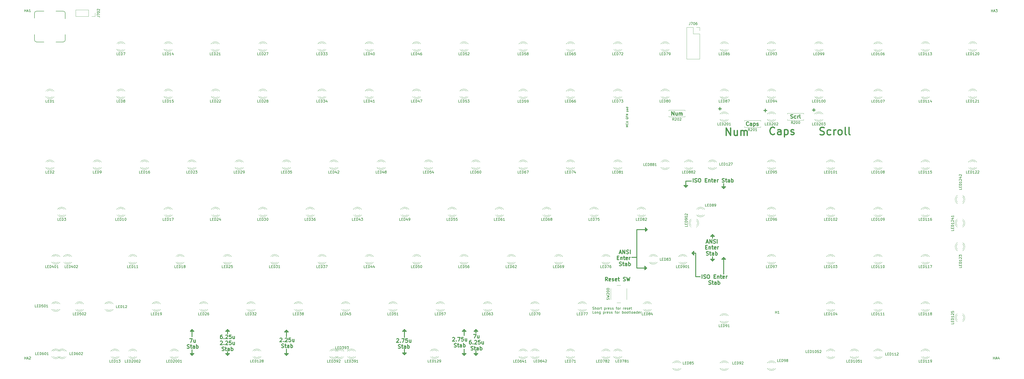
<source format=gbr>
G04 #@! TF.GenerationSoftware,KiCad,Pcbnew,(6.0.11)*
G04 #@! TF.CreationDate,2023-03-19T22:58:01-04:00*
G04 #@! TF.ProjectId,Boston-PCB-V08D,426f7374-6f6e-42d5-9043-422d56303844,rev?*
G04 #@! TF.SameCoordinates,Original*
G04 #@! TF.FileFunction,Legend,Top*
G04 #@! TF.FilePolarity,Positive*
%FSLAX46Y46*%
G04 Gerber Fmt 4.6, Leading zero omitted, Abs format (unit mm)*
G04 Created by KiCad (PCBNEW (6.0.11)) date 2023-03-19 22:58:01*
%MOMM*%
%LPD*%
G01*
G04 APERTURE LIST*
%ADD10C,0.300000*%
%ADD11C,0.500000*%
%ADD12C,0.150000*%
%ADD13C,0.200000*%
%ADD14C,0.120000*%
G04 APERTURE END LIST*
D10*
X233500000Y-168175000D02*
X232750000Y-168925000D01*
X332000000Y-120925000D02*
X333500000Y-120925000D01*
X306500000Y-118175000D02*
X302250000Y-118175000D01*
X136750000Y-159175000D02*
X138250000Y-159175000D01*
X337250000Y-129425000D02*
X336500000Y-130175000D01*
X162000000Y-159425000D02*
X161250000Y-158675000D01*
X237500000Y-167175000D02*
X237500000Y-168925000D01*
X161250000Y-168925000D02*
X160500000Y-168175000D01*
X322000000Y-98675000D02*
X324250000Y-98675000D01*
X332750000Y-121675000D02*
X332750000Y-120175000D01*
X326000000Y-137175000D02*
X327750000Y-137175000D01*
X123250000Y-168925000D02*
X122500000Y-168175000D01*
X161250000Y-166425000D02*
X161250000Y-168925000D01*
X123250000Y-158425000D02*
X122500000Y-159175000D01*
X325250000Y-128425000D02*
X324500000Y-127675000D01*
X305750000Y-117425000D02*
X305750000Y-118925000D01*
X232750000Y-168925000D02*
X232000000Y-168175000D01*
X162000000Y-168175000D02*
X161250000Y-168925000D01*
X336500000Y-100925000D02*
X338000000Y-100925000D01*
X208000000Y-159175000D02*
X209500000Y-159175000D01*
X208750000Y-161675000D02*
X208750000Y-158425000D01*
X209500000Y-167925000D02*
X208750000Y-168675000D01*
X238250000Y-159175000D02*
X237500000Y-158425000D01*
X160500000Y-168175000D02*
X162000000Y-168175000D01*
X305500000Y-132925000D02*
X305500000Y-134425000D01*
X136750000Y-168175000D02*
X138250000Y-168175000D01*
X326000000Y-137175000D02*
X326000000Y-127675000D01*
X332750000Y-130925000D02*
X332750000Y-129175000D01*
X306250000Y-133675000D02*
X305500000Y-132925000D01*
X326000000Y-127675000D02*
X324500000Y-127675000D01*
X322750000Y-100425000D02*
X322000000Y-101175000D01*
X124000000Y-168175000D02*
X123250000Y-168925000D01*
X123250000Y-166675000D02*
X123250000Y-168925000D01*
X238250000Y-168175000D02*
X237500000Y-168925000D01*
X137500000Y-167425000D02*
X137500000Y-168925000D01*
X337250000Y-101675000D02*
X336500000Y-100925000D01*
X337250000Y-99675000D02*
X337250000Y-101675000D01*
X305500000Y-134425000D02*
X306250000Y-133675000D01*
X237500000Y-159925000D02*
X237500000Y-158425000D01*
X305750000Y-118925000D02*
X306500000Y-118175000D01*
X332000000Y-130175000D02*
X333500000Y-130175000D01*
X161250000Y-161425000D02*
X161250000Y-158675000D01*
X333500000Y-130175000D02*
X332750000Y-130925000D01*
X322000000Y-101175000D02*
X322000000Y-98675000D01*
X137500000Y-158425000D02*
X136750000Y-159175000D01*
X332750000Y-120175000D02*
X332000000Y-120925000D01*
X233500000Y-159175000D02*
X232750000Y-158425000D01*
X208750000Y-166425000D02*
X208750000Y-168675000D01*
X332750000Y-130925000D02*
X332000000Y-130175000D01*
X338000000Y-130175000D02*
X337250000Y-129425000D01*
X237500000Y-158425000D02*
X236750000Y-159175000D01*
X333500000Y-120925000D02*
X332750000Y-120175000D01*
X336500000Y-130175000D02*
X338000000Y-130175000D01*
X208000000Y-167925000D02*
X209500000Y-167925000D01*
X232000000Y-159175000D02*
X233500000Y-159175000D01*
X124000000Y-159175000D02*
X123250000Y-158425000D01*
X232750000Y-158425000D02*
X232000000Y-159175000D01*
X321250000Y-100425000D02*
X322750000Y-100425000D01*
X237500000Y-168925000D02*
X236750000Y-168175000D01*
X161250000Y-158675000D02*
X160500000Y-159425000D01*
X123250000Y-161425000D02*
X123250000Y-158425000D01*
X325250000Y-126925000D02*
X325250000Y-128425000D01*
X236750000Y-168175000D02*
X238250000Y-168175000D01*
X300250000Y-129425000D02*
X302250000Y-129425000D01*
X137500000Y-168925000D02*
X136750000Y-168175000D01*
X122500000Y-168175000D02*
X124000000Y-168175000D01*
X337250000Y-129425000D02*
X337250000Y-136175000D01*
X232000000Y-168175000D02*
X233500000Y-168175000D01*
X306500000Y-118175000D02*
X305750000Y-117425000D01*
X208750000Y-168675000D02*
X208000000Y-167925000D01*
X138250000Y-168175000D02*
X137500000Y-168925000D01*
X236750000Y-159175000D02*
X238250000Y-159175000D01*
X232750000Y-166425000D02*
X232750000Y-168925000D01*
X324500000Y-127675000D02*
X325250000Y-126925000D01*
X208750000Y-158425000D02*
X208000000Y-159175000D01*
X338000000Y-100925000D02*
X337250000Y-101675000D01*
X138250000Y-159175000D02*
X137500000Y-158425000D01*
X122500000Y-159175000D02*
X124000000Y-159175000D01*
X302250000Y-133675000D02*
X306250000Y-133675000D01*
X302250000Y-118175000D02*
X302250000Y-133675000D01*
X232750000Y-160925000D02*
X232750000Y-158425000D01*
X160500000Y-159425000D02*
X162000000Y-159425000D01*
X137500000Y-160175000D02*
X137500000Y-158425000D01*
X322000000Y-101175000D02*
X321250000Y-100425000D01*
X209500000Y-159175000D02*
X208750000Y-158425000D01*
D11*
X376030000Y-79864285D02*
X376458571Y-80007142D01*
X377172857Y-80007142D01*
X377458571Y-79864285D01*
X377601428Y-79721428D01*
X377744285Y-79435714D01*
X377744285Y-79150000D01*
X377601428Y-78864285D01*
X377458571Y-78721428D01*
X377172857Y-78578571D01*
X376601428Y-78435714D01*
X376315714Y-78292857D01*
X376172857Y-78150000D01*
X376030000Y-77864285D01*
X376030000Y-77578571D01*
X376172857Y-77292857D01*
X376315714Y-77150000D01*
X376601428Y-77007142D01*
X377315714Y-77007142D01*
X377744285Y-77150000D01*
X380315714Y-79864285D02*
X380030000Y-80007142D01*
X379458571Y-80007142D01*
X379172857Y-79864285D01*
X379030000Y-79721428D01*
X378887142Y-79435714D01*
X378887142Y-78578571D01*
X379030000Y-78292857D01*
X379172857Y-78150000D01*
X379458571Y-78007142D01*
X380030000Y-78007142D01*
X380315714Y-78150000D01*
X381601428Y-80007142D02*
X381601428Y-78007142D01*
X381601428Y-78578571D02*
X381744285Y-78292857D01*
X381887142Y-78150000D01*
X382172857Y-78007142D01*
X382458571Y-78007142D01*
X383887142Y-80007142D02*
X383601428Y-79864285D01*
X383458571Y-79721428D01*
X383315714Y-79435714D01*
X383315714Y-78578571D01*
X383458571Y-78292857D01*
X383601428Y-78150000D01*
X383887142Y-78007142D01*
X384315714Y-78007142D01*
X384601428Y-78150000D01*
X384744285Y-78292857D01*
X384887142Y-78578571D01*
X384887142Y-79435714D01*
X384744285Y-79721428D01*
X384601428Y-79864285D01*
X384315714Y-80007142D01*
X383887142Y-80007142D01*
X386601428Y-80007142D02*
X386315714Y-79864285D01*
X386172857Y-79578571D01*
X386172857Y-77007142D01*
X388172857Y-80007142D02*
X387887142Y-79864285D01*
X387744285Y-79578571D01*
X387744285Y-77007142D01*
D10*
X205607142Y-162288928D02*
X205678571Y-162217500D01*
X205821428Y-162146071D01*
X206178571Y-162146071D01*
X206321428Y-162217500D01*
X206392857Y-162288928D01*
X206464285Y-162431785D01*
X206464285Y-162574642D01*
X206392857Y-162788928D01*
X205535714Y-163646071D01*
X206464285Y-163646071D01*
X207107142Y-163503214D02*
X207178571Y-163574642D01*
X207107142Y-163646071D01*
X207035714Y-163574642D01*
X207107142Y-163503214D01*
X207107142Y-163646071D01*
X207678571Y-162146071D02*
X208678571Y-162146071D01*
X208035714Y-163646071D01*
X209964285Y-162146071D02*
X209250000Y-162146071D01*
X209178571Y-162860357D01*
X209250000Y-162788928D01*
X209392857Y-162717500D01*
X209750000Y-162717500D01*
X209892857Y-162788928D01*
X209964285Y-162860357D01*
X210035714Y-163003214D01*
X210035714Y-163360357D01*
X209964285Y-163503214D01*
X209892857Y-163574642D01*
X209750000Y-163646071D01*
X209392857Y-163646071D01*
X209250000Y-163574642D01*
X209178571Y-163503214D01*
X211321428Y-162646071D02*
X211321428Y-163646071D01*
X210678571Y-162646071D02*
X210678571Y-163431785D01*
X210750000Y-163574642D01*
X210892857Y-163646071D01*
X211107142Y-163646071D01*
X211250000Y-163574642D01*
X211321428Y-163503214D01*
X206285714Y-165989642D02*
X206500000Y-166061071D01*
X206857142Y-166061071D01*
X207000000Y-165989642D01*
X207071428Y-165918214D01*
X207142857Y-165775357D01*
X207142857Y-165632500D01*
X207071428Y-165489642D01*
X207000000Y-165418214D01*
X206857142Y-165346785D01*
X206571428Y-165275357D01*
X206428571Y-165203928D01*
X206357142Y-165132500D01*
X206285714Y-164989642D01*
X206285714Y-164846785D01*
X206357142Y-164703928D01*
X206428571Y-164632500D01*
X206571428Y-164561071D01*
X206928571Y-164561071D01*
X207142857Y-164632500D01*
X207571428Y-165061071D02*
X208142857Y-165061071D01*
X207785714Y-164561071D02*
X207785714Y-165846785D01*
X207857142Y-165989642D01*
X208000000Y-166061071D01*
X208142857Y-166061071D01*
X209285714Y-166061071D02*
X209285714Y-165275357D01*
X209214285Y-165132500D01*
X209071428Y-165061071D01*
X208785714Y-165061071D01*
X208642857Y-165132500D01*
X209285714Y-165989642D02*
X209142857Y-166061071D01*
X208785714Y-166061071D01*
X208642857Y-165989642D01*
X208571428Y-165846785D01*
X208571428Y-165703928D01*
X208642857Y-165561071D01*
X208785714Y-165489642D01*
X209142857Y-165489642D01*
X209285714Y-165418214D01*
X210000000Y-166061071D02*
X210000000Y-164561071D01*
X210000000Y-165132500D02*
X210142857Y-165061071D01*
X210428571Y-165061071D01*
X210571428Y-165132500D01*
X210642857Y-165203928D01*
X210714285Y-165346785D01*
X210714285Y-165775357D01*
X210642857Y-165918214D01*
X210571428Y-165989642D01*
X210428571Y-166061071D01*
X210142857Y-166061071D01*
X210000000Y-165989642D01*
X372978571Y-70017142D02*
X374121428Y-70017142D01*
X373550000Y-70588571D02*
X373550000Y-69445714D01*
D11*
X338305714Y-80247142D02*
X338305714Y-77247142D01*
X340020000Y-80247142D01*
X340020000Y-77247142D01*
X342734285Y-78247142D02*
X342734285Y-80247142D01*
X341448571Y-78247142D02*
X341448571Y-79818571D01*
X341591428Y-80104285D01*
X341877142Y-80247142D01*
X342305714Y-80247142D01*
X342591428Y-80104285D01*
X342734285Y-79961428D01*
X344162857Y-80247142D02*
X344162857Y-78247142D01*
X344162857Y-78532857D02*
X344305714Y-78390000D01*
X344591428Y-78247142D01*
X345020000Y-78247142D01*
X345305714Y-78390000D01*
X345448571Y-78675714D01*
X345448571Y-80247142D01*
X345448571Y-78675714D02*
X345591428Y-78390000D01*
X345877142Y-78247142D01*
X346305714Y-78247142D01*
X346591428Y-78390000D01*
X346734285Y-78675714D01*
X346734285Y-80247142D01*
D10*
X295285714Y-127510000D02*
X296000000Y-127510000D01*
X295142857Y-127938571D02*
X295642857Y-126438571D01*
X296142857Y-127938571D01*
X296642857Y-127938571D02*
X296642857Y-126438571D01*
X297500000Y-127938571D01*
X297500000Y-126438571D01*
X298142857Y-127867142D02*
X298357142Y-127938571D01*
X298714285Y-127938571D01*
X298857142Y-127867142D01*
X298928571Y-127795714D01*
X299000000Y-127652857D01*
X299000000Y-127510000D01*
X298928571Y-127367142D01*
X298857142Y-127295714D01*
X298714285Y-127224285D01*
X298428571Y-127152857D01*
X298285714Y-127081428D01*
X298214285Y-127010000D01*
X298142857Y-126867142D01*
X298142857Y-126724285D01*
X298214285Y-126581428D01*
X298285714Y-126510000D01*
X298428571Y-126438571D01*
X298785714Y-126438571D01*
X299000000Y-126510000D01*
X299642857Y-127938571D02*
X299642857Y-126438571D01*
X294392857Y-129567857D02*
X294892857Y-129567857D01*
X295107142Y-130353571D02*
X294392857Y-130353571D01*
X294392857Y-128853571D01*
X295107142Y-128853571D01*
X295750000Y-129353571D02*
X295750000Y-130353571D01*
X295750000Y-129496428D02*
X295821428Y-129425000D01*
X295964285Y-129353571D01*
X296178571Y-129353571D01*
X296321428Y-129425000D01*
X296392857Y-129567857D01*
X296392857Y-130353571D01*
X296892857Y-129353571D02*
X297464285Y-129353571D01*
X297107142Y-128853571D02*
X297107142Y-130139285D01*
X297178571Y-130282142D01*
X297321428Y-130353571D01*
X297464285Y-130353571D01*
X298535714Y-130282142D02*
X298392857Y-130353571D01*
X298107142Y-130353571D01*
X297964285Y-130282142D01*
X297892857Y-130139285D01*
X297892857Y-129567857D01*
X297964285Y-129425000D01*
X298107142Y-129353571D01*
X298392857Y-129353571D01*
X298535714Y-129425000D01*
X298607142Y-129567857D01*
X298607142Y-129710714D01*
X297892857Y-129853571D01*
X299250000Y-130353571D02*
X299250000Y-129353571D01*
X299250000Y-129639285D02*
X299321428Y-129496428D01*
X299392857Y-129425000D01*
X299535714Y-129353571D01*
X299678571Y-129353571D01*
X295285714Y-132697142D02*
X295500000Y-132768571D01*
X295857142Y-132768571D01*
X296000000Y-132697142D01*
X296071428Y-132625714D01*
X296142857Y-132482857D01*
X296142857Y-132340000D01*
X296071428Y-132197142D01*
X296000000Y-132125714D01*
X295857142Y-132054285D01*
X295571428Y-131982857D01*
X295428571Y-131911428D01*
X295357142Y-131840000D01*
X295285714Y-131697142D01*
X295285714Y-131554285D01*
X295357142Y-131411428D01*
X295428571Y-131340000D01*
X295571428Y-131268571D01*
X295928571Y-131268571D01*
X296142857Y-131340000D01*
X296571428Y-131768571D02*
X297142857Y-131768571D01*
X296785714Y-131268571D02*
X296785714Y-132554285D01*
X296857142Y-132697142D01*
X297000000Y-132768571D01*
X297142857Y-132768571D01*
X298285714Y-132768571D02*
X298285714Y-131982857D01*
X298214285Y-131840000D01*
X298071428Y-131768571D01*
X297785714Y-131768571D01*
X297642857Y-131840000D01*
X298285714Y-132697142D02*
X298142857Y-132768571D01*
X297785714Y-132768571D01*
X297642857Y-132697142D01*
X297571428Y-132554285D01*
X297571428Y-132411428D01*
X297642857Y-132268571D01*
X297785714Y-132197142D01*
X298142857Y-132197142D01*
X298285714Y-132125714D01*
X299000000Y-132768571D02*
X299000000Y-131268571D01*
X299000000Y-131840000D02*
X299142857Y-131768571D01*
X299428571Y-131768571D01*
X299571428Y-131840000D01*
X299642857Y-131911428D01*
X299714285Y-132054285D01*
X299714285Y-132482857D01*
X299642857Y-132625714D01*
X299571428Y-132697142D01*
X299428571Y-132768571D01*
X299142857Y-132768571D01*
X299000000Y-132697142D01*
X290500000Y-138903571D02*
X290000000Y-138189285D01*
X289642857Y-138903571D02*
X289642857Y-137403571D01*
X290214285Y-137403571D01*
X290357142Y-137475000D01*
X290428571Y-137546428D01*
X290500000Y-137689285D01*
X290500000Y-137903571D01*
X290428571Y-138046428D01*
X290357142Y-138117857D01*
X290214285Y-138189285D01*
X289642857Y-138189285D01*
X291714285Y-138832142D02*
X291571428Y-138903571D01*
X291285714Y-138903571D01*
X291142857Y-138832142D01*
X291071428Y-138689285D01*
X291071428Y-138117857D01*
X291142857Y-137975000D01*
X291285714Y-137903571D01*
X291571428Y-137903571D01*
X291714285Y-137975000D01*
X291785714Y-138117857D01*
X291785714Y-138260714D01*
X291071428Y-138403571D01*
X292357142Y-138832142D02*
X292500000Y-138903571D01*
X292785714Y-138903571D01*
X292928571Y-138832142D01*
X293000000Y-138689285D01*
X293000000Y-138617857D01*
X292928571Y-138475000D01*
X292785714Y-138403571D01*
X292571428Y-138403571D01*
X292428571Y-138332142D01*
X292357142Y-138189285D01*
X292357142Y-138117857D01*
X292428571Y-137975000D01*
X292571428Y-137903571D01*
X292785714Y-137903571D01*
X292928571Y-137975000D01*
X294214285Y-138832142D02*
X294071428Y-138903571D01*
X293785714Y-138903571D01*
X293642857Y-138832142D01*
X293571428Y-138689285D01*
X293571428Y-138117857D01*
X293642857Y-137975000D01*
X293785714Y-137903571D01*
X294071428Y-137903571D01*
X294214285Y-137975000D01*
X294285714Y-138117857D01*
X294285714Y-138260714D01*
X293571428Y-138403571D01*
X294714285Y-137903571D02*
X295285714Y-137903571D01*
X294928571Y-137403571D02*
X294928571Y-138689285D01*
X295000000Y-138832142D01*
X295142857Y-138903571D01*
X295285714Y-138903571D01*
X296857142Y-138832142D02*
X297071428Y-138903571D01*
X297428571Y-138903571D01*
X297571428Y-138832142D01*
X297642857Y-138760714D01*
X297714285Y-138617857D01*
X297714285Y-138475000D01*
X297642857Y-138332142D01*
X297571428Y-138260714D01*
X297428571Y-138189285D01*
X297142857Y-138117857D01*
X297000000Y-138046428D01*
X296928571Y-137975000D01*
X296857142Y-137832142D01*
X296857142Y-137689285D01*
X296928571Y-137546428D01*
X297000000Y-137475000D01*
X297142857Y-137403571D01*
X297500000Y-137403571D01*
X297714285Y-137475000D01*
X298214285Y-137403571D02*
X298571428Y-138903571D01*
X298857142Y-137832142D01*
X299142857Y-138903571D01*
X299500000Y-137403571D01*
X228107142Y-161788928D02*
X228178571Y-161717500D01*
X228321428Y-161646071D01*
X228678571Y-161646071D01*
X228821428Y-161717500D01*
X228892857Y-161788928D01*
X228964285Y-161931785D01*
X228964285Y-162074642D01*
X228892857Y-162288928D01*
X228035714Y-163146071D01*
X228964285Y-163146071D01*
X229607142Y-163003214D02*
X229678571Y-163074642D01*
X229607142Y-163146071D01*
X229535714Y-163074642D01*
X229607142Y-163003214D01*
X229607142Y-163146071D01*
X230178571Y-161646071D02*
X231178571Y-161646071D01*
X230535714Y-163146071D01*
X232464285Y-161646071D02*
X231750000Y-161646071D01*
X231678571Y-162360357D01*
X231750000Y-162288928D01*
X231892857Y-162217500D01*
X232250000Y-162217500D01*
X232392857Y-162288928D01*
X232464285Y-162360357D01*
X232535714Y-162503214D01*
X232535714Y-162860357D01*
X232464285Y-163003214D01*
X232392857Y-163074642D01*
X232250000Y-163146071D01*
X231892857Y-163146071D01*
X231750000Y-163074642D01*
X231678571Y-163003214D01*
X233821428Y-162146071D02*
X233821428Y-163146071D01*
X233178571Y-162146071D02*
X233178571Y-162931785D01*
X233250000Y-163074642D01*
X233392857Y-163146071D01*
X233607142Y-163146071D01*
X233750000Y-163074642D01*
X233821428Y-163003214D01*
X228785714Y-165489642D02*
X229000000Y-165561071D01*
X229357142Y-165561071D01*
X229500000Y-165489642D01*
X229571428Y-165418214D01*
X229642857Y-165275357D01*
X229642857Y-165132500D01*
X229571428Y-164989642D01*
X229500000Y-164918214D01*
X229357142Y-164846785D01*
X229071428Y-164775357D01*
X228928571Y-164703928D01*
X228857142Y-164632500D01*
X228785714Y-164489642D01*
X228785714Y-164346785D01*
X228857142Y-164203928D01*
X228928571Y-164132500D01*
X229071428Y-164061071D01*
X229428571Y-164061071D01*
X229642857Y-164132500D01*
X230071428Y-164561071D02*
X230642857Y-164561071D01*
X230285714Y-164061071D02*
X230285714Y-165346785D01*
X230357142Y-165489642D01*
X230500000Y-165561071D01*
X230642857Y-165561071D01*
X231785714Y-165561071D02*
X231785714Y-164775357D01*
X231714285Y-164632500D01*
X231571428Y-164561071D01*
X231285714Y-164561071D01*
X231142857Y-164632500D01*
X231785714Y-165489642D02*
X231642857Y-165561071D01*
X231285714Y-165561071D01*
X231142857Y-165489642D01*
X231071428Y-165346785D01*
X231071428Y-165203928D01*
X231142857Y-165061071D01*
X231285714Y-164989642D01*
X231642857Y-164989642D01*
X231785714Y-164918214D01*
X232500000Y-165561071D02*
X232500000Y-164061071D01*
X232500000Y-164632500D02*
X232642857Y-164561071D01*
X232928571Y-164561071D01*
X233071428Y-164632500D01*
X233142857Y-164703928D01*
X233214285Y-164846785D01*
X233214285Y-165275357D01*
X233142857Y-165418214D01*
X233071428Y-165489642D01*
X232928571Y-165561071D01*
X232642857Y-165561071D01*
X232500000Y-165489642D01*
X353428571Y-70197142D02*
X354571428Y-70197142D01*
X354000000Y-70768571D02*
X354000000Y-69625714D01*
D11*
X357760000Y-79631428D02*
X357617142Y-79774285D01*
X357188571Y-79917142D01*
X356902857Y-79917142D01*
X356474285Y-79774285D01*
X356188571Y-79488571D01*
X356045714Y-79202857D01*
X355902857Y-78631428D01*
X355902857Y-78202857D01*
X356045714Y-77631428D01*
X356188571Y-77345714D01*
X356474285Y-77060000D01*
X356902857Y-76917142D01*
X357188571Y-76917142D01*
X357617142Y-77060000D01*
X357760000Y-77202857D01*
X360331428Y-79917142D02*
X360331428Y-78345714D01*
X360188571Y-78060000D01*
X359902857Y-77917142D01*
X359331428Y-77917142D01*
X359045714Y-78060000D01*
X360331428Y-79774285D02*
X360045714Y-79917142D01*
X359331428Y-79917142D01*
X359045714Y-79774285D01*
X358902857Y-79488571D01*
X358902857Y-79202857D01*
X359045714Y-78917142D01*
X359331428Y-78774285D01*
X360045714Y-78774285D01*
X360331428Y-78631428D01*
X361760000Y-77917142D02*
X361760000Y-80917142D01*
X361760000Y-78060000D02*
X362045714Y-77917142D01*
X362617142Y-77917142D01*
X362902857Y-78060000D01*
X363045714Y-78202857D01*
X363188571Y-78488571D01*
X363188571Y-79345714D01*
X363045714Y-79631428D01*
X362902857Y-79774285D01*
X362617142Y-79917142D01*
X362045714Y-79917142D01*
X361760000Y-79774285D01*
X364331428Y-79774285D02*
X364617142Y-79917142D01*
X365188571Y-79917142D01*
X365474285Y-79774285D01*
X365617142Y-79488571D01*
X365617142Y-79345714D01*
X365474285Y-79060000D01*
X365188571Y-78917142D01*
X364760000Y-78917142D01*
X364474285Y-78774285D01*
X364331428Y-78488571D01*
X364331428Y-78345714D01*
X364474285Y-78060000D01*
X364760000Y-77917142D01*
X365188571Y-77917142D01*
X365474285Y-78060000D01*
D10*
X122321428Y-162146071D02*
X123321428Y-162146071D01*
X122678571Y-163646071D01*
X124535714Y-162646071D02*
X124535714Y-163646071D01*
X123892857Y-162646071D02*
X123892857Y-163431785D01*
X123964285Y-163574642D01*
X124107142Y-163646071D01*
X124321428Y-163646071D01*
X124464285Y-163574642D01*
X124535714Y-163503214D01*
X121285714Y-165989642D02*
X121500000Y-166061071D01*
X121857142Y-166061071D01*
X122000000Y-165989642D01*
X122071428Y-165918214D01*
X122142857Y-165775357D01*
X122142857Y-165632500D01*
X122071428Y-165489642D01*
X122000000Y-165418214D01*
X121857142Y-165346785D01*
X121571428Y-165275357D01*
X121428571Y-165203928D01*
X121357142Y-165132500D01*
X121285714Y-164989642D01*
X121285714Y-164846785D01*
X121357142Y-164703928D01*
X121428571Y-164632500D01*
X121571428Y-164561071D01*
X121928571Y-164561071D01*
X122142857Y-164632500D01*
X122571428Y-165061071D02*
X123142857Y-165061071D01*
X122785714Y-164561071D02*
X122785714Y-165846785D01*
X122857142Y-165989642D01*
X123000000Y-166061071D01*
X123142857Y-166061071D01*
X124285714Y-166061071D02*
X124285714Y-165275357D01*
X124214285Y-165132500D01*
X124071428Y-165061071D01*
X123785714Y-165061071D01*
X123642857Y-165132500D01*
X124285714Y-165989642D02*
X124142857Y-166061071D01*
X123785714Y-166061071D01*
X123642857Y-165989642D01*
X123571428Y-165846785D01*
X123571428Y-165703928D01*
X123642857Y-165561071D01*
X123785714Y-165489642D01*
X124142857Y-165489642D01*
X124285714Y-165418214D01*
X125000000Y-166061071D02*
X125000000Y-164561071D01*
X125000000Y-165132500D02*
X125142857Y-165061071D01*
X125428571Y-165061071D01*
X125571428Y-165132500D01*
X125642857Y-165203928D01*
X125714285Y-165346785D01*
X125714285Y-165775357D01*
X125642857Y-165918214D01*
X125571428Y-165989642D01*
X125428571Y-166061071D01*
X125142857Y-166061071D01*
X125000000Y-165989642D01*
X316382857Y-72148571D02*
X316382857Y-70648571D01*
X317240000Y-72148571D01*
X317240000Y-70648571D01*
X318597142Y-71148571D02*
X318597142Y-72148571D01*
X317954285Y-71148571D02*
X317954285Y-71934285D01*
X318025714Y-72077142D01*
X318168571Y-72148571D01*
X318382857Y-72148571D01*
X318525714Y-72077142D01*
X318597142Y-72005714D01*
X319311428Y-72148571D02*
X319311428Y-71148571D01*
X319311428Y-71291428D02*
X319382857Y-71220000D01*
X319525714Y-71148571D01*
X319740000Y-71148571D01*
X319882857Y-71220000D01*
X319954285Y-71362857D01*
X319954285Y-72148571D01*
X319954285Y-71362857D02*
X320025714Y-71220000D01*
X320168571Y-71148571D01*
X320382857Y-71148571D01*
X320525714Y-71220000D01*
X320597142Y-71362857D01*
X320597142Y-72148571D01*
X347290000Y-76125714D02*
X347218571Y-76197142D01*
X347004285Y-76268571D01*
X346861428Y-76268571D01*
X346647142Y-76197142D01*
X346504285Y-76054285D01*
X346432857Y-75911428D01*
X346361428Y-75625714D01*
X346361428Y-75411428D01*
X346432857Y-75125714D01*
X346504285Y-74982857D01*
X346647142Y-74840000D01*
X346861428Y-74768571D01*
X347004285Y-74768571D01*
X347218571Y-74840000D01*
X347290000Y-74911428D01*
X348575714Y-76268571D02*
X348575714Y-75482857D01*
X348504285Y-75340000D01*
X348361428Y-75268571D01*
X348075714Y-75268571D01*
X347932857Y-75340000D01*
X348575714Y-76197142D02*
X348432857Y-76268571D01*
X348075714Y-76268571D01*
X347932857Y-76197142D01*
X347861428Y-76054285D01*
X347861428Y-75911428D01*
X347932857Y-75768571D01*
X348075714Y-75697142D01*
X348432857Y-75697142D01*
X348575714Y-75625714D01*
X349290000Y-75268571D02*
X349290000Y-76768571D01*
X349290000Y-75340000D02*
X349432857Y-75268571D01*
X349718571Y-75268571D01*
X349861428Y-75340000D01*
X349932857Y-75411428D01*
X350004285Y-75554285D01*
X350004285Y-75982857D01*
X349932857Y-76125714D01*
X349861428Y-76197142D01*
X349718571Y-76268571D01*
X349432857Y-76268571D01*
X349290000Y-76197142D01*
X350575714Y-76197142D02*
X350718571Y-76268571D01*
X351004285Y-76268571D01*
X351147142Y-76197142D01*
X351218571Y-76054285D01*
X351218571Y-75982857D01*
X351147142Y-75840000D01*
X351004285Y-75768571D01*
X350790000Y-75768571D01*
X350647142Y-75697142D01*
X350575714Y-75554285D01*
X350575714Y-75482857D01*
X350647142Y-75340000D01*
X350790000Y-75268571D01*
X351004285Y-75268571D01*
X351147142Y-75340000D01*
X324964285Y-99103571D02*
X324964285Y-97603571D01*
X325607142Y-99032142D02*
X325821428Y-99103571D01*
X326178571Y-99103571D01*
X326321428Y-99032142D01*
X326392857Y-98960714D01*
X326464285Y-98817857D01*
X326464285Y-98675000D01*
X326392857Y-98532142D01*
X326321428Y-98460714D01*
X326178571Y-98389285D01*
X325892857Y-98317857D01*
X325750000Y-98246428D01*
X325678571Y-98175000D01*
X325607142Y-98032142D01*
X325607142Y-97889285D01*
X325678571Y-97746428D01*
X325750000Y-97675000D01*
X325892857Y-97603571D01*
X326250000Y-97603571D01*
X326464285Y-97675000D01*
X327392857Y-97603571D02*
X327678571Y-97603571D01*
X327821428Y-97675000D01*
X327964285Y-97817857D01*
X328035714Y-98103571D01*
X328035714Y-98603571D01*
X327964285Y-98889285D01*
X327821428Y-99032142D01*
X327678571Y-99103571D01*
X327392857Y-99103571D01*
X327250000Y-99032142D01*
X327107142Y-98889285D01*
X327035714Y-98603571D01*
X327035714Y-98103571D01*
X327107142Y-97817857D01*
X327250000Y-97675000D01*
X327392857Y-97603571D01*
X329821428Y-98317857D02*
X330321428Y-98317857D01*
X330535714Y-99103571D02*
X329821428Y-99103571D01*
X329821428Y-97603571D01*
X330535714Y-97603571D01*
X331178571Y-98103571D02*
X331178571Y-99103571D01*
X331178571Y-98246428D02*
X331250000Y-98175000D01*
X331392857Y-98103571D01*
X331607142Y-98103571D01*
X331750000Y-98175000D01*
X331821428Y-98317857D01*
X331821428Y-99103571D01*
X332321428Y-98103571D02*
X332892857Y-98103571D01*
X332535714Y-97603571D02*
X332535714Y-98889285D01*
X332607142Y-99032142D01*
X332750000Y-99103571D01*
X332892857Y-99103571D01*
X333964285Y-99032142D02*
X333821428Y-99103571D01*
X333535714Y-99103571D01*
X333392857Y-99032142D01*
X333321428Y-98889285D01*
X333321428Y-98317857D01*
X333392857Y-98175000D01*
X333535714Y-98103571D01*
X333821428Y-98103571D01*
X333964285Y-98175000D01*
X334035714Y-98317857D01*
X334035714Y-98460714D01*
X333321428Y-98603571D01*
X334678571Y-99103571D02*
X334678571Y-98103571D01*
X334678571Y-98389285D02*
X334750000Y-98246428D01*
X334821428Y-98175000D01*
X334964285Y-98103571D01*
X335107142Y-98103571D01*
X336678571Y-99032142D02*
X336892857Y-99103571D01*
X337250000Y-99103571D01*
X337392857Y-99032142D01*
X337464285Y-98960714D01*
X337535714Y-98817857D01*
X337535714Y-98675000D01*
X337464285Y-98532142D01*
X337392857Y-98460714D01*
X337250000Y-98389285D01*
X336964285Y-98317857D01*
X336821428Y-98246428D01*
X336750000Y-98175000D01*
X336678571Y-98032142D01*
X336678571Y-97889285D01*
X336750000Y-97746428D01*
X336821428Y-97675000D01*
X336964285Y-97603571D01*
X337321428Y-97603571D01*
X337535714Y-97675000D01*
X337964285Y-98103571D02*
X338535714Y-98103571D01*
X338178571Y-97603571D02*
X338178571Y-98889285D01*
X338250000Y-99032142D01*
X338392857Y-99103571D01*
X338535714Y-99103571D01*
X339678571Y-99103571D02*
X339678571Y-98317857D01*
X339607142Y-98175000D01*
X339464285Y-98103571D01*
X339178571Y-98103571D01*
X339035714Y-98175000D01*
X339678571Y-99032142D02*
X339535714Y-99103571D01*
X339178571Y-99103571D01*
X339035714Y-99032142D01*
X338964285Y-98889285D01*
X338964285Y-98746428D01*
X339035714Y-98603571D01*
X339178571Y-98532142D01*
X339535714Y-98532142D01*
X339678571Y-98460714D01*
X340392857Y-99103571D02*
X340392857Y-97603571D01*
X340392857Y-98175000D02*
X340535714Y-98103571D01*
X340821428Y-98103571D01*
X340964285Y-98175000D01*
X341035714Y-98246428D01*
X341107142Y-98389285D01*
X341107142Y-98817857D01*
X341035714Y-98960714D01*
X340964285Y-99032142D01*
X340821428Y-99103571D01*
X340535714Y-99103571D01*
X340392857Y-99032142D01*
X364231428Y-73297142D02*
X364445714Y-73368571D01*
X364802857Y-73368571D01*
X364945714Y-73297142D01*
X365017142Y-73225714D01*
X365088571Y-73082857D01*
X365088571Y-72940000D01*
X365017142Y-72797142D01*
X364945714Y-72725714D01*
X364802857Y-72654285D01*
X364517142Y-72582857D01*
X364374285Y-72511428D01*
X364302857Y-72440000D01*
X364231428Y-72297142D01*
X364231428Y-72154285D01*
X364302857Y-72011428D01*
X364374285Y-71940000D01*
X364517142Y-71868571D01*
X364874285Y-71868571D01*
X365088571Y-71940000D01*
X366374285Y-73297142D02*
X366231428Y-73368571D01*
X365945714Y-73368571D01*
X365802857Y-73297142D01*
X365731428Y-73225714D01*
X365660000Y-73082857D01*
X365660000Y-72654285D01*
X365731428Y-72511428D01*
X365802857Y-72440000D01*
X365945714Y-72368571D01*
X366231428Y-72368571D01*
X366374285Y-72440000D01*
X367017142Y-73368571D02*
X367017142Y-72368571D01*
X367017142Y-72654285D02*
X367088571Y-72511428D01*
X367160000Y-72440000D01*
X367302857Y-72368571D01*
X367445714Y-72368571D01*
X368160000Y-73368571D02*
X368017142Y-73297142D01*
X367945714Y-73154285D01*
X367945714Y-71868571D01*
D12*
X298761904Y-76786904D02*
X297961904Y-76786904D01*
X298533333Y-76520238D01*
X297961904Y-76253571D01*
X298761904Y-76253571D01*
X298685714Y-75415476D02*
X298723809Y-75453571D01*
X298761904Y-75567857D01*
X298761904Y-75644047D01*
X298723809Y-75758333D01*
X298647619Y-75834523D01*
X298571428Y-75872619D01*
X298419047Y-75910714D01*
X298304761Y-75910714D01*
X298152380Y-75872619D01*
X298076190Y-75834523D01*
X298000000Y-75758333D01*
X297961904Y-75644047D01*
X297961904Y-75567857D01*
X298000000Y-75453571D01*
X298038095Y-75415476D01*
X297961904Y-75072619D02*
X298609523Y-75072619D01*
X298685714Y-75034523D01*
X298723809Y-74996428D01*
X298761904Y-74920238D01*
X298761904Y-74767857D01*
X298723809Y-74691666D01*
X298685714Y-74653571D01*
X298609523Y-74615476D01*
X297961904Y-74615476D01*
X298838095Y-73091666D02*
X298800000Y-73167857D01*
X298723809Y-73244047D01*
X298609523Y-73358333D01*
X298571428Y-73434523D01*
X298571428Y-73510714D01*
X298761904Y-73472619D02*
X298723809Y-73548809D01*
X298647619Y-73625000D01*
X298495238Y-73663095D01*
X298228571Y-73663095D01*
X298076190Y-73625000D01*
X298000000Y-73548809D01*
X297961904Y-73472619D01*
X297961904Y-73320238D01*
X298000000Y-73244047D01*
X298076190Y-73167857D01*
X298228571Y-73129761D01*
X298495238Y-73129761D01*
X298647619Y-73167857D01*
X298723809Y-73244047D01*
X298761904Y-73320238D01*
X298761904Y-73472619D01*
X298342857Y-72520238D02*
X298342857Y-72786904D01*
X298761904Y-72786904D02*
X297961904Y-72786904D01*
X297961904Y-72405952D01*
X298761904Y-72101190D02*
X297961904Y-72101190D01*
X298761904Y-71644047D01*
X297961904Y-71644047D01*
X298228571Y-70653571D02*
X299028571Y-70653571D01*
X298266666Y-70653571D02*
X298228571Y-70577380D01*
X298228571Y-70425000D01*
X298266666Y-70348809D01*
X298304761Y-70310714D01*
X298380952Y-70272619D01*
X298609523Y-70272619D01*
X298685714Y-70310714D01*
X298723809Y-70348809D01*
X298761904Y-70425000D01*
X298761904Y-70577380D01*
X298723809Y-70653571D01*
X298761904Y-69586904D02*
X298342857Y-69586904D01*
X298266666Y-69625000D01*
X298228571Y-69701190D01*
X298228571Y-69853571D01*
X298266666Y-69929761D01*
X298723809Y-69586904D02*
X298761904Y-69663095D01*
X298761904Y-69853571D01*
X298723809Y-69929761D01*
X298647619Y-69967857D01*
X298571428Y-69967857D01*
X298495238Y-69929761D01*
X298457142Y-69853571D01*
X298457142Y-69663095D01*
X298419047Y-69586904D01*
X298761904Y-68863095D02*
X297961904Y-68863095D01*
X298723809Y-68863095D02*
X298761904Y-68939285D01*
X298761904Y-69091666D01*
X298723809Y-69167857D01*
X298685714Y-69205952D01*
X298609523Y-69244047D01*
X298380952Y-69244047D01*
X298304761Y-69205952D01*
X298266666Y-69167857D01*
X298228571Y-69091666D01*
X298228571Y-68939285D01*
X298266666Y-68863095D01*
D10*
X335198571Y-69497142D02*
X336341428Y-69497142D01*
X335770000Y-70068571D02*
X335770000Y-68925714D01*
X158607142Y-162038928D02*
X158678571Y-161967500D01*
X158821428Y-161896071D01*
X159178571Y-161896071D01*
X159321428Y-161967500D01*
X159392857Y-162038928D01*
X159464285Y-162181785D01*
X159464285Y-162324642D01*
X159392857Y-162538928D01*
X158535714Y-163396071D01*
X159464285Y-163396071D01*
X160107142Y-163253214D02*
X160178571Y-163324642D01*
X160107142Y-163396071D01*
X160035714Y-163324642D01*
X160107142Y-163253214D01*
X160107142Y-163396071D01*
X160750000Y-162038928D02*
X160821428Y-161967500D01*
X160964285Y-161896071D01*
X161321428Y-161896071D01*
X161464285Y-161967500D01*
X161535714Y-162038928D01*
X161607142Y-162181785D01*
X161607142Y-162324642D01*
X161535714Y-162538928D01*
X160678571Y-163396071D01*
X161607142Y-163396071D01*
X162964285Y-161896071D02*
X162250000Y-161896071D01*
X162178571Y-162610357D01*
X162250000Y-162538928D01*
X162392857Y-162467500D01*
X162750000Y-162467500D01*
X162892857Y-162538928D01*
X162964285Y-162610357D01*
X163035714Y-162753214D01*
X163035714Y-163110357D01*
X162964285Y-163253214D01*
X162892857Y-163324642D01*
X162750000Y-163396071D01*
X162392857Y-163396071D01*
X162250000Y-163324642D01*
X162178571Y-163253214D01*
X164321428Y-162396071D02*
X164321428Y-163396071D01*
X163678571Y-162396071D02*
X163678571Y-163181785D01*
X163750000Y-163324642D01*
X163892857Y-163396071D01*
X164107142Y-163396071D01*
X164250000Y-163324642D01*
X164321428Y-163253214D01*
X159285714Y-165739642D02*
X159500000Y-165811071D01*
X159857142Y-165811071D01*
X160000000Y-165739642D01*
X160071428Y-165668214D01*
X160142857Y-165525357D01*
X160142857Y-165382500D01*
X160071428Y-165239642D01*
X160000000Y-165168214D01*
X159857142Y-165096785D01*
X159571428Y-165025357D01*
X159428571Y-164953928D01*
X159357142Y-164882500D01*
X159285714Y-164739642D01*
X159285714Y-164596785D01*
X159357142Y-164453928D01*
X159428571Y-164382500D01*
X159571428Y-164311071D01*
X159928571Y-164311071D01*
X160142857Y-164382500D01*
X160571428Y-164811071D02*
X161142857Y-164811071D01*
X160785714Y-164311071D02*
X160785714Y-165596785D01*
X160857142Y-165739642D01*
X161000000Y-165811071D01*
X161142857Y-165811071D01*
X162285714Y-165811071D02*
X162285714Y-165025357D01*
X162214285Y-164882500D01*
X162071428Y-164811071D01*
X161785714Y-164811071D01*
X161642857Y-164882500D01*
X162285714Y-165739642D02*
X162142857Y-165811071D01*
X161785714Y-165811071D01*
X161642857Y-165739642D01*
X161571428Y-165596785D01*
X161571428Y-165453928D01*
X161642857Y-165311071D01*
X161785714Y-165239642D01*
X162142857Y-165239642D01*
X162285714Y-165168214D01*
X163000000Y-165811071D02*
X163000000Y-164311071D01*
X163000000Y-164882500D02*
X163142857Y-164811071D01*
X163428571Y-164811071D01*
X163571428Y-164882500D01*
X163642857Y-164953928D01*
X163714285Y-165096785D01*
X163714285Y-165525357D01*
X163642857Y-165668214D01*
X163571428Y-165739642D01*
X163428571Y-165811071D01*
X163142857Y-165811071D01*
X163000000Y-165739642D01*
X236571428Y-160438571D02*
X237571428Y-160438571D01*
X236928571Y-161938571D01*
X238785714Y-160938571D02*
X238785714Y-161938571D01*
X238142857Y-160938571D02*
X238142857Y-161724285D01*
X238214285Y-161867142D01*
X238357142Y-161938571D01*
X238571428Y-161938571D01*
X238714285Y-161867142D01*
X238785714Y-161795714D01*
X235571428Y-162853571D02*
X235285714Y-162853571D01*
X235142857Y-162925000D01*
X235071428Y-162996428D01*
X234928571Y-163210714D01*
X234857142Y-163496428D01*
X234857142Y-164067857D01*
X234928571Y-164210714D01*
X235000000Y-164282142D01*
X235142857Y-164353571D01*
X235428571Y-164353571D01*
X235571428Y-164282142D01*
X235642857Y-164210714D01*
X235714285Y-164067857D01*
X235714285Y-163710714D01*
X235642857Y-163567857D01*
X235571428Y-163496428D01*
X235428571Y-163425000D01*
X235142857Y-163425000D01*
X235000000Y-163496428D01*
X234928571Y-163567857D01*
X234857142Y-163710714D01*
X236357142Y-164210714D02*
X236428571Y-164282142D01*
X236357142Y-164353571D01*
X236285714Y-164282142D01*
X236357142Y-164210714D01*
X236357142Y-164353571D01*
X237000000Y-162996428D02*
X237071428Y-162925000D01*
X237214285Y-162853571D01*
X237571428Y-162853571D01*
X237714285Y-162925000D01*
X237785714Y-162996428D01*
X237857142Y-163139285D01*
X237857142Y-163282142D01*
X237785714Y-163496428D01*
X236928571Y-164353571D01*
X237857142Y-164353571D01*
X239214285Y-162853571D02*
X238500000Y-162853571D01*
X238428571Y-163567857D01*
X238500000Y-163496428D01*
X238642857Y-163425000D01*
X239000000Y-163425000D01*
X239142857Y-163496428D01*
X239214285Y-163567857D01*
X239285714Y-163710714D01*
X239285714Y-164067857D01*
X239214285Y-164210714D01*
X239142857Y-164282142D01*
X239000000Y-164353571D01*
X238642857Y-164353571D01*
X238500000Y-164282142D01*
X238428571Y-164210714D01*
X240571428Y-163353571D02*
X240571428Y-164353571D01*
X239928571Y-163353571D02*
X239928571Y-164139285D01*
X240000000Y-164282142D01*
X240142857Y-164353571D01*
X240357142Y-164353571D01*
X240500000Y-164282142D01*
X240571428Y-164210714D01*
X235535714Y-166697142D02*
X235750000Y-166768571D01*
X236107142Y-166768571D01*
X236250000Y-166697142D01*
X236321428Y-166625714D01*
X236392857Y-166482857D01*
X236392857Y-166340000D01*
X236321428Y-166197142D01*
X236250000Y-166125714D01*
X236107142Y-166054285D01*
X235821428Y-165982857D01*
X235678571Y-165911428D01*
X235607142Y-165840000D01*
X235535714Y-165697142D01*
X235535714Y-165554285D01*
X235607142Y-165411428D01*
X235678571Y-165340000D01*
X235821428Y-165268571D01*
X236178571Y-165268571D01*
X236392857Y-165340000D01*
X236821428Y-165768571D02*
X237392857Y-165768571D01*
X237035714Y-165268571D02*
X237035714Y-166554285D01*
X237107142Y-166697142D01*
X237250000Y-166768571D01*
X237392857Y-166768571D01*
X238535714Y-166768571D02*
X238535714Y-165982857D01*
X238464285Y-165840000D01*
X238321428Y-165768571D01*
X238035714Y-165768571D01*
X237892857Y-165840000D01*
X238535714Y-166697142D02*
X238392857Y-166768571D01*
X238035714Y-166768571D01*
X237892857Y-166697142D01*
X237821428Y-166554285D01*
X237821428Y-166411428D01*
X237892857Y-166268571D01*
X238035714Y-166197142D01*
X238392857Y-166197142D01*
X238535714Y-166125714D01*
X239250000Y-166768571D02*
X239250000Y-165268571D01*
X239250000Y-165840000D02*
X239392857Y-165768571D01*
X239678571Y-165768571D01*
X239821428Y-165840000D01*
X239892857Y-165911428D01*
X239964285Y-166054285D01*
X239964285Y-166482857D01*
X239892857Y-166625714D01*
X239821428Y-166697142D01*
X239678571Y-166768571D01*
X239392857Y-166768571D01*
X239250000Y-166697142D01*
X330285714Y-123260000D02*
X331000000Y-123260000D01*
X330142857Y-123688571D02*
X330642857Y-122188571D01*
X331142857Y-123688571D01*
X331642857Y-123688571D02*
X331642857Y-122188571D01*
X332500000Y-123688571D01*
X332500000Y-122188571D01*
X333142857Y-123617142D02*
X333357142Y-123688571D01*
X333714285Y-123688571D01*
X333857142Y-123617142D01*
X333928571Y-123545714D01*
X334000000Y-123402857D01*
X334000000Y-123260000D01*
X333928571Y-123117142D01*
X333857142Y-123045714D01*
X333714285Y-122974285D01*
X333428571Y-122902857D01*
X333285714Y-122831428D01*
X333214285Y-122760000D01*
X333142857Y-122617142D01*
X333142857Y-122474285D01*
X333214285Y-122331428D01*
X333285714Y-122260000D01*
X333428571Y-122188571D01*
X333785714Y-122188571D01*
X334000000Y-122260000D01*
X334642857Y-123688571D02*
X334642857Y-122188571D01*
X329964285Y-125317857D02*
X330464285Y-125317857D01*
X330678571Y-126103571D02*
X329964285Y-126103571D01*
X329964285Y-124603571D01*
X330678571Y-124603571D01*
X331321428Y-125103571D02*
X331321428Y-126103571D01*
X331321428Y-125246428D02*
X331392857Y-125175000D01*
X331535714Y-125103571D01*
X331750000Y-125103571D01*
X331892857Y-125175000D01*
X331964285Y-125317857D01*
X331964285Y-126103571D01*
X332464285Y-125103571D02*
X333035714Y-125103571D01*
X332678571Y-124603571D02*
X332678571Y-125889285D01*
X332750000Y-126032142D01*
X332892857Y-126103571D01*
X333035714Y-126103571D01*
X334107142Y-126032142D02*
X333964285Y-126103571D01*
X333678571Y-126103571D01*
X333535714Y-126032142D01*
X333464285Y-125889285D01*
X333464285Y-125317857D01*
X333535714Y-125175000D01*
X333678571Y-125103571D01*
X333964285Y-125103571D01*
X334107142Y-125175000D01*
X334178571Y-125317857D01*
X334178571Y-125460714D01*
X333464285Y-125603571D01*
X334821428Y-126103571D02*
X334821428Y-125103571D01*
X334821428Y-125389285D02*
X334892857Y-125246428D01*
X334964285Y-125175000D01*
X335107142Y-125103571D01*
X335250000Y-125103571D01*
X330285714Y-128447142D02*
X330500000Y-128518571D01*
X330857142Y-128518571D01*
X331000000Y-128447142D01*
X331071428Y-128375714D01*
X331142857Y-128232857D01*
X331142857Y-128090000D01*
X331071428Y-127947142D01*
X331000000Y-127875714D01*
X330857142Y-127804285D01*
X330571428Y-127732857D01*
X330428571Y-127661428D01*
X330357142Y-127590000D01*
X330285714Y-127447142D01*
X330285714Y-127304285D01*
X330357142Y-127161428D01*
X330428571Y-127090000D01*
X330571428Y-127018571D01*
X330928571Y-127018571D01*
X331142857Y-127090000D01*
X331571428Y-127518571D02*
X332142857Y-127518571D01*
X331785714Y-127018571D02*
X331785714Y-128304285D01*
X331857142Y-128447142D01*
X332000000Y-128518571D01*
X332142857Y-128518571D01*
X333285714Y-128518571D02*
X333285714Y-127732857D01*
X333214285Y-127590000D01*
X333071428Y-127518571D01*
X332785714Y-127518571D01*
X332642857Y-127590000D01*
X333285714Y-128447142D02*
X333142857Y-128518571D01*
X332785714Y-128518571D01*
X332642857Y-128447142D01*
X332571428Y-128304285D01*
X332571428Y-128161428D01*
X332642857Y-128018571D01*
X332785714Y-127947142D01*
X333142857Y-127947142D01*
X333285714Y-127875714D01*
X334000000Y-128518571D02*
X334000000Y-127018571D01*
X334000000Y-127590000D02*
X334142857Y-127518571D01*
X334428571Y-127518571D01*
X334571428Y-127590000D01*
X334642857Y-127661428D01*
X334714285Y-127804285D01*
X334714285Y-128232857D01*
X334642857Y-128375714D01*
X334571428Y-128447142D01*
X334428571Y-128518571D01*
X334142857Y-128518571D01*
X334000000Y-128447142D01*
X135321428Y-160688571D02*
X135035714Y-160688571D01*
X134892857Y-160760000D01*
X134821428Y-160831428D01*
X134678571Y-161045714D01*
X134607142Y-161331428D01*
X134607142Y-161902857D01*
X134678571Y-162045714D01*
X134750000Y-162117142D01*
X134892857Y-162188571D01*
X135178571Y-162188571D01*
X135321428Y-162117142D01*
X135392857Y-162045714D01*
X135464285Y-161902857D01*
X135464285Y-161545714D01*
X135392857Y-161402857D01*
X135321428Y-161331428D01*
X135178571Y-161260000D01*
X134892857Y-161260000D01*
X134750000Y-161331428D01*
X134678571Y-161402857D01*
X134607142Y-161545714D01*
X136107142Y-162045714D02*
X136178571Y-162117142D01*
X136107142Y-162188571D01*
X136035714Y-162117142D01*
X136107142Y-162045714D01*
X136107142Y-162188571D01*
X136750000Y-160831428D02*
X136821428Y-160760000D01*
X136964285Y-160688571D01*
X137321428Y-160688571D01*
X137464285Y-160760000D01*
X137535714Y-160831428D01*
X137607142Y-160974285D01*
X137607142Y-161117142D01*
X137535714Y-161331428D01*
X136678571Y-162188571D01*
X137607142Y-162188571D01*
X138964285Y-160688571D02*
X138250000Y-160688571D01*
X138178571Y-161402857D01*
X138250000Y-161331428D01*
X138392857Y-161260000D01*
X138750000Y-161260000D01*
X138892857Y-161331428D01*
X138964285Y-161402857D01*
X139035714Y-161545714D01*
X139035714Y-161902857D01*
X138964285Y-162045714D01*
X138892857Y-162117142D01*
X138750000Y-162188571D01*
X138392857Y-162188571D01*
X138250000Y-162117142D01*
X138178571Y-162045714D01*
X140321428Y-161188571D02*
X140321428Y-162188571D01*
X139678571Y-161188571D02*
X139678571Y-161974285D01*
X139750000Y-162117142D01*
X139892857Y-162188571D01*
X140107142Y-162188571D01*
X140250000Y-162117142D01*
X140321428Y-162045714D01*
X134607142Y-163246428D02*
X134678571Y-163175000D01*
X134821428Y-163103571D01*
X135178571Y-163103571D01*
X135321428Y-163175000D01*
X135392857Y-163246428D01*
X135464285Y-163389285D01*
X135464285Y-163532142D01*
X135392857Y-163746428D01*
X134535714Y-164603571D01*
X135464285Y-164603571D01*
X136107142Y-164460714D02*
X136178571Y-164532142D01*
X136107142Y-164603571D01*
X136035714Y-164532142D01*
X136107142Y-164460714D01*
X136107142Y-164603571D01*
X136750000Y-163246428D02*
X136821428Y-163175000D01*
X136964285Y-163103571D01*
X137321428Y-163103571D01*
X137464285Y-163175000D01*
X137535714Y-163246428D01*
X137607142Y-163389285D01*
X137607142Y-163532142D01*
X137535714Y-163746428D01*
X136678571Y-164603571D01*
X137607142Y-164603571D01*
X138964285Y-163103571D02*
X138250000Y-163103571D01*
X138178571Y-163817857D01*
X138250000Y-163746428D01*
X138392857Y-163675000D01*
X138750000Y-163675000D01*
X138892857Y-163746428D01*
X138964285Y-163817857D01*
X139035714Y-163960714D01*
X139035714Y-164317857D01*
X138964285Y-164460714D01*
X138892857Y-164532142D01*
X138750000Y-164603571D01*
X138392857Y-164603571D01*
X138250000Y-164532142D01*
X138178571Y-164460714D01*
X140321428Y-163603571D02*
X140321428Y-164603571D01*
X139678571Y-163603571D02*
X139678571Y-164389285D01*
X139750000Y-164532142D01*
X139892857Y-164603571D01*
X140107142Y-164603571D01*
X140250000Y-164532142D01*
X140321428Y-164460714D01*
X135285714Y-166947142D02*
X135500000Y-167018571D01*
X135857142Y-167018571D01*
X136000000Y-166947142D01*
X136071428Y-166875714D01*
X136142857Y-166732857D01*
X136142857Y-166590000D01*
X136071428Y-166447142D01*
X136000000Y-166375714D01*
X135857142Y-166304285D01*
X135571428Y-166232857D01*
X135428571Y-166161428D01*
X135357142Y-166090000D01*
X135285714Y-165947142D01*
X135285714Y-165804285D01*
X135357142Y-165661428D01*
X135428571Y-165590000D01*
X135571428Y-165518571D01*
X135928571Y-165518571D01*
X136142857Y-165590000D01*
X136571428Y-166018571D02*
X137142857Y-166018571D01*
X136785714Y-165518571D02*
X136785714Y-166804285D01*
X136857142Y-166947142D01*
X137000000Y-167018571D01*
X137142857Y-167018571D01*
X138285714Y-167018571D02*
X138285714Y-166232857D01*
X138214285Y-166090000D01*
X138071428Y-166018571D01*
X137785714Y-166018571D01*
X137642857Y-166090000D01*
X138285714Y-166947142D02*
X138142857Y-167018571D01*
X137785714Y-167018571D01*
X137642857Y-166947142D01*
X137571428Y-166804285D01*
X137571428Y-166661428D01*
X137642857Y-166518571D01*
X137785714Y-166447142D01*
X138142857Y-166447142D01*
X138285714Y-166375714D01*
X139000000Y-167018571D02*
X139000000Y-165518571D01*
X139000000Y-166090000D02*
X139142857Y-166018571D01*
X139428571Y-166018571D01*
X139571428Y-166090000D01*
X139642857Y-166161428D01*
X139714285Y-166304285D01*
X139714285Y-166732857D01*
X139642857Y-166875714D01*
X139571428Y-166947142D01*
X139428571Y-167018571D01*
X139142857Y-167018571D01*
X139000000Y-166947142D01*
X328535714Y-137896071D02*
X328535714Y-136396071D01*
X329178571Y-137824642D02*
X329392857Y-137896071D01*
X329750000Y-137896071D01*
X329892857Y-137824642D01*
X329964285Y-137753214D01*
X330035714Y-137610357D01*
X330035714Y-137467500D01*
X329964285Y-137324642D01*
X329892857Y-137253214D01*
X329750000Y-137181785D01*
X329464285Y-137110357D01*
X329321428Y-137038928D01*
X329250000Y-136967500D01*
X329178571Y-136824642D01*
X329178571Y-136681785D01*
X329250000Y-136538928D01*
X329321428Y-136467500D01*
X329464285Y-136396071D01*
X329821428Y-136396071D01*
X330035714Y-136467500D01*
X330964285Y-136396071D02*
X331250000Y-136396071D01*
X331392857Y-136467500D01*
X331535714Y-136610357D01*
X331607142Y-136896071D01*
X331607142Y-137396071D01*
X331535714Y-137681785D01*
X331392857Y-137824642D01*
X331250000Y-137896071D01*
X330964285Y-137896071D01*
X330821428Y-137824642D01*
X330678571Y-137681785D01*
X330607142Y-137396071D01*
X330607142Y-136896071D01*
X330678571Y-136610357D01*
X330821428Y-136467500D01*
X330964285Y-136396071D01*
X333392857Y-137110357D02*
X333892857Y-137110357D01*
X334107142Y-137896071D02*
X333392857Y-137896071D01*
X333392857Y-136396071D01*
X334107142Y-136396071D01*
X334750000Y-136896071D02*
X334750000Y-137896071D01*
X334750000Y-137038928D02*
X334821428Y-136967500D01*
X334964285Y-136896071D01*
X335178571Y-136896071D01*
X335321428Y-136967500D01*
X335392857Y-137110357D01*
X335392857Y-137896071D01*
X335892857Y-136896071D02*
X336464285Y-136896071D01*
X336107142Y-136396071D02*
X336107142Y-137681785D01*
X336178571Y-137824642D01*
X336321428Y-137896071D01*
X336464285Y-137896071D01*
X337535714Y-137824642D02*
X337392857Y-137896071D01*
X337107142Y-137896071D01*
X336964285Y-137824642D01*
X336892857Y-137681785D01*
X336892857Y-137110357D01*
X336964285Y-136967500D01*
X337107142Y-136896071D01*
X337392857Y-136896071D01*
X337535714Y-136967500D01*
X337607142Y-137110357D01*
X337607142Y-137253214D01*
X336892857Y-137396071D01*
X338250000Y-137896071D02*
X338250000Y-136896071D01*
X338250000Y-137181785D02*
X338321428Y-137038928D01*
X338392857Y-136967500D01*
X338535714Y-136896071D01*
X338678571Y-136896071D01*
X331285714Y-140239642D02*
X331500000Y-140311071D01*
X331857142Y-140311071D01*
X332000000Y-140239642D01*
X332071428Y-140168214D01*
X332142857Y-140025357D01*
X332142857Y-139882500D01*
X332071428Y-139739642D01*
X332000000Y-139668214D01*
X331857142Y-139596785D01*
X331571428Y-139525357D01*
X331428571Y-139453928D01*
X331357142Y-139382500D01*
X331285714Y-139239642D01*
X331285714Y-139096785D01*
X331357142Y-138953928D01*
X331428571Y-138882500D01*
X331571428Y-138811071D01*
X331928571Y-138811071D01*
X332142857Y-138882500D01*
X332571428Y-139311071D02*
X333142857Y-139311071D01*
X332785714Y-138811071D02*
X332785714Y-140096785D01*
X332857142Y-140239642D01*
X333000000Y-140311071D01*
X333142857Y-140311071D01*
X334285714Y-140311071D02*
X334285714Y-139525357D01*
X334214285Y-139382500D01*
X334071428Y-139311071D01*
X333785714Y-139311071D01*
X333642857Y-139382500D01*
X334285714Y-140239642D02*
X334142857Y-140311071D01*
X333785714Y-140311071D01*
X333642857Y-140239642D01*
X333571428Y-140096785D01*
X333571428Y-139953928D01*
X333642857Y-139811071D01*
X333785714Y-139739642D01*
X334142857Y-139739642D01*
X334285714Y-139668214D01*
X335000000Y-140311071D02*
X335000000Y-138811071D01*
X335000000Y-139382500D02*
X335142857Y-139311071D01*
X335428571Y-139311071D01*
X335571428Y-139382500D01*
X335642857Y-139453928D01*
X335714285Y-139596785D01*
X335714285Y-140025357D01*
X335642857Y-140168214D01*
X335571428Y-140239642D01*
X335428571Y-140311071D01*
X335142857Y-140311071D01*
X335000000Y-140239642D01*
D13*
X284520476Y-150324761D02*
X284663333Y-150372380D01*
X284901428Y-150372380D01*
X284996666Y-150324761D01*
X285044285Y-150277142D01*
X285091904Y-150181904D01*
X285091904Y-150086666D01*
X285044285Y-149991428D01*
X284996666Y-149943809D01*
X284901428Y-149896190D01*
X284710952Y-149848571D01*
X284615714Y-149800952D01*
X284568095Y-149753333D01*
X284520476Y-149658095D01*
X284520476Y-149562857D01*
X284568095Y-149467619D01*
X284615714Y-149420000D01*
X284710952Y-149372380D01*
X284949047Y-149372380D01*
X285091904Y-149420000D01*
X285520476Y-150372380D02*
X285520476Y-149372380D01*
X285949047Y-150372380D02*
X285949047Y-149848571D01*
X285901428Y-149753333D01*
X285806190Y-149705714D01*
X285663333Y-149705714D01*
X285568095Y-149753333D01*
X285520476Y-149800952D01*
X286568095Y-150372380D02*
X286472857Y-150324761D01*
X286425238Y-150277142D01*
X286377619Y-150181904D01*
X286377619Y-149896190D01*
X286425238Y-149800952D01*
X286472857Y-149753333D01*
X286568095Y-149705714D01*
X286710952Y-149705714D01*
X286806190Y-149753333D01*
X286853809Y-149800952D01*
X286901428Y-149896190D01*
X286901428Y-150181904D01*
X286853809Y-150277142D01*
X286806190Y-150324761D01*
X286710952Y-150372380D01*
X286568095Y-150372380D01*
X287330000Y-150372380D02*
X287330000Y-149705714D01*
X287330000Y-149896190D02*
X287377619Y-149800952D01*
X287425238Y-149753333D01*
X287520476Y-149705714D01*
X287615714Y-149705714D01*
X287806190Y-149705714D02*
X288187142Y-149705714D01*
X287949047Y-149372380D02*
X287949047Y-150229523D01*
X287996666Y-150324761D01*
X288091904Y-150372380D01*
X288187142Y-150372380D01*
X289282380Y-149705714D02*
X289282380Y-150705714D01*
X289282380Y-149753333D02*
X289377619Y-149705714D01*
X289568095Y-149705714D01*
X289663333Y-149753333D01*
X289710952Y-149800952D01*
X289758571Y-149896190D01*
X289758571Y-150181904D01*
X289710952Y-150277142D01*
X289663333Y-150324761D01*
X289568095Y-150372380D01*
X289377619Y-150372380D01*
X289282380Y-150324761D01*
X290187142Y-150372380D02*
X290187142Y-149705714D01*
X290187142Y-149896190D02*
X290234761Y-149800952D01*
X290282380Y-149753333D01*
X290377619Y-149705714D01*
X290472857Y-149705714D01*
X291187142Y-150324761D02*
X291091904Y-150372380D01*
X290901428Y-150372380D01*
X290806190Y-150324761D01*
X290758571Y-150229523D01*
X290758571Y-149848571D01*
X290806190Y-149753333D01*
X290901428Y-149705714D01*
X291091904Y-149705714D01*
X291187142Y-149753333D01*
X291234761Y-149848571D01*
X291234761Y-149943809D01*
X290758571Y-150039047D01*
X291615714Y-150324761D02*
X291710952Y-150372380D01*
X291901428Y-150372380D01*
X291996666Y-150324761D01*
X292044285Y-150229523D01*
X292044285Y-150181904D01*
X291996666Y-150086666D01*
X291901428Y-150039047D01*
X291758571Y-150039047D01*
X291663333Y-149991428D01*
X291615714Y-149896190D01*
X291615714Y-149848571D01*
X291663333Y-149753333D01*
X291758571Y-149705714D01*
X291901428Y-149705714D01*
X291996666Y-149753333D01*
X292425238Y-150324761D02*
X292520476Y-150372380D01*
X292710952Y-150372380D01*
X292806190Y-150324761D01*
X292853809Y-150229523D01*
X292853809Y-150181904D01*
X292806190Y-150086666D01*
X292710952Y-150039047D01*
X292568095Y-150039047D01*
X292472857Y-149991428D01*
X292425238Y-149896190D01*
X292425238Y-149848571D01*
X292472857Y-149753333D01*
X292568095Y-149705714D01*
X292710952Y-149705714D01*
X292806190Y-149753333D01*
X293901428Y-149705714D02*
X294282380Y-149705714D01*
X294044285Y-150372380D02*
X294044285Y-149515238D01*
X294091904Y-149420000D01*
X294187142Y-149372380D01*
X294282380Y-149372380D01*
X294758571Y-150372380D02*
X294663333Y-150324761D01*
X294615714Y-150277142D01*
X294568095Y-150181904D01*
X294568095Y-149896190D01*
X294615714Y-149800952D01*
X294663333Y-149753333D01*
X294758571Y-149705714D01*
X294901428Y-149705714D01*
X294996666Y-149753333D01*
X295044285Y-149800952D01*
X295091904Y-149896190D01*
X295091904Y-150181904D01*
X295044285Y-150277142D01*
X294996666Y-150324761D01*
X294901428Y-150372380D01*
X294758571Y-150372380D01*
X295520476Y-150372380D02*
X295520476Y-149705714D01*
X295520476Y-149896190D02*
X295568095Y-149800952D01*
X295615714Y-149753333D01*
X295710952Y-149705714D01*
X295806190Y-149705714D01*
X296901428Y-150372380D02*
X296901428Y-149705714D01*
X296901428Y-149896190D02*
X296949047Y-149800952D01*
X296996666Y-149753333D01*
X297091904Y-149705714D01*
X297187142Y-149705714D01*
X297901428Y-150324761D02*
X297806190Y-150372380D01*
X297615714Y-150372380D01*
X297520476Y-150324761D01*
X297472857Y-150229523D01*
X297472857Y-149848571D01*
X297520476Y-149753333D01*
X297615714Y-149705714D01*
X297806190Y-149705714D01*
X297901428Y-149753333D01*
X297949047Y-149848571D01*
X297949047Y-149943809D01*
X297472857Y-150039047D01*
X298330000Y-150324761D02*
X298425238Y-150372380D01*
X298615714Y-150372380D01*
X298710952Y-150324761D01*
X298758571Y-150229523D01*
X298758571Y-150181904D01*
X298710952Y-150086666D01*
X298615714Y-150039047D01*
X298472857Y-150039047D01*
X298377619Y-149991428D01*
X298330000Y-149896190D01*
X298330000Y-149848571D01*
X298377619Y-149753333D01*
X298472857Y-149705714D01*
X298615714Y-149705714D01*
X298710952Y-149753333D01*
X299568095Y-150324761D02*
X299472857Y-150372380D01*
X299282380Y-150372380D01*
X299187142Y-150324761D01*
X299139523Y-150229523D01*
X299139523Y-149848571D01*
X299187142Y-149753333D01*
X299282380Y-149705714D01*
X299472857Y-149705714D01*
X299568095Y-149753333D01*
X299615714Y-149848571D01*
X299615714Y-149943809D01*
X299139523Y-150039047D01*
X299901428Y-149705714D02*
X300282380Y-149705714D01*
X300044285Y-149372380D02*
X300044285Y-150229523D01*
X300091904Y-150324761D01*
X300187142Y-150372380D01*
X300282380Y-150372380D01*
X285044285Y-151982380D02*
X284568095Y-151982380D01*
X284568095Y-150982380D01*
X285520476Y-151982380D02*
X285425238Y-151934761D01*
X285377619Y-151887142D01*
X285330000Y-151791904D01*
X285330000Y-151506190D01*
X285377619Y-151410952D01*
X285425238Y-151363333D01*
X285520476Y-151315714D01*
X285663333Y-151315714D01*
X285758571Y-151363333D01*
X285806190Y-151410952D01*
X285853809Y-151506190D01*
X285853809Y-151791904D01*
X285806190Y-151887142D01*
X285758571Y-151934761D01*
X285663333Y-151982380D01*
X285520476Y-151982380D01*
X286282380Y-151315714D02*
X286282380Y-151982380D01*
X286282380Y-151410952D02*
X286330000Y-151363333D01*
X286425238Y-151315714D01*
X286568095Y-151315714D01*
X286663333Y-151363333D01*
X286710952Y-151458571D01*
X286710952Y-151982380D01*
X287615714Y-151315714D02*
X287615714Y-152125238D01*
X287568095Y-152220476D01*
X287520476Y-152268095D01*
X287425238Y-152315714D01*
X287282380Y-152315714D01*
X287187142Y-152268095D01*
X287615714Y-151934761D02*
X287520476Y-151982380D01*
X287330000Y-151982380D01*
X287234761Y-151934761D01*
X287187142Y-151887142D01*
X287139523Y-151791904D01*
X287139523Y-151506190D01*
X287187142Y-151410952D01*
X287234761Y-151363333D01*
X287330000Y-151315714D01*
X287520476Y-151315714D01*
X287615714Y-151363333D01*
X288853809Y-151315714D02*
X288853809Y-152315714D01*
X288853809Y-151363333D02*
X288949047Y-151315714D01*
X289139523Y-151315714D01*
X289234761Y-151363333D01*
X289282380Y-151410952D01*
X289330000Y-151506190D01*
X289330000Y-151791904D01*
X289282380Y-151887142D01*
X289234761Y-151934761D01*
X289139523Y-151982380D01*
X288949047Y-151982380D01*
X288853809Y-151934761D01*
X289758571Y-151982380D02*
X289758571Y-151315714D01*
X289758571Y-151506190D02*
X289806190Y-151410952D01*
X289853809Y-151363333D01*
X289949047Y-151315714D01*
X290044285Y-151315714D01*
X290758571Y-151934761D02*
X290663333Y-151982380D01*
X290472857Y-151982380D01*
X290377619Y-151934761D01*
X290330000Y-151839523D01*
X290330000Y-151458571D01*
X290377619Y-151363333D01*
X290472857Y-151315714D01*
X290663333Y-151315714D01*
X290758571Y-151363333D01*
X290806190Y-151458571D01*
X290806190Y-151553809D01*
X290330000Y-151649047D01*
X291187142Y-151934761D02*
X291282380Y-151982380D01*
X291472857Y-151982380D01*
X291568095Y-151934761D01*
X291615714Y-151839523D01*
X291615714Y-151791904D01*
X291568095Y-151696666D01*
X291472857Y-151649047D01*
X291330000Y-151649047D01*
X291234761Y-151601428D01*
X291187142Y-151506190D01*
X291187142Y-151458571D01*
X291234761Y-151363333D01*
X291330000Y-151315714D01*
X291472857Y-151315714D01*
X291568095Y-151363333D01*
X291996666Y-151934761D02*
X292091904Y-151982380D01*
X292282380Y-151982380D01*
X292377619Y-151934761D01*
X292425238Y-151839523D01*
X292425238Y-151791904D01*
X292377619Y-151696666D01*
X292282380Y-151649047D01*
X292139523Y-151649047D01*
X292044285Y-151601428D01*
X291996666Y-151506190D01*
X291996666Y-151458571D01*
X292044285Y-151363333D01*
X292139523Y-151315714D01*
X292282380Y-151315714D01*
X292377619Y-151363333D01*
X293472857Y-151315714D02*
X293853809Y-151315714D01*
X293615714Y-151982380D02*
X293615714Y-151125238D01*
X293663333Y-151030000D01*
X293758571Y-150982380D01*
X293853809Y-150982380D01*
X294330000Y-151982380D02*
X294234761Y-151934761D01*
X294187142Y-151887142D01*
X294139523Y-151791904D01*
X294139523Y-151506190D01*
X294187142Y-151410952D01*
X294234761Y-151363333D01*
X294330000Y-151315714D01*
X294472857Y-151315714D01*
X294568095Y-151363333D01*
X294615714Y-151410952D01*
X294663333Y-151506190D01*
X294663333Y-151791904D01*
X294615714Y-151887142D01*
X294568095Y-151934761D01*
X294472857Y-151982380D01*
X294330000Y-151982380D01*
X295091904Y-151982380D02*
X295091904Y-151315714D01*
X295091904Y-151506190D02*
X295139523Y-151410952D01*
X295187142Y-151363333D01*
X295282380Y-151315714D01*
X295377619Y-151315714D01*
X296472857Y-151982380D02*
X296472857Y-150982380D01*
X296472857Y-151363333D02*
X296568095Y-151315714D01*
X296758571Y-151315714D01*
X296853809Y-151363333D01*
X296901428Y-151410952D01*
X296949047Y-151506190D01*
X296949047Y-151791904D01*
X296901428Y-151887142D01*
X296853809Y-151934761D01*
X296758571Y-151982380D01*
X296568095Y-151982380D01*
X296472857Y-151934761D01*
X297520476Y-151982380D02*
X297425238Y-151934761D01*
X297377619Y-151887142D01*
X297330000Y-151791904D01*
X297330000Y-151506190D01*
X297377619Y-151410952D01*
X297425238Y-151363333D01*
X297520476Y-151315714D01*
X297663333Y-151315714D01*
X297758571Y-151363333D01*
X297806190Y-151410952D01*
X297853809Y-151506190D01*
X297853809Y-151791904D01*
X297806190Y-151887142D01*
X297758571Y-151934761D01*
X297663333Y-151982380D01*
X297520476Y-151982380D01*
X298425238Y-151982380D02*
X298330000Y-151934761D01*
X298282380Y-151887142D01*
X298234761Y-151791904D01*
X298234761Y-151506190D01*
X298282380Y-151410952D01*
X298330000Y-151363333D01*
X298425238Y-151315714D01*
X298568095Y-151315714D01*
X298663333Y-151363333D01*
X298710952Y-151410952D01*
X298758571Y-151506190D01*
X298758571Y-151791904D01*
X298710952Y-151887142D01*
X298663333Y-151934761D01*
X298568095Y-151982380D01*
X298425238Y-151982380D01*
X299044285Y-151315714D02*
X299425238Y-151315714D01*
X299187142Y-150982380D02*
X299187142Y-151839523D01*
X299234761Y-151934761D01*
X299330000Y-151982380D01*
X299425238Y-151982380D01*
X299901428Y-151982380D02*
X299806190Y-151934761D01*
X299758571Y-151839523D01*
X299758571Y-150982380D01*
X300425238Y-151982380D02*
X300330000Y-151934761D01*
X300282380Y-151887142D01*
X300234761Y-151791904D01*
X300234761Y-151506190D01*
X300282380Y-151410952D01*
X300330000Y-151363333D01*
X300425238Y-151315714D01*
X300568095Y-151315714D01*
X300663333Y-151363333D01*
X300710952Y-151410952D01*
X300758571Y-151506190D01*
X300758571Y-151791904D01*
X300710952Y-151887142D01*
X300663333Y-151934761D01*
X300568095Y-151982380D01*
X300425238Y-151982380D01*
X301615714Y-151982380D02*
X301615714Y-151458571D01*
X301568095Y-151363333D01*
X301472857Y-151315714D01*
X301282380Y-151315714D01*
X301187142Y-151363333D01*
X301615714Y-151934761D02*
X301520476Y-151982380D01*
X301282380Y-151982380D01*
X301187142Y-151934761D01*
X301139523Y-151839523D01*
X301139523Y-151744285D01*
X301187142Y-151649047D01*
X301282380Y-151601428D01*
X301520476Y-151601428D01*
X301615714Y-151553809D01*
X302520476Y-151982380D02*
X302520476Y-150982380D01*
X302520476Y-151934761D02*
X302425238Y-151982380D01*
X302234761Y-151982380D01*
X302139523Y-151934761D01*
X302091904Y-151887142D01*
X302044285Y-151791904D01*
X302044285Y-151506190D01*
X302091904Y-151410952D01*
X302139523Y-151363333D01*
X302234761Y-151315714D01*
X302425238Y-151315714D01*
X302520476Y-151363333D01*
X303377619Y-151934761D02*
X303282380Y-151982380D01*
X303091904Y-151982380D01*
X302996666Y-151934761D01*
X302949047Y-151839523D01*
X302949047Y-151458571D01*
X302996666Y-151363333D01*
X303091904Y-151315714D01*
X303282380Y-151315714D01*
X303377619Y-151363333D01*
X303425238Y-151458571D01*
X303425238Y-151553809D01*
X302949047Y-151649047D01*
X303853809Y-151982380D02*
X303853809Y-151315714D01*
X303853809Y-151506190D02*
X303901428Y-151410952D01*
X303949047Y-151363333D01*
X304044285Y-151315714D01*
X304139523Y-151315714D01*
D12*
X74528571Y-168677380D02*
X74052380Y-168677380D01*
X74052380Y-167677380D01*
X74861904Y-168153571D02*
X75195238Y-168153571D01*
X75338095Y-168677380D02*
X74861904Y-168677380D01*
X74861904Y-167677380D01*
X75338095Y-167677380D01*
X75766666Y-168677380D02*
X75766666Y-167677380D01*
X76004761Y-167677380D01*
X76147619Y-167725000D01*
X76242857Y-167820238D01*
X76290476Y-167915476D01*
X76338095Y-168105952D01*
X76338095Y-168248809D01*
X76290476Y-168439285D01*
X76242857Y-168534523D01*
X76147619Y-168629761D01*
X76004761Y-168677380D01*
X75766666Y-168677380D01*
X77195238Y-167677380D02*
X77004761Y-167677380D01*
X76909523Y-167725000D01*
X76861904Y-167772619D01*
X76766666Y-167915476D01*
X76719047Y-168105952D01*
X76719047Y-168486904D01*
X76766666Y-168582142D01*
X76814285Y-168629761D01*
X76909523Y-168677380D01*
X77100000Y-168677380D01*
X77195238Y-168629761D01*
X77242857Y-168582142D01*
X77290476Y-168486904D01*
X77290476Y-168248809D01*
X77242857Y-168153571D01*
X77195238Y-168105952D01*
X77100000Y-168058333D01*
X76909523Y-168058333D01*
X76814285Y-168105952D01*
X76766666Y-168153571D01*
X76719047Y-168248809D01*
X77909523Y-167677380D02*
X78004761Y-167677380D01*
X78100000Y-167725000D01*
X78147619Y-167772619D01*
X78195238Y-167867857D01*
X78242857Y-168058333D01*
X78242857Y-168296428D01*
X78195238Y-168486904D01*
X78147619Y-168582142D01*
X78100000Y-168629761D01*
X78004761Y-168677380D01*
X77909523Y-168677380D01*
X77814285Y-168629761D01*
X77766666Y-168582142D01*
X77719047Y-168486904D01*
X77671428Y-168296428D01*
X77671428Y-168058333D01*
X77719047Y-167867857D01*
X77766666Y-167772619D01*
X77814285Y-167725000D01*
X77909523Y-167677380D01*
X78623809Y-167772619D02*
X78671428Y-167725000D01*
X78766666Y-167677380D01*
X79004761Y-167677380D01*
X79100000Y-167725000D01*
X79147619Y-167772619D01*
X79195238Y-167867857D01*
X79195238Y-167963095D01*
X79147619Y-168105952D01*
X78576190Y-168677380D01*
X79195238Y-168677380D01*
X181528571Y-166277380D02*
X181052380Y-166277380D01*
X181052380Y-165277380D01*
X181861904Y-165753571D02*
X182195238Y-165753571D01*
X182338095Y-166277380D02*
X181861904Y-166277380D01*
X181861904Y-165277380D01*
X182338095Y-165277380D01*
X182766666Y-166277380D02*
X182766666Y-165277380D01*
X183004761Y-165277380D01*
X183147619Y-165325000D01*
X183242857Y-165420238D01*
X183290476Y-165515476D01*
X183338095Y-165705952D01*
X183338095Y-165848809D01*
X183290476Y-166039285D01*
X183242857Y-166134523D01*
X183147619Y-166229761D01*
X183004761Y-166277380D01*
X182766666Y-166277380D01*
X183671428Y-165277380D02*
X184290476Y-165277380D01*
X183957142Y-165658333D01*
X184100000Y-165658333D01*
X184195238Y-165705952D01*
X184242857Y-165753571D01*
X184290476Y-165848809D01*
X184290476Y-166086904D01*
X184242857Y-166182142D01*
X184195238Y-166229761D01*
X184100000Y-166277380D01*
X183814285Y-166277380D01*
X183719047Y-166229761D01*
X183671428Y-166182142D01*
X184766666Y-166277380D02*
X184957142Y-166277380D01*
X185052380Y-166229761D01*
X185100000Y-166182142D01*
X185195238Y-166039285D01*
X185242857Y-165848809D01*
X185242857Y-165467857D01*
X185195238Y-165372619D01*
X185147619Y-165325000D01*
X185052380Y-165277380D01*
X184861904Y-165277380D01*
X184766666Y-165325000D01*
X184719047Y-165372619D01*
X184671428Y-165467857D01*
X184671428Y-165705952D01*
X184719047Y-165801190D01*
X184766666Y-165848809D01*
X184861904Y-165896428D01*
X185052380Y-165896428D01*
X185147619Y-165848809D01*
X185195238Y-165801190D01*
X185242857Y-165705952D01*
X185576190Y-165277380D02*
X186195238Y-165277380D01*
X185861904Y-165658333D01*
X186004761Y-165658333D01*
X186100000Y-165705952D01*
X186147619Y-165753571D01*
X186195238Y-165848809D01*
X186195238Y-166086904D01*
X186147619Y-166182142D01*
X186100000Y-166229761D01*
X186004761Y-166277380D01*
X185719047Y-166277380D01*
X185623809Y-166229761D01*
X185576190Y-166182142D01*
X378253571Y-133592380D02*
X377777380Y-133592380D01*
X377777380Y-132592380D01*
X378586904Y-133068571D02*
X378920238Y-133068571D01*
X379063095Y-133592380D02*
X378586904Y-133592380D01*
X378586904Y-132592380D01*
X379063095Y-132592380D01*
X379491666Y-133592380D02*
X379491666Y-132592380D01*
X379729761Y-132592380D01*
X379872619Y-132640000D01*
X379967857Y-132735238D01*
X380015476Y-132830476D01*
X380063095Y-133020952D01*
X380063095Y-133163809D01*
X380015476Y-133354285D01*
X379967857Y-133449523D01*
X379872619Y-133544761D01*
X379729761Y-133592380D01*
X379491666Y-133592380D01*
X381015476Y-133592380D02*
X380444047Y-133592380D01*
X380729761Y-133592380D02*
X380729761Y-132592380D01*
X380634523Y-132735238D01*
X380539285Y-132830476D01*
X380444047Y-132878095D01*
X381634523Y-132592380D02*
X381729761Y-132592380D01*
X381825000Y-132640000D01*
X381872619Y-132687619D01*
X381920238Y-132782857D01*
X381967857Y-132973333D01*
X381967857Y-133211428D01*
X381920238Y-133401904D01*
X381872619Y-133497142D01*
X381825000Y-133544761D01*
X381729761Y-133592380D01*
X381634523Y-133592380D01*
X381539285Y-133544761D01*
X381491666Y-133497142D01*
X381444047Y-133401904D01*
X381396428Y-133211428D01*
X381396428Y-132973333D01*
X381444047Y-132782857D01*
X381491666Y-132687619D01*
X381539285Y-132640000D01*
X381634523Y-132592380D01*
X382301190Y-132592380D02*
X382920238Y-132592380D01*
X382586904Y-132973333D01*
X382729761Y-132973333D01*
X382825000Y-133020952D01*
X382872619Y-133068571D01*
X382920238Y-133163809D01*
X382920238Y-133401904D01*
X382872619Y-133497142D01*
X382825000Y-133544761D01*
X382729761Y-133592380D01*
X382444047Y-133592380D01*
X382348809Y-133544761D01*
X382301190Y-133497142D01*
X178704761Y-95492380D02*
X178228571Y-95492380D01*
X178228571Y-94492380D01*
X179038095Y-94968571D02*
X179371428Y-94968571D01*
X179514285Y-95492380D02*
X179038095Y-95492380D01*
X179038095Y-94492380D01*
X179514285Y-94492380D01*
X179942857Y-95492380D02*
X179942857Y-94492380D01*
X180180952Y-94492380D01*
X180323809Y-94540000D01*
X180419047Y-94635238D01*
X180466666Y-94730476D01*
X180514285Y-94920952D01*
X180514285Y-95063809D01*
X180466666Y-95254285D01*
X180419047Y-95349523D01*
X180323809Y-95444761D01*
X180180952Y-95492380D01*
X179942857Y-95492380D01*
X181371428Y-94825714D02*
X181371428Y-95492380D01*
X181133333Y-94444761D02*
X180895238Y-95159047D01*
X181514285Y-95159047D01*
X181847619Y-94587619D02*
X181895238Y-94540000D01*
X181990476Y-94492380D01*
X182228571Y-94492380D01*
X182323809Y-94540000D01*
X182371428Y-94587619D01*
X182419047Y-94682857D01*
X182419047Y-94778095D01*
X182371428Y-94920952D01*
X181800000Y-95492380D01*
X182419047Y-95492380D01*
X416353571Y-171692380D02*
X415877380Y-171692380D01*
X415877380Y-170692380D01*
X416686904Y-171168571D02*
X417020238Y-171168571D01*
X417163095Y-171692380D02*
X416686904Y-171692380D01*
X416686904Y-170692380D01*
X417163095Y-170692380D01*
X417591666Y-171692380D02*
X417591666Y-170692380D01*
X417829761Y-170692380D01*
X417972619Y-170740000D01*
X418067857Y-170835238D01*
X418115476Y-170930476D01*
X418163095Y-171120952D01*
X418163095Y-171263809D01*
X418115476Y-171454285D01*
X418067857Y-171549523D01*
X417972619Y-171644761D01*
X417829761Y-171692380D01*
X417591666Y-171692380D01*
X419115476Y-171692380D02*
X418544047Y-171692380D01*
X418829761Y-171692380D02*
X418829761Y-170692380D01*
X418734523Y-170835238D01*
X418639285Y-170930476D01*
X418544047Y-170978095D01*
X420067857Y-171692380D02*
X419496428Y-171692380D01*
X419782142Y-171692380D02*
X419782142Y-170692380D01*
X419686904Y-170835238D01*
X419591666Y-170930476D01*
X419496428Y-170978095D01*
X420544047Y-171692380D02*
X420734523Y-171692380D01*
X420829761Y-171644761D01*
X420877380Y-171597142D01*
X420972619Y-171454285D01*
X421020238Y-171263809D01*
X421020238Y-170882857D01*
X420972619Y-170787619D01*
X420925000Y-170740000D01*
X420829761Y-170692380D01*
X420639285Y-170692380D01*
X420544047Y-170740000D01*
X420496428Y-170787619D01*
X420448809Y-170882857D01*
X420448809Y-171120952D01*
X420496428Y-171216190D01*
X420544047Y-171263809D01*
X420639285Y-171311428D01*
X420829761Y-171311428D01*
X420925000Y-171263809D01*
X420972619Y-171216190D01*
X421020238Y-171120952D01*
X358068095Y-151987380D02*
X358068095Y-150987380D01*
X358068095Y-151463571D02*
X358639523Y-151463571D01*
X358639523Y-151987380D02*
X358639523Y-150987380D01*
X359639523Y-151987380D02*
X359068095Y-151987380D01*
X359353809Y-151987380D02*
X359353809Y-150987380D01*
X359258571Y-151130238D01*
X359163333Y-151225476D01*
X359068095Y-151273095D01*
X250142261Y-133592380D02*
X249666071Y-133592380D01*
X249666071Y-132592380D01*
X250475595Y-133068571D02*
X250808928Y-133068571D01*
X250951785Y-133592380D02*
X250475595Y-133592380D01*
X250475595Y-132592380D01*
X250951785Y-132592380D01*
X251380357Y-133592380D02*
X251380357Y-132592380D01*
X251618452Y-132592380D01*
X251761309Y-132640000D01*
X251856547Y-132735238D01*
X251904166Y-132830476D01*
X251951785Y-133020952D01*
X251951785Y-133163809D01*
X251904166Y-133354285D01*
X251856547Y-133449523D01*
X251761309Y-133544761D01*
X251618452Y-133592380D01*
X251380357Y-133592380D01*
X252808928Y-132592380D02*
X252618452Y-132592380D01*
X252523214Y-132640000D01*
X252475595Y-132687619D01*
X252380357Y-132830476D01*
X252332738Y-133020952D01*
X252332738Y-133401904D01*
X252380357Y-133497142D01*
X252427976Y-133544761D01*
X252523214Y-133592380D01*
X252713690Y-133592380D01*
X252808928Y-133544761D01*
X252856547Y-133497142D01*
X252904166Y-133401904D01*
X252904166Y-133163809D01*
X252856547Y-133068571D01*
X252808928Y-133020952D01*
X252713690Y-132973333D01*
X252523214Y-132973333D01*
X252427976Y-133020952D01*
X252380357Y-133068571D01*
X252332738Y-133163809D01*
X253285119Y-132687619D02*
X253332738Y-132640000D01*
X253427976Y-132592380D01*
X253666071Y-132592380D01*
X253761309Y-132640000D01*
X253808928Y-132687619D01*
X253856547Y-132782857D01*
X253856547Y-132878095D01*
X253808928Y-133020952D01*
X253237500Y-133592380D01*
X253856547Y-133592380D01*
X60728571Y-168677380D02*
X60252380Y-168677380D01*
X60252380Y-167677380D01*
X61061904Y-168153571D02*
X61395238Y-168153571D01*
X61538095Y-168677380D02*
X61061904Y-168677380D01*
X61061904Y-167677380D01*
X61538095Y-167677380D01*
X61966666Y-168677380D02*
X61966666Y-167677380D01*
X62204761Y-167677380D01*
X62347619Y-167725000D01*
X62442857Y-167820238D01*
X62490476Y-167915476D01*
X62538095Y-168105952D01*
X62538095Y-168248809D01*
X62490476Y-168439285D01*
X62442857Y-168534523D01*
X62347619Y-168629761D01*
X62204761Y-168677380D01*
X61966666Y-168677380D01*
X63395238Y-167677380D02*
X63204761Y-167677380D01*
X63109523Y-167725000D01*
X63061904Y-167772619D01*
X62966666Y-167915476D01*
X62919047Y-168105952D01*
X62919047Y-168486904D01*
X62966666Y-168582142D01*
X63014285Y-168629761D01*
X63109523Y-168677380D01*
X63300000Y-168677380D01*
X63395238Y-168629761D01*
X63442857Y-168582142D01*
X63490476Y-168486904D01*
X63490476Y-168248809D01*
X63442857Y-168153571D01*
X63395238Y-168105952D01*
X63300000Y-168058333D01*
X63109523Y-168058333D01*
X63014285Y-168105952D01*
X62966666Y-168153571D01*
X62919047Y-168248809D01*
X64109523Y-167677380D02*
X64204761Y-167677380D01*
X64300000Y-167725000D01*
X64347619Y-167772619D01*
X64395238Y-167867857D01*
X64442857Y-168058333D01*
X64442857Y-168296428D01*
X64395238Y-168486904D01*
X64347619Y-168582142D01*
X64300000Y-168629761D01*
X64204761Y-168677380D01*
X64109523Y-168677380D01*
X64014285Y-168629761D01*
X63966666Y-168582142D01*
X63919047Y-168486904D01*
X63871428Y-168296428D01*
X63871428Y-168058333D01*
X63919047Y-167867857D01*
X63966666Y-167772619D01*
X64014285Y-167725000D01*
X64109523Y-167677380D01*
X65395238Y-168677380D02*
X64823809Y-168677380D01*
X65109523Y-168677380D02*
X65109523Y-167677380D01*
X65014285Y-167820238D01*
X64919047Y-167915476D01*
X64823809Y-167963095D01*
X235854761Y-95492380D02*
X235378571Y-95492380D01*
X235378571Y-94492380D01*
X236188095Y-94968571D02*
X236521428Y-94968571D01*
X236664285Y-95492380D02*
X236188095Y-95492380D01*
X236188095Y-94492380D01*
X236664285Y-94492380D01*
X237092857Y-95492380D02*
X237092857Y-94492380D01*
X237330952Y-94492380D01*
X237473809Y-94540000D01*
X237569047Y-94635238D01*
X237616666Y-94730476D01*
X237664285Y-94920952D01*
X237664285Y-95063809D01*
X237616666Y-95254285D01*
X237569047Y-95349523D01*
X237473809Y-95444761D01*
X237330952Y-95492380D01*
X237092857Y-95492380D01*
X238521428Y-94492380D02*
X238330952Y-94492380D01*
X238235714Y-94540000D01*
X238188095Y-94587619D01*
X238092857Y-94730476D01*
X238045238Y-94920952D01*
X238045238Y-95301904D01*
X238092857Y-95397142D01*
X238140476Y-95444761D01*
X238235714Y-95492380D01*
X238426190Y-95492380D01*
X238521428Y-95444761D01*
X238569047Y-95397142D01*
X238616666Y-95301904D01*
X238616666Y-95063809D01*
X238569047Y-94968571D01*
X238521428Y-94920952D01*
X238426190Y-94873333D01*
X238235714Y-94873333D01*
X238140476Y-94920952D01*
X238092857Y-94968571D01*
X238045238Y-95063809D01*
X239235714Y-94492380D02*
X239330952Y-94492380D01*
X239426190Y-94540000D01*
X239473809Y-94587619D01*
X239521428Y-94682857D01*
X239569047Y-94873333D01*
X239569047Y-95111428D01*
X239521428Y-95301904D01*
X239473809Y-95397142D01*
X239426190Y-95444761D01*
X239330952Y-95492380D01*
X239235714Y-95492380D01*
X239140476Y-95444761D01*
X239092857Y-95397142D01*
X239045238Y-95301904D01*
X238997619Y-95111428D01*
X238997619Y-94873333D01*
X239045238Y-94682857D01*
X239092857Y-94587619D01*
X239140476Y-94540000D01*
X239235714Y-94492380D01*
X150129761Y-114542380D02*
X149653571Y-114542380D01*
X149653571Y-113542380D01*
X150463095Y-114018571D02*
X150796428Y-114018571D01*
X150939285Y-114542380D02*
X150463095Y-114542380D01*
X150463095Y-113542380D01*
X150939285Y-113542380D01*
X151367857Y-114542380D02*
X151367857Y-113542380D01*
X151605952Y-113542380D01*
X151748809Y-113590000D01*
X151844047Y-113685238D01*
X151891666Y-113780476D01*
X151939285Y-113970952D01*
X151939285Y-114113809D01*
X151891666Y-114304285D01*
X151844047Y-114399523D01*
X151748809Y-114494761D01*
X151605952Y-114542380D01*
X151367857Y-114542380D01*
X152272619Y-113542380D02*
X152891666Y-113542380D01*
X152558333Y-113923333D01*
X152701190Y-113923333D01*
X152796428Y-113970952D01*
X152844047Y-114018571D01*
X152891666Y-114113809D01*
X152891666Y-114351904D01*
X152844047Y-114447142D01*
X152796428Y-114494761D01*
X152701190Y-114542380D01*
X152415476Y-114542380D01*
X152320238Y-114494761D01*
X152272619Y-114447142D01*
X153510714Y-113542380D02*
X153605952Y-113542380D01*
X153701190Y-113590000D01*
X153748809Y-113637619D01*
X153796428Y-113732857D01*
X153844047Y-113923333D01*
X153844047Y-114161428D01*
X153796428Y-114351904D01*
X153748809Y-114447142D01*
X153701190Y-114494761D01*
X153605952Y-114542380D01*
X153510714Y-114542380D01*
X153415476Y-114494761D01*
X153367857Y-114447142D01*
X153320238Y-114351904D01*
X153272619Y-114161428D01*
X153272619Y-113923333D01*
X153320238Y-113732857D01*
X153367857Y-113637619D01*
X153415476Y-113590000D01*
X153510714Y-113542380D01*
X336128571Y-92277380D02*
X335652380Y-92277380D01*
X335652380Y-91277380D01*
X336461904Y-91753571D02*
X336795238Y-91753571D01*
X336938095Y-92277380D02*
X336461904Y-92277380D01*
X336461904Y-91277380D01*
X336938095Y-91277380D01*
X337366666Y-92277380D02*
X337366666Y-91277380D01*
X337604761Y-91277380D01*
X337747619Y-91325000D01*
X337842857Y-91420238D01*
X337890476Y-91515476D01*
X337938095Y-91705952D01*
X337938095Y-91848809D01*
X337890476Y-92039285D01*
X337842857Y-92134523D01*
X337747619Y-92229761D01*
X337604761Y-92277380D01*
X337366666Y-92277380D01*
X338890476Y-92277380D02*
X338319047Y-92277380D01*
X338604761Y-92277380D02*
X338604761Y-91277380D01*
X338509523Y-91420238D01*
X338414285Y-91515476D01*
X338319047Y-91563095D01*
X339271428Y-91372619D02*
X339319047Y-91325000D01*
X339414285Y-91277380D01*
X339652380Y-91277380D01*
X339747619Y-91325000D01*
X339795238Y-91372619D01*
X339842857Y-91467857D01*
X339842857Y-91563095D01*
X339795238Y-91705952D01*
X339223809Y-92277380D01*
X339842857Y-92277380D01*
X340176190Y-91277380D02*
X340842857Y-91277380D01*
X340414285Y-92277380D01*
X164417261Y-152642380D02*
X163941071Y-152642380D01*
X163941071Y-151642380D01*
X164750595Y-152118571D02*
X165083928Y-152118571D01*
X165226785Y-152642380D02*
X164750595Y-152642380D01*
X164750595Y-151642380D01*
X165226785Y-151642380D01*
X165655357Y-152642380D02*
X165655357Y-151642380D01*
X165893452Y-151642380D01*
X166036309Y-151690000D01*
X166131547Y-151785238D01*
X166179166Y-151880476D01*
X166226785Y-152070952D01*
X166226785Y-152213809D01*
X166179166Y-152404285D01*
X166131547Y-152499523D01*
X166036309Y-152594761D01*
X165893452Y-152642380D01*
X165655357Y-152642380D01*
X166560119Y-151642380D02*
X167179166Y-151642380D01*
X166845833Y-152023333D01*
X166988690Y-152023333D01*
X167083928Y-152070952D01*
X167131547Y-152118571D01*
X167179166Y-152213809D01*
X167179166Y-152451904D01*
X167131547Y-152547142D01*
X167083928Y-152594761D01*
X166988690Y-152642380D01*
X166702976Y-152642380D01*
X166607738Y-152594761D01*
X166560119Y-152547142D01*
X167750595Y-152070952D02*
X167655357Y-152023333D01*
X167607738Y-151975714D01*
X167560119Y-151880476D01*
X167560119Y-151832857D01*
X167607738Y-151737619D01*
X167655357Y-151690000D01*
X167750595Y-151642380D01*
X167941071Y-151642380D01*
X168036309Y-151690000D01*
X168083928Y-151737619D01*
X168131547Y-151832857D01*
X168131547Y-151880476D01*
X168083928Y-151975714D01*
X168036309Y-152023333D01*
X167941071Y-152070952D01*
X167750595Y-152070952D01*
X167655357Y-152118571D01*
X167607738Y-152166190D01*
X167560119Y-152261428D01*
X167560119Y-152451904D01*
X167607738Y-152547142D01*
X167655357Y-152594761D01*
X167750595Y-152642380D01*
X167941071Y-152642380D01*
X168036309Y-152594761D01*
X168083928Y-152547142D01*
X168131547Y-152451904D01*
X168131547Y-152261428D01*
X168083928Y-152166190D01*
X168036309Y-152118571D01*
X167941071Y-152070952D01*
X231092261Y-66917380D02*
X230616071Y-66917380D01*
X230616071Y-65917380D01*
X231425595Y-66393571D02*
X231758928Y-66393571D01*
X231901785Y-66917380D02*
X231425595Y-66917380D01*
X231425595Y-65917380D01*
X231901785Y-65917380D01*
X232330357Y-66917380D02*
X232330357Y-65917380D01*
X232568452Y-65917380D01*
X232711309Y-65965000D01*
X232806547Y-66060238D01*
X232854166Y-66155476D01*
X232901785Y-66345952D01*
X232901785Y-66488809D01*
X232854166Y-66679285D01*
X232806547Y-66774523D01*
X232711309Y-66869761D01*
X232568452Y-66917380D01*
X232330357Y-66917380D01*
X233806547Y-65917380D02*
X233330357Y-65917380D01*
X233282738Y-66393571D01*
X233330357Y-66345952D01*
X233425595Y-66298333D01*
X233663690Y-66298333D01*
X233758928Y-66345952D01*
X233806547Y-66393571D01*
X233854166Y-66488809D01*
X233854166Y-66726904D01*
X233806547Y-66822142D01*
X233758928Y-66869761D01*
X233663690Y-66917380D01*
X233425595Y-66917380D01*
X233330357Y-66869761D01*
X233282738Y-66822142D01*
X234187500Y-65917380D02*
X234806547Y-65917380D01*
X234473214Y-66298333D01*
X234616071Y-66298333D01*
X234711309Y-66345952D01*
X234758928Y-66393571D01*
X234806547Y-66488809D01*
X234806547Y-66726904D01*
X234758928Y-66822142D01*
X234711309Y-66869761D01*
X234616071Y-66917380D01*
X234330357Y-66917380D01*
X234235119Y-66869761D01*
X234187500Y-66822142D01*
X335867261Y-157404880D02*
X335391071Y-157404880D01*
X335391071Y-156404880D01*
X336200595Y-156881071D02*
X336533928Y-156881071D01*
X336676785Y-157404880D02*
X336200595Y-157404880D01*
X336200595Y-156404880D01*
X336676785Y-156404880D01*
X337105357Y-157404880D02*
X337105357Y-156404880D01*
X337343452Y-156404880D01*
X337486309Y-156452500D01*
X337581547Y-156547738D01*
X337629166Y-156642976D01*
X337676785Y-156833452D01*
X337676785Y-156976309D01*
X337629166Y-157166785D01*
X337581547Y-157262023D01*
X337486309Y-157357261D01*
X337343452Y-157404880D01*
X337105357Y-157404880D01*
X338152976Y-157404880D02*
X338343452Y-157404880D01*
X338438690Y-157357261D01*
X338486309Y-157309642D01*
X338581547Y-157166785D01*
X338629166Y-156976309D01*
X338629166Y-156595357D01*
X338581547Y-156500119D01*
X338533928Y-156452500D01*
X338438690Y-156404880D01*
X338248214Y-156404880D01*
X338152976Y-156452500D01*
X338105357Y-156500119D01*
X338057738Y-156595357D01*
X338057738Y-156833452D01*
X338105357Y-156928690D01*
X338152976Y-156976309D01*
X338248214Y-157023928D01*
X338438690Y-157023928D01*
X338533928Y-156976309D01*
X338581547Y-156928690D01*
X338629166Y-156833452D01*
X339581547Y-157404880D02*
X339010119Y-157404880D01*
X339295833Y-157404880D02*
X339295833Y-156404880D01*
X339200595Y-156547738D01*
X339105357Y-156642976D01*
X339010119Y-156690595D01*
X416353571Y-95492380D02*
X415877380Y-95492380D01*
X415877380Y-94492380D01*
X416686904Y-94968571D02*
X417020238Y-94968571D01*
X417163095Y-95492380D02*
X416686904Y-95492380D01*
X416686904Y-94492380D01*
X417163095Y-94492380D01*
X417591666Y-95492380D02*
X417591666Y-94492380D01*
X417829761Y-94492380D01*
X417972619Y-94540000D01*
X418067857Y-94635238D01*
X418115476Y-94730476D01*
X418163095Y-94920952D01*
X418163095Y-95063809D01*
X418115476Y-95254285D01*
X418067857Y-95349523D01*
X417972619Y-95444761D01*
X417829761Y-95492380D01*
X417591666Y-95492380D01*
X419115476Y-95492380D02*
X418544047Y-95492380D01*
X418829761Y-95492380D02*
X418829761Y-94492380D01*
X418734523Y-94635238D01*
X418639285Y-94730476D01*
X418544047Y-94778095D01*
X420067857Y-95492380D02*
X419496428Y-95492380D01*
X419782142Y-95492380D02*
X419782142Y-94492380D01*
X419686904Y-94635238D01*
X419591666Y-94730476D01*
X419496428Y-94778095D01*
X420972619Y-94492380D02*
X420496428Y-94492380D01*
X420448809Y-94968571D01*
X420496428Y-94920952D01*
X420591666Y-94873333D01*
X420829761Y-94873333D01*
X420925000Y-94920952D01*
X420972619Y-94968571D01*
X421020238Y-95063809D01*
X421020238Y-95301904D01*
X420972619Y-95397142D01*
X420925000Y-95444761D01*
X420829761Y-95492380D01*
X420591666Y-95492380D01*
X420496428Y-95444761D01*
X420448809Y-95397142D01*
X435403571Y-47841980D02*
X434927380Y-47841980D01*
X434927380Y-46841980D01*
X435736904Y-47318171D02*
X436070238Y-47318171D01*
X436213095Y-47841980D02*
X435736904Y-47841980D01*
X435736904Y-46841980D01*
X436213095Y-46841980D01*
X436641666Y-47841980D02*
X436641666Y-46841980D01*
X436879761Y-46841980D01*
X437022619Y-46889600D01*
X437117857Y-46984838D01*
X437165476Y-47080076D01*
X437213095Y-47270552D01*
X437213095Y-47413409D01*
X437165476Y-47603885D01*
X437117857Y-47699123D01*
X437022619Y-47794361D01*
X436879761Y-47841980D01*
X436641666Y-47841980D01*
X438165476Y-47841980D02*
X437594047Y-47841980D01*
X437879761Y-47841980D02*
X437879761Y-46841980D01*
X437784523Y-46984838D01*
X437689285Y-47080076D01*
X437594047Y-47127695D01*
X438546428Y-46937219D02*
X438594047Y-46889600D01*
X438689285Y-46841980D01*
X438927380Y-46841980D01*
X439022619Y-46889600D01*
X439070238Y-46937219D01*
X439117857Y-47032457D01*
X439117857Y-47127695D01*
X439070238Y-47270552D01*
X438498809Y-47841980D01*
X439117857Y-47841980D01*
X439736904Y-46841980D02*
X439832142Y-46841980D01*
X439927380Y-46889600D01*
X439975000Y-46937219D01*
X440022619Y-47032457D01*
X440070238Y-47222933D01*
X440070238Y-47461028D01*
X440022619Y-47651504D01*
X439975000Y-47746742D01*
X439927380Y-47794361D01*
X439832142Y-47841980D01*
X439736904Y-47841980D01*
X439641666Y-47794361D01*
X439594047Y-47746742D01*
X439546428Y-47651504D01*
X439498809Y-47461028D01*
X439498809Y-47222933D01*
X439546428Y-47032457D01*
X439594047Y-46937219D01*
X439641666Y-46889600D01*
X439736904Y-46841980D01*
X112029761Y-66917380D02*
X111553571Y-66917380D01*
X111553571Y-65917380D01*
X112363095Y-66393571D02*
X112696428Y-66393571D01*
X112839285Y-66917380D02*
X112363095Y-66917380D01*
X112363095Y-65917380D01*
X112839285Y-65917380D01*
X113267857Y-66917380D02*
X113267857Y-65917380D01*
X113505952Y-65917380D01*
X113648809Y-65965000D01*
X113744047Y-66060238D01*
X113791666Y-66155476D01*
X113839285Y-66345952D01*
X113839285Y-66488809D01*
X113791666Y-66679285D01*
X113744047Y-66774523D01*
X113648809Y-66869761D01*
X113505952Y-66917380D01*
X113267857Y-66917380D01*
X114791666Y-66917380D02*
X114220238Y-66917380D01*
X114505952Y-66917380D02*
X114505952Y-65917380D01*
X114410714Y-66060238D01*
X114315476Y-66155476D01*
X114220238Y-66203095D01*
X115696428Y-65917380D02*
X115220238Y-65917380D01*
X115172619Y-66393571D01*
X115220238Y-66345952D01*
X115315476Y-66298333D01*
X115553571Y-66298333D01*
X115648809Y-66345952D01*
X115696428Y-66393571D01*
X115744047Y-66488809D01*
X115744047Y-66726904D01*
X115696428Y-66822142D01*
X115648809Y-66869761D01*
X115553571Y-66917380D01*
X115315476Y-66917380D01*
X115220238Y-66869761D01*
X115172619Y-66822142D01*
X192992261Y-47867380D02*
X192516071Y-47867380D01*
X192516071Y-46867380D01*
X193325595Y-47343571D02*
X193658928Y-47343571D01*
X193801785Y-47867380D02*
X193325595Y-47867380D01*
X193325595Y-46867380D01*
X193801785Y-46867380D01*
X194230357Y-47867380D02*
X194230357Y-46867380D01*
X194468452Y-46867380D01*
X194611309Y-46915000D01*
X194706547Y-47010238D01*
X194754166Y-47105476D01*
X194801785Y-47295952D01*
X194801785Y-47438809D01*
X194754166Y-47629285D01*
X194706547Y-47724523D01*
X194611309Y-47819761D01*
X194468452Y-47867380D01*
X194230357Y-47867380D01*
X195658928Y-47200714D02*
X195658928Y-47867380D01*
X195420833Y-46819761D02*
X195182738Y-47534047D01*
X195801785Y-47534047D01*
X196373214Y-46867380D02*
X196468452Y-46867380D01*
X196563690Y-46915000D01*
X196611309Y-46962619D01*
X196658928Y-47057857D01*
X196706547Y-47248333D01*
X196706547Y-47486428D01*
X196658928Y-47676904D01*
X196611309Y-47772142D01*
X196563690Y-47819761D01*
X196468452Y-47867380D01*
X196373214Y-47867380D01*
X196277976Y-47819761D01*
X196230357Y-47772142D01*
X196182738Y-47676904D01*
X196135119Y-47486428D01*
X196135119Y-47248333D01*
X196182738Y-47057857D01*
X196230357Y-46962619D01*
X196277976Y-46915000D01*
X196373214Y-46867380D01*
X112029761Y-114542380D02*
X111553571Y-114542380D01*
X111553571Y-113542380D01*
X112363095Y-114018571D02*
X112696428Y-114018571D01*
X112839285Y-114542380D02*
X112363095Y-114542380D01*
X112363095Y-113542380D01*
X112839285Y-113542380D01*
X113267857Y-114542380D02*
X113267857Y-113542380D01*
X113505952Y-113542380D01*
X113648809Y-113590000D01*
X113744047Y-113685238D01*
X113791666Y-113780476D01*
X113839285Y-113970952D01*
X113839285Y-114113809D01*
X113791666Y-114304285D01*
X113744047Y-114399523D01*
X113648809Y-114494761D01*
X113505952Y-114542380D01*
X113267857Y-114542380D01*
X114791666Y-114542380D02*
X114220238Y-114542380D01*
X114505952Y-114542380D02*
X114505952Y-113542380D01*
X114410714Y-113685238D01*
X114315476Y-113780476D01*
X114220238Y-113828095D01*
X115125000Y-113542380D02*
X115791666Y-113542380D01*
X115363095Y-114542380D01*
X397303571Y-66942780D02*
X396827380Y-66942780D01*
X396827380Y-65942780D01*
X397636904Y-66418971D02*
X397970238Y-66418971D01*
X398113095Y-66942780D02*
X397636904Y-66942780D01*
X397636904Y-65942780D01*
X398113095Y-65942780D01*
X398541666Y-66942780D02*
X398541666Y-65942780D01*
X398779761Y-65942780D01*
X398922619Y-65990400D01*
X399017857Y-66085638D01*
X399065476Y-66180876D01*
X399113095Y-66371352D01*
X399113095Y-66514209D01*
X399065476Y-66704685D01*
X399017857Y-66799923D01*
X398922619Y-66895161D01*
X398779761Y-66942780D01*
X398541666Y-66942780D01*
X400065476Y-66942780D02*
X399494047Y-66942780D01*
X399779761Y-66942780D02*
X399779761Y-65942780D01*
X399684523Y-66085638D01*
X399589285Y-66180876D01*
X399494047Y-66228495D01*
X400684523Y-65942780D02*
X400779761Y-65942780D01*
X400875000Y-65990400D01*
X400922619Y-66038019D01*
X400970238Y-66133257D01*
X401017857Y-66323733D01*
X401017857Y-66561828D01*
X400970238Y-66752304D01*
X400922619Y-66847542D01*
X400875000Y-66895161D01*
X400779761Y-66942780D01*
X400684523Y-66942780D01*
X400589285Y-66895161D01*
X400541666Y-66847542D01*
X400494047Y-66752304D01*
X400446428Y-66561828D01*
X400446428Y-66323733D01*
X400494047Y-66133257D01*
X400541666Y-66038019D01*
X400589285Y-65990400D01*
X400684523Y-65942780D01*
X401351190Y-65942780D02*
X402017857Y-65942780D01*
X401589285Y-66942780D01*
X416353571Y-47841980D02*
X415877380Y-47841980D01*
X415877380Y-46841980D01*
X416686904Y-47318171D02*
X417020238Y-47318171D01*
X417163095Y-47841980D02*
X416686904Y-47841980D01*
X416686904Y-46841980D01*
X417163095Y-46841980D01*
X417591666Y-47841980D02*
X417591666Y-46841980D01*
X417829761Y-46841980D01*
X417972619Y-46889600D01*
X418067857Y-46984838D01*
X418115476Y-47080076D01*
X418163095Y-47270552D01*
X418163095Y-47413409D01*
X418115476Y-47603885D01*
X418067857Y-47699123D01*
X417972619Y-47794361D01*
X417829761Y-47841980D01*
X417591666Y-47841980D01*
X419115476Y-47841980D02*
X418544047Y-47841980D01*
X418829761Y-47841980D02*
X418829761Y-46841980D01*
X418734523Y-46984838D01*
X418639285Y-47080076D01*
X418544047Y-47127695D01*
X420067857Y-47841980D02*
X419496428Y-47841980D01*
X419782142Y-47841980D02*
X419782142Y-46841980D01*
X419686904Y-46984838D01*
X419591666Y-47080076D01*
X419496428Y-47127695D01*
X420401190Y-46841980D02*
X421020238Y-46841980D01*
X420686904Y-47222933D01*
X420829761Y-47222933D01*
X420925000Y-47270552D01*
X420972619Y-47318171D01*
X421020238Y-47413409D01*
X421020238Y-47651504D01*
X420972619Y-47746742D01*
X420925000Y-47794361D01*
X420829761Y-47841980D01*
X420544047Y-47841980D01*
X420448809Y-47794361D01*
X420401190Y-47746742D01*
X378253571Y-152642380D02*
X377777380Y-152642380D01*
X377777380Y-151642380D01*
X378586904Y-152118571D02*
X378920238Y-152118571D01*
X379063095Y-152642380D02*
X378586904Y-152642380D01*
X378586904Y-151642380D01*
X379063095Y-151642380D01*
X379491666Y-152642380D02*
X379491666Y-151642380D01*
X379729761Y-151642380D01*
X379872619Y-151690000D01*
X379967857Y-151785238D01*
X380015476Y-151880476D01*
X380063095Y-152070952D01*
X380063095Y-152213809D01*
X380015476Y-152404285D01*
X379967857Y-152499523D01*
X379872619Y-152594761D01*
X379729761Y-152642380D01*
X379491666Y-152642380D01*
X381015476Y-152642380D02*
X380444047Y-152642380D01*
X380729761Y-152642380D02*
X380729761Y-151642380D01*
X380634523Y-151785238D01*
X380539285Y-151880476D01*
X380444047Y-151928095D01*
X381634523Y-151642380D02*
X381729761Y-151642380D01*
X381825000Y-151690000D01*
X381872619Y-151737619D01*
X381920238Y-151832857D01*
X381967857Y-152023333D01*
X381967857Y-152261428D01*
X381920238Y-152451904D01*
X381872619Y-152547142D01*
X381825000Y-152594761D01*
X381729761Y-152642380D01*
X381634523Y-152642380D01*
X381539285Y-152594761D01*
X381491666Y-152547142D01*
X381444047Y-152451904D01*
X381396428Y-152261428D01*
X381396428Y-152023333D01*
X381444047Y-151832857D01*
X381491666Y-151737619D01*
X381539285Y-151690000D01*
X381634523Y-151642380D01*
X382825000Y-151975714D02*
X382825000Y-152642380D01*
X382586904Y-151594761D02*
X382348809Y-152309047D01*
X382967857Y-152309047D01*
X273954761Y-171692380D02*
X273478571Y-171692380D01*
X273478571Y-170692380D01*
X274288095Y-171168571D02*
X274621428Y-171168571D01*
X274764285Y-171692380D02*
X274288095Y-171692380D01*
X274288095Y-170692380D01*
X274764285Y-170692380D01*
X275192857Y-171692380D02*
X275192857Y-170692380D01*
X275430952Y-170692380D01*
X275573809Y-170740000D01*
X275669047Y-170835238D01*
X275716666Y-170930476D01*
X275764285Y-171120952D01*
X275764285Y-171263809D01*
X275716666Y-171454285D01*
X275669047Y-171549523D01*
X275573809Y-171644761D01*
X275430952Y-171692380D01*
X275192857Y-171692380D01*
X276097619Y-170692380D02*
X276764285Y-170692380D01*
X276335714Y-171692380D01*
X277669047Y-171692380D02*
X277097619Y-171692380D01*
X277383333Y-171692380D02*
X277383333Y-170692380D01*
X277288095Y-170835238D01*
X277192857Y-170930476D01*
X277097619Y-170978095D01*
X231130361Y-47867380D02*
X230654171Y-47867380D01*
X230654171Y-46867380D01*
X231463695Y-47343571D02*
X231797028Y-47343571D01*
X231939885Y-47867380D02*
X231463695Y-47867380D01*
X231463695Y-46867380D01*
X231939885Y-46867380D01*
X232368457Y-47867380D02*
X232368457Y-46867380D01*
X232606552Y-46867380D01*
X232749409Y-46915000D01*
X232844647Y-47010238D01*
X232892266Y-47105476D01*
X232939885Y-47295952D01*
X232939885Y-47438809D01*
X232892266Y-47629285D01*
X232844647Y-47724523D01*
X232749409Y-47819761D01*
X232606552Y-47867380D01*
X232368457Y-47867380D01*
X233844647Y-46867380D02*
X233368457Y-46867380D01*
X233320838Y-47343571D01*
X233368457Y-47295952D01*
X233463695Y-47248333D01*
X233701790Y-47248333D01*
X233797028Y-47295952D01*
X233844647Y-47343571D01*
X233892266Y-47438809D01*
X233892266Y-47676904D01*
X233844647Y-47772142D01*
X233797028Y-47819761D01*
X233701790Y-47867380D01*
X233463695Y-47867380D01*
X233368457Y-47819761D01*
X233320838Y-47772142D01*
X234273219Y-46962619D02*
X234320838Y-46915000D01*
X234416076Y-46867380D01*
X234654171Y-46867380D01*
X234749409Y-46915000D01*
X234797028Y-46962619D01*
X234844647Y-47057857D01*
X234844647Y-47153095D01*
X234797028Y-47295952D01*
X234225600Y-47867380D01*
X234844647Y-47867380D01*
X433052380Y-101572619D02*
X433052380Y-102048809D01*
X432052380Y-102048809D01*
X432528571Y-101239285D02*
X432528571Y-100905952D01*
X433052380Y-100763095D02*
X433052380Y-101239285D01*
X432052380Y-101239285D01*
X432052380Y-100763095D01*
X433052380Y-100334523D02*
X432052380Y-100334523D01*
X432052380Y-100096428D01*
X432100000Y-99953571D01*
X432195238Y-99858333D01*
X432290476Y-99810714D01*
X432480952Y-99763095D01*
X432623809Y-99763095D01*
X432814285Y-99810714D01*
X432909523Y-99858333D01*
X433004761Y-99953571D01*
X433052380Y-100096428D01*
X433052380Y-100334523D01*
X433052380Y-98810714D02*
X433052380Y-99382142D01*
X433052380Y-99096428D02*
X432052380Y-99096428D01*
X432195238Y-99191666D01*
X432290476Y-99286904D01*
X432338095Y-99382142D01*
X432147619Y-98429761D02*
X432100000Y-98382142D01*
X432052380Y-98286904D01*
X432052380Y-98048809D01*
X432100000Y-97953571D01*
X432147619Y-97905952D01*
X432242857Y-97858333D01*
X432338095Y-97858333D01*
X432480952Y-97905952D01*
X433052380Y-98477380D01*
X433052380Y-97858333D01*
X432385714Y-97001190D02*
X433052380Y-97001190D01*
X432004761Y-97239285D02*
X432719047Y-97477380D01*
X432719047Y-96858333D01*
X432147619Y-96525000D02*
X432100000Y-96477380D01*
X432052380Y-96382142D01*
X432052380Y-96144047D01*
X432100000Y-96048809D01*
X432147619Y-96001190D01*
X432242857Y-95953571D01*
X432338095Y-95953571D01*
X432480952Y-96001190D01*
X433052380Y-96572619D01*
X433052380Y-95953571D01*
X135842261Y-133592380D02*
X135366071Y-133592380D01*
X135366071Y-132592380D01*
X136175595Y-133068571D02*
X136508928Y-133068571D01*
X136651785Y-133592380D02*
X136175595Y-133592380D01*
X136175595Y-132592380D01*
X136651785Y-132592380D01*
X137080357Y-133592380D02*
X137080357Y-132592380D01*
X137318452Y-132592380D01*
X137461309Y-132640000D01*
X137556547Y-132735238D01*
X137604166Y-132830476D01*
X137651785Y-133020952D01*
X137651785Y-133163809D01*
X137604166Y-133354285D01*
X137556547Y-133449523D01*
X137461309Y-133544761D01*
X137318452Y-133592380D01*
X137080357Y-133592380D01*
X138032738Y-132687619D02*
X138080357Y-132640000D01*
X138175595Y-132592380D01*
X138413690Y-132592380D01*
X138508928Y-132640000D01*
X138556547Y-132687619D01*
X138604166Y-132782857D01*
X138604166Y-132878095D01*
X138556547Y-133020952D01*
X137985119Y-133592380D01*
X138604166Y-133592380D01*
X139508928Y-132592380D02*
X139032738Y-132592380D01*
X138985119Y-133068571D01*
X139032738Y-133020952D01*
X139127976Y-132973333D01*
X139366071Y-132973333D01*
X139461309Y-133020952D01*
X139508928Y-133068571D01*
X139556547Y-133163809D01*
X139556547Y-133401904D01*
X139508928Y-133497142D01*
X139461309Y-133544761D01*
X139366071Y-133592380D01*
X139127976Y-133592380D01*
X139032738Y-133544761D01*
X138985119Y-133497142D01*
X207279761Y-114542380D02*
X206803571Y-114542380D01*
X206803571Y-113542380D01*
X207613095Y-114018571D02*
X207946428Y-114018571D01*
X208089285Y-114542380D02*
X207613095Y-114542380D01*
X207613095Y-113542380D01*
X208089285Y-113542380D01*
X208517857Y-114542380D02*
X208517857Y-113542380D01*
X208755952Y-113542380D01*
X208898809Y-113590000D01*
X208994047Y-113685238D01*
X209041666Y-113780476D01*
X209089285Y-113970952D01*
X209089285Y-114113809D01*
X209041666Y-114304285D01*
X208994047Y-114399523D01*
X208898809Y-114494761D01*
X208755952Y-114542380D01*
X208517857Y-114542380D01*
X209946428Y-113875714D02*
X209946428Y-114542380D01*
X209708333Y-113494761D02*
X209470238Y-114209047D01*
X210089285Y-114209047D01*
X210517857Y-114542380D02*
X210708333Y-114542380D01*
X210803571Y-114494761D01*
X210851190Y-114447142D01*
X210946428Y-114304285D01*
X210994047Y-114113809D01*
X210994047Y-113732857D01*
X210946428Y-113637619D01*
X210898809Y-113590000D01*
X210803571Y-113542380D01*
X210613095Y-113542380D01*
X210517857Y-113590000D01*
X210470238Y-113637619D01*
X210422619Y-113732857D01*
X210422619Y-113970952D01*
X210470238Y-114066190D01*
X210517857Y-114113809D01*
X210613095Y-114161428D01*
X210803571Y-114161428D01*
X210898809Y-114113809D01*
X210946428Y-114066190D01*
X210994047Y-113970952D01*
X305528571Y-92477380D02*
X305052380Y-92477380D01*
X305052380Y-91477380D01*
X305861904Y-91953571D02*
X306195238Y-91953571D01*
X306338095Y-92477380D02*
X305861904Y-92477380D01*
X305861904Y-91477380D01*
X306338095Y-91477380D01*
X306766666Y-92477380D02*
X306766666Y-91477380D01*
X307004761Y-91477380D01*
X307147619Y-91525000D01*
X307242857Y-91620238D01*
X307290476Y-91715476D01*
X307338095Y-91905952D01*
X307338095Y-92048809D01*
X307290476Y-92239285D01*
X307242857Y-92334523D01*
X307147619Y-92429761D01*
X307004761Y-92477380D01*
X306766666Y-92477380D01*
X307909523Y-91905952D02*
X307814285Y-91858333D01*
X307766666Y-91810714D01*
X307719047Y-91715476D01*
X307719047Y-91667857D01*
X307766666Y-91572619D01*
X307814285Y-91525000D01*
X307909523Y-91477380D01*
X308100000Y-91477380D01*
X308195238Y-91525000D01*
X308242857Y-91572619D01*
X308290476Y-91667857D01*
X308290476Y-91715476D01*
X308242857Y-91810714D01*
X308195238Y-91858333D01*
X308100000Y-91905952D01*
X307909523Y-91905952D01*
X307814285Y-91953571D01*
X307766666Y-92001190D01*
X307719047Y-92096428D01*
X307719047Y-92286904D01*
X307766666Y-92382142D01*
X307814285Y-92429761D01*
X307909523Y-92477380D01*
X308100000Y-92477380D01*
X308195238Y-92429761D01*
X308242857Y-92382142D01*
X308290476Y-92286904D01*
X308290476Y-92096428D01*
X308242857Y-92001190D01*
X308195238Y-91953571D01*
X308100000Y-91905952D01*
X308861904Y-91905952D02*
X308766666Y-91858333D01*
X308719047Y-91810714D01*
X308671428Y-91715476D01*
X308671428Y-91667857D01*
X308719047Y-91572619D01*
X308766666Y-91525000D01*
X308861904Y-91477380D01*
X309052380Y-91477380D01*
X309147619Y-91525000D01*
X309195238Y-91572619D01*
X309242857Y-91667857D01*
X309242857Y-91715476D01*
X309195238Y-91810714D01*
X309147619Y-91858333D01*
X309052380Y-91905952D01*
X308861904Y-91905952D01*
X308766666Y-91953571D01*
X308719047Y-92001190D01*
X308671428Y-92096428D01*
X308671428Y-92286904D01*
X308719047Y-92382142D01*
X308766666Y-92429761D01*
X308861904Y-92477380D01*
X309052380Y-92477380D01*
X309147619Y-92429761D01*
X309195238Y-92382142D01*
X309242857Y-92286904D01*
X309242857Y-92096428D01*
X309195238Y-92001190D01*
X309147619Y-91953571D01*
X309052380Y-91905952D01*
X310195238Y-92477380D02*
X309623809Y-92477380D01*
X309909523Y-92477380D02*
X309909523Y-91477380D01*
X309814285Y-91620238D01*
X309719047Y-91715476D01*
X309623809Y-91763095D01*
X254904761Y-47867380D02*
X254428571Y-47867380D01*
X254428571Y-46867380D01*
X255238095Y-47343571D02*
X255571428Y-47343571D01*
X255714285Y-47867380D02*
X255238095Y-47867380D01*
X255238095Y-46867380D01*
X255714285Y-46867380D01*
X256142857Y-47867380D02*
X256142857Y-46867380D01*
X256380952Y-46867380D01*
X256523809Y-46915000D01*
X256619047Y-47010238D01*
X256666666Y-47105476D01*
X256714285Y-47295952D01*
X256714285Y-47438809D01*
X256666666Y-47629285D01*
X256619047Y-47724523D01*
X256523809Y-47819761D01*
X256380952Y-47867380D01*
X256142857Y-47867380D01*
X257619047Y-46867380D02*
X257142857Y-46867380D01*
X257095238Y-47343571D01*
X257142857Y-47295952D01*
X257238095Y-47248333D01*
X257476190Y-47248333D01*
X257571428Y-47295952D01*
X257619047Y-47343571D01*
X257666666Y-47438809D01*
X257666666Y-47676904D01*
X257619047Y-47772142D01*
X257571428Y-47819761D01*
X257476190Y-47867380D01*
X257238095Y-47867380D01*
X257142857Y-47819761D01*
X257095238Y-47772142D01*
X258238095Y-47295952D02*
X258142857Y-47248333D01*
X258095238Y-47200714D01*
X258047619Y-47105476D01*
X258047619Y-47057857D01*
X258095238Y-46962619D01*
X258142857Y-46915000D01*
X258238095Y-46867380D01*
X258428571Y-46867380D01*
X258523809Y-46915000D01*
X258571428Y-46962619D01*
X258619047Y-47057857D01*
X258619047Y-47105476D01*
X258571428Y-47200714D01*
X258523809Y-47248333D01*
X258428571Y-47295952D01*
X258238095Y-47295952D01*
X258142857Y-47343571D01*
X258095238Y-47391190D01*
X258047619Y-47486428D01*
X258047619Y-47676904D01*
X258095238Y-47772142D01*
X258142857Y-47819761D01*
X258238095Y-47867380D01*
X258428571Y-47867380D01*
X258523809Y-47819761D01*
X258571428Y-47772142D01*
X258619047Y-47676904D01*
X258619047Y-47486428D01*
X258571428Y-47391190D01*
X258523809Y-47343571D01*
X258428571Y-47295952D01*
X330404761Y-108852380D02*
X329928571Y-108852380D01*
X329928571Y-107852380D01*
X330738095Y-108328571D02*
X331071428Y-108328571D01*
X331214285Y-108852380D02*
X330738095Y-108852380D01*
X330738095Y-107852380D01*
X331214285Y-107852380D01*
X331642857Y-108852380D02*
X331642857Y-107852380D01*
X331880952Y-107852380D01*
X332023809Y-107900000D01*
X332119047Y-107995238D01*
X332166666Y-108090476D01*
X332214285Y-108280952D01*
X332214285Y-108423809D01*
X332166666Y-108614285D01*
X332119047Y-108709523D01*
X332023809Y-108804761D01*
X331880952Y-108852380D01*
X331642857Y-108852380D01*
X332785714Y-108280952D02*
X332690476Y-108233333D01*
X332642857Y-108185714D01*
X332595238Y-108090476D01*
X332595238Y-108042857D01*
X332642857Y-107947619D01*
X332690476Y-107900000D01*
X332785714Y-107852380D01*
X332976190Y-107852380D01*
X333071428Y-107900000D01*
X333119047Y-107947619D01*
X333166666Y-108042857D01*
X333166666Y-108090476D01*
X333119047Y-108185714D01*
X333071428Y-108233333D01*
X332976190Y-108280952D01*
X332785714Y-108280952D01*
X332690476Y-108328571D01*
X332642857Y-108376190D01*
X332595238Y-108471428D01*
X332595238Y-108661904D01*
X332642857Y-108757142D01*
X332690476Y-108804761D01*
X332785714Y-108852380D01*
X332976190Y-108852380D01*
X333071428Y-108804761D01*
X333119047Y-108757142D01*
X333166666Y-108661904D01*
X333166666Y-108471428D01*
X333119047Y-108376190D01*
X333071428Y-108328571D01*
X332976190Y-108280952D01*
X333642857Y-108852380D02*
X333833333Y-108852380D01*
X333928571Y-108804761D01*
X333976190Y-108757142D01*
X334071428Y-108614285D01*
X334119047Y-108423809D01*
X334119047Y-108042857D01*
X334071428Y-107947619D01*
X334023809Y-107900000D01*
X333928571Y-107852380D01*
X333738095Y-107852380D01*
X333642857Y-107900000D01*
X333595238Y-107947619D01*
X333547619Y-108042857D01*
X333547619Y-108280952D01*
X333595238Y-108376190D01*
X333642857Y-108423809D01*
X333738095Y-108471428D01*
X333928571Y-108471428D01*
X334023809Y-108423809D01*
X334071428Y-108376190D01*
X334119047Y-108280952D01*
X64880952Y-95492380D02*
X64404761Y-95492380D01*
X64404761Y-94492380D01*
X65214285Y-94968571D02*
X65547619Y-94968571D01*
X65690476Y-95492380D02*
X65214285Y-95492380D01*
X65214285Y-94492380D01*
X65690476Y-94492380D01*
X66119047Y-95492380D02*
X66119047Y-94492380D01*
X66357142Y-94492380D01*
X66500000Y-94540000D01*
X66595238Y-94635238D01*
X66642857Y-94730476D01*
X66690476Y-94920952D01*
X66690476Y-95063809D01*
X66642857Y-95254285D01*
X66595238Y-95349523D01*
X66500000Y-95444761D01*
X66357142Y-95492380D01*
X66119047Y-95492380D01*
X67071428Y-94587619D02*
X67119047Y-94540000D01*
X67214285Y-94492380D01*
X67452380Y-94492380D01*
X67547619Y-94540000D01*
X67595238Y-94587619D01*
X67642857Y-94682857D01*
X67642857Y-94778095D01*
X67595238Y-94920952D01*
X67023809Y-95492380D01*
X67642857Y-95492380D01*
X354917261Y-114542380D02*
X354441071Y-114542380D01*
X354441071Y-113542380D01*
X355250595Y-114018571D02*
X355583928Y-114018571D01*
X355726785Y-114542380D02*
X355250595Y-114542380D01*
X355250595Y-113542380D01*
X355726785Y-113542380D01*
X356155357Y-114542380D02*
X356155357Y-113542380D01*
X356393452Y-113542380D01*
X356536309Y-113590000D01*
X356631547Y-113685238D01*
X356679166Y-113780476D01*
X356726785Y-113970952D01*
X356726785Y-114113809D01*
X356679166Y-114304285D01*
X356631547Y-114399523D01*
X356536309Y-114494761D01*
X356393452Y-114542380D01*
X356155357Y-114542380D01*
X357202976Y-114542380D02*
X357393452Y-114542380D01*
X357488690Y-114494761D01*
X357536309Y-114447142D01*
X357631547Y-114304285D01*
X357679166Y-114113809D01*
X357679166Y-113732857D01*
X357631547Y-113637619D01*
X357583928Y-113590000D01*
X357488690Y-113542380D01*
X357298214Y-113542380D01*
X357202976Y-113590000D01*
X357155357Y-113637619D01*
X357107738Y-113732857D01*
X357107738Y-113970952D01*
X357155357Y-114066190D01*
X357202976Y-114113809D01*
X357298214Y-114161428D01*
X357488690Y-114161428D01*
X357583928Y-114113809D01*
X357631547Y-114066190D01*
X357679166Y-113970952D01*
X358536309Y-113542380D02*
X358345833Y-113542380D01*
X358250595Y-113590000D01*
X358202976Y-113637619D01*
X358107738Y-113780476D01*
X358060119Y-113970952D01*
X358060119Y-114351904D01*
X358107738Y-114447142D01*
X358155357Y-114494761D01*
X358250595Y-114542380D01*
X358441071Y-114542380D01*
X358536309Y-114494761D01*
X358583928Y-114447142D01*
X358631547Y-114351904D01*
X358631547Y-114113809D01*
X358583928Y-114018571D01*
X358536309Y-113970952D01*
X358441071Y-113923333D01*
X358250595Y-113923333D01*
X358155357Y-113970952D01*
X358107738Y-114018571D01*
X358060119Y-114113809D01*
X93254761Y-149752380D02*
X92778571Y-149752380D01*
X92778571Y-148752380D01*
X93588095Y-149228571D02*
X93921428Y-149228571D01*
X94064285Y-149752380D02*
X93588095Y-149752380D01*
X93588095Y-148752380D01*
X94064285Y-148752380D01*
X94492857Y-149752380D02*
X94492857Y-148752380D01*
X94730952Y-148752380D01*
X94873809Y-148800000D01*
X94969047Y-148895238D01*
X95016666Y-148990476D01*
X95064285Y-149180952D01*
X95064285Y-149323809D01*
X95016666Y-149514285D01*
X94969047Y-149609523D01*
X94873809Y-149704761D01*
X94730952Y-149752380D01*
X94492857Y-149752380D01*
X96016666Y-149752380D02*
X95445238Y-149752380D01*
X95730952Y-149752380D02*
X95730952Y-148752380D01*
X95635714Y-148895238D01*
X95540476Y-148990476D01*
X95445238Y-149038095D01*
X96397619Y-148847619D02*
X96445238Y-148800000D01*
X96540476Y-148752380D01*
X96778571Y-148752380D01*
X96873809Y-148800000D01*
X96921428Y-148847619D01*
X96969047Y-148942857D01*
X96969047Y-149038095D01*
X96921428Y-149180952D01*
X96350000Y-149752380D01*
X96969047Y-149752380D01*
X378253571Y-95492380D02*
X377777380Y-95492380D01*
X377777380Y-94492380D01*
X378586904Y-94968571D02*
X378920238Y-94968571D01*
X379063095Y-95492380D02*
X378586904Y-95492380D01*
X378586904Y-94492380D01*
X379063095Y-94492380D01*
X379491666Y-95492380D02*
X379491666Y-94492380D01*
X379729761Y-94492380D01*
X379872619Y-94540000D01*
X379967857Y-94635238D01*
X380015476Y-94730476D01*
X380063095Y-94920952D01*
X380063095Y-95063809D01*
X380015476Y-95254285D01*
X379967857Y-95349523D01*
X379872619Y-95444761D01*
X379729761Y-95492380D01*
X379491666Y-95492380D01*
X381015476Y-95492380D02*
X380444047Y-95492380D01*
X380729761Y-95492380D02*
X380729761Y-94492380D01*
X380634523Y-94635238D01*
X380539285Y-94730476D01*
X380444047Y-94778095D01*
X381634523Y-94492380D02*
X381729761Y-94492380D01*
X381825000Y-94540000D01*
X381872619Y-94587619D01*
X381920238Y-94682857D01*
X381967857Y-94873333D01*
X381967857Y-95111428D01*
X381920238Y-95301904D01*
X381872619Y-95397142D01*
X381825000Y-95444761D01*
X381729761Y-95492380D01*
X381634523Y-95492380D01*
X381539285Y-95444761D01*
X381491666Y-95397142D01*
X381444047Y-95301904D01*
X381396428Y-95111428D01*
X381396428Y-94873333D01*
X381444047Y-94682857D01*
X381491666Y-94587619D01*
X381539285Y-94540000D01*
X381634523Y-94492380D01*
X382920238Y-95492380D02*
X382348809Y-95492380D01*
X382634523Y-95492380D02*
X382634523Y-94492380D01*
X382539285Y-94635238D01*
X382444047Y-94730476D01*
X382348809Y-94778095D01*
X116792261Y-133592380D02*
X116316071Y-133592380D01*
X116316071Y-132592380D01*
X117125595Y-133068571D02*
X117458928Y-133068571D01*
X117601785Y-133592380D02*
X117125595Y-133592380D01*
X117125595Y-132592380D01*
X117601785Y-132592380D01*
X118030357Y-133592380D02*
X118030357Y-132592380D01*
X118268452Y-132592380D01*
X118411309Y-132640000D01*
X118506547Y-132735238D01*
X118554166Y-132830476D01*
X118601785Y-133020952D01*
X118601785Y-133163809D01*
X118554166Y-133354285D01*
X118506547Y-133449523D01*
X118411309Y-133544761D01*
X118268452Y-133592380D01*
X118030357Y-133592380D01*
X119554166Y-133592380D02*
X118982738Y-133592380D01*
X119268452Y-133592380D02*
X119268452Y-132592380D01*
X119173214Y-132735238D01*
X119077976Y-132830476D01*
X118982738Y-132878095D01*
X120125595Y-133020952D02*
X120030357Y-132973333D01*
X119982738Y-132925714D01*
X119935119Y-132830476D01*
X119935119Y-132782857D01*
X119982738Y-132687619D01*
X120030357Y-132640000D01*
X120125595Y-132592380D01*
X120316071Y-132592380D01*
X120411309Y-132640000D01*
X120458928Y-132687619D01*
X120506547Y-132782857D01*
X120506547Y-132830476D01*
X120458928Y-132925714D01*
X120411309Y-132973333D01*
X120316071Y-133020952D01*
X120125595Y-133020952D01*
X120030357Y-133068571D01*
X119982738Y-133116190D01*
X119935119Y-133211428D01*
X119935119Y-133401904D01*
X119982738Y-133497142D01*
X120030357Y-133544761D01*
X120125595Y-133592380D01*
X120316071Y-133592380D01*
X120411309Y-133544761D01*
X120458928Y-133497142D01*
X120506547Y-133401904D01*
X120506547Y-133211428D01*
X120458928Y-133116190D01*
X120411309Y-133068571D01*
X120316071Y-133020952D01*
X416353571Y-152642380D02*
X415877380Y-152642380D01*
X415877380Y-151642380D01*
X416686904Y-152118571D02*
X417020238Y-152118571D01*
X417163095Y-152642380D02*
X416686904Y-152642380D01*
X416686904Y-151642380D01*
X417163095Y-151642380D01*
X417591666Y-152642380D02*
X417591666Y-151642380D01*
X417829761Y-151642380D01*
X417972619Y-151690000D01*
X418067857Y-151785238D01*
X418115476Y-151880476D01*
X418163095Y-152070952D01*
X418163095Y-152213809D01*
X418115476Y-152404285D01*
X418067857Y-152499523D01*
X417972619Y-152594761D01*
X417829761Y-152642380D01*
X417591666Y-152642380D01*
X419115476Y-152642380D02*
X418544047Y-152642380D01*
X418829761Y-152642380D02*
X418829761Y-151642380D01*
X418734523Y-151785238D01*
X418639285Y-151880476D01*
X418544047Y-151928095D01*
X420067857Y-152642380D02*
X419496428Y-152642380D01*
X419782142Y-152642380D02*
X419782142Y-151642380D01*
X419686904Y-151785238D01*
X419591666Y-151880476D01*
X419496428Y-151928095D01*
X420639285Y-152070952D02*
X420544047Y-152023333D01*
X420496428Y-151975714D01*
X420448809Y-151880476D01*
X420448809Y-151832857D01*
X420496428Y-151737619D01*
X420544047Y-151690000D01*
X420639285Y-151642380D01*
X420829761Y-151642380D01*
X420925000Y-151690000D01*
X420972619Y-151737619D01*
X421020238Y-151832857D01*
X421020238Y-151880476D01*
X420972619Y-151975714D01*
X420925000Y-152023333D01*
X420829761Y-152070952D01*
X420639285Y-152070952D01*
X420544047Y-152118571D01*
X420496428Y-152166190D01*
X420448809Y-152261428D01*
X420448809Y-152451904D01*
X420496428Y-152547142D01*
X420544047Y-152594761D01*
X420639285Y-152642380D01*
X420829761Y-152642380D01*
X420925000Y-152594761D01*
X420972619Y-152547142D01*
X421020238Y-152451904D01*
X421020238Y-152261428D01*
X420972619Y-152166190D01*
X420925000Y-152118571D01*
X420829761Y-152070952D01*
X254904761Y-66977380D02*
X254428571Y-66977380D01*
X254428571Y-65977380D01*
X255238095Y-66453571D02*
X255571428Y-66453571D01*
X255714285Y-66977380D02*
X255238095Y-66977380D01*
X255238095Y-65977380D01*
X255714285Y-65977380D01*
X256142857Y-66977380D02*
X256142857Y-65977380D01*
X256380952Y-65977380D01*
X256523809Y-66025000D01*
X256619047Y-66120238D01*
X256666666Y-66215476D01*
X256714285Y-66405952D01*
X256714285Y-66548809D01*
X256666666Y-66739285D01*
X256619047Y-66834523D01*
X256523809Y-66929761D01*
X256380952Y-66977380D01*
X256142857Y-66977380D01*
X257619047Y-65977380D02*
X257142857Y-65977380D01*
X257095238Y-66453571D01*
X257142857Y-66405952D01*
X257238095Y-66358333D01*
X257476190Y-66358333D01*
X257571428Y-66405952D01*
X257619047Y-66453571D01*
X257666666Y-66548809D01*
X257666666Y-66786904D01*
X257619047Y-66882142D01*
X257571428Y-66929761D01*
X257476190Y-66977380D01*
X257238095Y-66977380D01*
X257142857Y-66929761D01*
X257095238Y-66882142D01*
X258142857Y-66977380D02*
X258333333Y-66977380D01*
X258428571Y-66929761D01*
X258476190Y-66882142D01*
X258571428Y-66739285D01*
X258619047Y-66548809D01*
X258619047Y-66167857D01*
X258571428Y-66072619D01*
X258523809Y-66025000D01*
X258428571Y-65977380D01*
X258238095Y-65977380D01*
X258142857Y-66025000D01*
X258095238Y-66072619D01*
X258047619Y-66167857D01*
X258047619Y-66405952D01*
X258095238Y-66501190D01*
X258142857Y-66548809D01*
X258238095Y-66596428D01*
X258428571Y-66596428D01*
X258523809Y-66548809D01*
X258571428Y-66501190D01*
X258619047Y-66405952D01*
X312054761Y-66912380D02*
X311578571Y-66912380D01*
X311578571Y-65912380D01*
X312388095Y-66388571D02*
X312721428Y-66388571D01*
X312864285Y-66912380D02*
X312388095Y-66912380D01*
X312388095Y-65912380D01*
X312864285Y-65912380D01*
X313292857Y-66912380D02*
X313292857Y-65912380D01*
X313530952Y-65912380D01*
X313673809Y-65960000D01*
X313769047Y-66055238D01*
X313816666Y-66150476D01*
X313864285Y-66340952D01*
X313864285Y-66483809D01*
X313816666Y-66674285D01*
X313769047Y-66769523D01*
X313673809Y-66864761D01*
X313530952Y-66912380D01*
X313292857Y-66912380D01*
X314435714Y-66340952D02*
X314340476Y-66293333D01*
X314292857Y-66245714D01*
X314245238Y-66150476D01*
X314245238Y-66102857D01*
X314292857Y-66007619D01*
X314340476Y-65960000D01*
X314435714Y-65912380D01*
X314626190Y-65912380D01*
X314721428Y-65960000D01*
X314769047Y-66007619D01*
X314816666Y-66102857D01*
X314816666Y-66150476D01*
X314769047Y-66245714D01*
X314721428Y-66293333D01*
X314626190Y-66340952D01*
X314435714Y-66340952D01*
X314340476Y-66388571D01*
X314292857Y-66436190D01*
X314245238Y-66531428D01*
X314245238Y-66721904D01*
X314292857Y-66817142D01*
X314340476Y-66864761D01*
X314435714Y-66912380D01*
X314626190Y-66912380D01*
X314721428Y-66864761D01*
X314769047Y-66817142D01*
X314816666Y-66721904D01*
X314816666Y-66531428D01*
X314769047Y-66436190D01*
X314721428Y-66388571D01*
X314626190Y-66340952D01*
X315435714Y-65912380D02*
X315530952Y-65912380D01*
X315626190Y-65960000D01*
X315673809Y-66007619D01*
X315721428Y-66102857D01*
X315769047Y-66293333D01*
X315769047Y-66531428D01*
X315721428Y-66721904D01*
X315673809Y-66817142D01*
X315626190Y-66864761D01*
X315530952Y-66912380D01*
X315435714Y-66912380D01*
X315340476Y-66864761D01*
X315292857Y-66817142D01*
X315245238Y-66721904D01*
X315197619Y-66531428D01*
X315197619Y-66293333D01*
X315245238Y-66102857D01*
X315292857Y-66007619D01*
X315340476Y-65960000D01*
X315435714Y-65912380D01*
X435403571Y-66891980D02*
X434927380Y-66891980D01*
X434927380Y-65891980D01*
X435736904Y-66368171D02*
X436070238Y-66368171D01*
X436213095Y-66891980D02*
X435736904Y-66891980D01*
X435736904Y-65891980D01*
X436213095Y-65891980D01*
X436641666Y-66891980D02*
X436641666Y-65891980D01*
X436879761Y-65891980D01*
X437022619Y-65939600D01*
X437117857Y-66034838D01*
X437165476Y-66130076D01*
X437213095Y-66320552D01*
X437213095Y-66463409D01*
X437165476Y-66653885D01*
X437117857Y-66749123D01*
X437022619Y-66844361D01*
X436879761Y-66891980D01*
X436641666Y-66891980D01*
X438165476Y-66891980D02*
X437594047Y-66891980D01*
X437879761Y-66891980D02*
X437879761Y-65891980D01*
X437784523Y-66034838D01*
X437689285Y-66130076D01*
X437594047Y-66177695D01*
X438546428Y-65987219D02*
X438594047Y-65939600D01*
X438689285Y-65891980D01*
X438927380Y-65891980D01*
X439022619Y-65939600D01*
X439070238Y-65987219D01*
X439117857Y-66082457D01*
X439117857Y-66177695D01*
X439070238Y-66320552D01*
X438498809Y-66891980D01*
X439117857Y-66891980D01*
X440070238Y-66891980D02*
X439498809Y-66891980D01*
X439784523Y-66891980D02*
X439784523Y-65891980D01*
X439689285Y-66034838D01*
X439594047Y-66130076D01*
X439498809Y-66177695D01*
X335391071Y-76124880D02*
X334914880Y-76124880D01*
X334914880Y-75124880D01*
X335724404Y-75601071D02*
X336057738Y-75601071D01*
X336200595Y-76124880D02*
X335724404Y-76124880D01*
X335724404Y-75124880D01*
X336200595Y-75124880D01*
X336629166Y-76124880D02*
X336629166Y-75124880D01*
X336867261Y-75124880D01*
X337010119Y-75172500D01*
X337105357Y-75267738D01*
X337152976Y-75362976D01*
X337200595Y-75553452D01*
X337200595Y-75696309D01*
X337152976Y-75886785D01*
X337105357Y-75982023D01*
X337010119Y-76077261D01*
X336867261Y-76124880D01*
X336629166Y-76124880D01*
X337581547Y-75220119D02*
X337629166Y-75172500D01*
X337724404Y-75124880D01*
X337962500Y-75124880D01*
X338057738Y-75172500D01*
X338105357Y-75220119D01*
X338152976Y-75315357D01*
X338152976Y-75410595D01*
X338105357Y-75553452D01*
X337533928Y-76124880D01*
X338152976Y-76124880D01*
X338772023Y-75124880D02*
X338867261Y-75124880D01*
X338962500Y-75172500D01*
X339010119Y-75220119D01*
X339057738Y-75315357D01*
X339105357Y-75505833D01*
X339105357Y-75743928D01*
X339057738Y-75934404D01*
X339010119Y-76029642D01*
X338962500Y-76077261D01*
X338867261Y-76124880D01*
X338772023Y-76124880D01*
X338676785Y-76077261D01*
X338629166Y-76029642D01*
X338581547Y-75934404D01*
X338533928Y-75743928D01*
X338533928Y-75505833D01*
X338581547Y-75315357D01*
X338629166Y-75220119D01*
X338676785Y-75172500D01*
X338772023Y-75124880D01*
X340057738Y-76124880D02*
X339486309Y-76124880D01*
X339772023Y-76124880D02*
X339772023Y-75124880D01*
X339676785Y-75267738D01*
X339581547Y-75362976D01*
X339486309Y-75410595D01*
X429887380Y-118122619D02*
X429887380Y-118598809D01*
X428887380Y-118598809D01*
X429363571Y-117789285D02*
X429363571Y-117455952D01*
X429887380Y-117313095D02*
X429887380Y-117789285D01*
X428887380Y-117789285D01*
X428887380Y-117313095D01*
X429887380Y-116884523D02*
X428887380Y-116884523D01*
X428887380Y-116646428D01*
X428935000Y-116503571D01*
X429030238Y-116408333D01*
X429125476Y-116360714D01*
X429315952Y-116313095D01*
X429458809Y-116313095D01*
X429649285Y-116360714D01*
X429744523Y-116408333D01*
X429839761Y-116503571D01*
X429887380Y-116646428D01*
X429887380Y-116884523D01*
X429887380Y-115360714D02*
X429887380Y-115932142D01*
X429887380Y-115646428D02*
X428887380Y-115646428D01*
X429030238Y-115741666D01*
X429125476Y-115836904D01*
X429173095Y-115932142D01*
X428982619Y-114979761D02*
X428935000Y-114932142D01*
X428887380Y-114836904D01*
X428887380Y-114598809D01*
X428935000Y-114503571D01*
X428982619Y-114455952D01*
X429077857Y-114408333D01*
X429173095Y-114408333D01*
X429315952Y-114455952D01*
X429887380Y-115027380D01*
X429887380Y-114408333D01*
X429220714Y-113551190D02*
X429887380Y-113551190D01*
X428839761Y-113789285D02*
X429554047Y-114027380D01*
X429554047Y-113408333D01*
X429887380Y-112503571D02*
X429887380Y-113075000D01*
X429887380Y-112789285D02*
X428887380Y-112789285D01*
X429030238Y-112884523D01*
X429125476Y-112979761D01*
X429173095Y-113075000D01*
X216804761Y-95492380D02*
X216328571Y-95492380D01*
X216328571Y-94492380D01*
X217138095Y-94968571D02*
X217471428Y-94968571D01*
X217614285Y-95492380D02*
X217138095Y-95492380D01*
X217138095Y-94492380D01*
X217614285Y-94492380D01*
X218042857Y-95492380D02*
X218042857Y-94492380D01*
X218280952Y-94492380D01*
X218423809Y-94540000D01*
X218519047Y-94635238D01*
X218566666Y-94730476D01*
X218614285Y-94920952D01*
X218614285Y-95063809D01*
X218566666Y-95254285D01*
X218519047Y-95349523D01*
X218423809Y-95444761D01*
X218280952Y-95492380D01*
X218042857Y-95492380D01*
X219519047Y-94492380D02*
X219042857Y-94492380D01*
X218995238Y-94968571D01*
X219042857Y-94920952D01*
X219138095Y-94873333D01*
X219376190Y-94873333D01*
X219471428Y-94920952D01*
X219519047Y-94968571D01*
X219566666Y-95063809D01*
X219566666Y-95301904D01*
X219519047Y-95397142D01*
X219471428Y-95444761D01*
X219376190Y-95492380D01*
X219138095Y-95492380D01*
X219042857Y-95444761D01*
X218995238Y-95397142D01*
X220423809Y-94825714D02*
X220423809Y-95492380D01*
X220185714Y-94444761D02*
X219947619Y-95159047D01*
X220566666Y-95159047D01*
X64728571Y-133592380D02*
X64252380Y-133592380D01*
X64252380Y-132592380D01*
X65061904Y-133068571D02*
X65395238Y-133068571D01*
X65538095Y-133592380D02*
X65061904Y-133592380D01*
X65061904Y-132592380D01*
X65538095Y-132592380D01*
X65966666Y-133592380D02*
X65966666Y-132592380D01*
X66204761Y-132592380D01*
X66347619Y-132640000D01*
X66442857Y-132735238D01*
X66490476Y-132830476D01*
X66538095Y-133020952D01*
X66538095Y-133163809D01*
X66490476Y-133354285D01*
X66442857Y-133449523D01*
X66347619Y-133544761D01*
X66204761Y-133592380D01*
X65966666Y-133592380D01*
X67395238Y-132925714D02*
X67395238Y-133592380D01*
X67157142Y-132544761D02*
X66919047Y-133259047D01*
X67538095Y-133259047D01*
X68109523Y-132592380D02*
X68204761Y-132592380D01*
X68300000Y-132640000D01*
X68347619Y-132687619D01*
X68395238Y-132782857D01*
X68442857Y-132973333D01*
X68442857Y-133211428D01*
X68395238Y-133401904D01*
X68347619Y-133497142D01*
X68300000Y-133544761D01*
X68204761Y-133592380D01*
X68109523Y-133592380D01*
X68014285Y-133544761D01*
X67966666Y-133497142D01*
X67919047Y-133401904D01*
X67871428Y-133211428D01*
X67871428Y-132973333D01*
X67919047Y-132782857D01*
X67966666Y-132687619D01*
X68014285Y-132640000D01*
X68109523Y-132592380D01*
X69395238Y-133592380D02*
X68823809Y-133592380D01*
X69109523Y-133592380D02*
X69109523Y-132592380D01*
X69014285Y-132735238D01*
X68919047Y-132830476D01*
X68823809Y-132878095D01*
X112029761Y-47867380D02*
X111553571Y-47867380D01*
X111553571Y-46867380D01*
X112363095Y-47343571D02*
X112696428Y-47343571D01*
X112839285Y-47867380D02*
X112363095Y-47867380D01*
X112363095Y-46867380D01*
X112839285Y-46867380D01*
X113267857Y-47867380D02*
X113267857Y-46867380D01*
X113505952Y-46867380D01*
X113648809Y-46915000D01*
X113744047Y-47010238D01*
X113791666Y-47105476D01*
X113839285Y-47295952D01*
X113839285Y-47438809D01*
X113791666Y-47629285D01*
X113744047Y-47724523D01*
X113648809Y-47819761D01*
X113505952Y-47867380D01*
X113267857Y-47867380D01*
X114791666Y-47867380D02*
X114220238Y-47867380D01*
X114505952Y-47867380D02*
X114505952Y-46867380D01*
X114410714Y-47010238D01*
X114315476Y-47105476D01*
X114220238Y-47153095D01*
X115648809Y-47200714D02*
X115648809Y-47867380D01*
X115410714Y-46819761D02*
X115172619Y-47534047D01*
X115791666Y-47534047D01*
X429887380Y-155746428D02*
X429887380Y-156222619D01*
X428887380Y-156222619D01*
X429363571Y-155413095D02*
X429363571Y-155079761D01*
X429887380Y-154936904D02*
X429887380Y-155413095D01*
X428887380Y-155413095D01*
X428887380Y-154936904D01*
X429887380Y-154508333D02*
X428887380Y-154508333D01*
X428887380Y-154270238D01*
X428935000Y-154127380D01*
X429030238Y-154032142D01*
X429125476Y-153984523D01*
X429315952Y-153936904D01*
X429458809Y-153936904D01*
X429649285Y-153984523D01*
X429744523Y-154032142D01*
X429839761Y-154127380D01*
X429887380Y-154270238D01*
X429887380Y-154508333D01*
X429887380Y-152984523D02*
X429887380Y-153555952D01*
X429887380Y-153270238D02*
X428887380Y-153270238D01*
X429030238Y-153365476D01*
X429125476Y-153460714D01*
X429173095Y-153555952D01*
X428982619Y-152603571D02*
X428935000Y-152555952D01*
X428887380Y-152460714D01*
X428887380Y-152222619D01*
X428935000Y-152127380D01*
X428982619Y-152079761D01*
X429077857Y-152032142D01*
X429173095Y-152032142D01*
X429315952Y-152079761D01*
X429887380Y-152651190D01*
X429887380Y-152032142D01*
X428887380Y-151127380D02*
X428887380Y-151603571D01*
X429363571Y-151651190D01*
X429315952Y-151603571D01*
X429268333Y-151508333D01*
X429268333Y-151270238D01*
X429315952Y-151175000D01*
X429363571Y-151127380D01*
X429458809Y-151079761D01*
X429696904Y-151079761D01*
X429792142Y-151127380D01*
X429839761Y-151175000D01*
X429887380Y-151270238D01*
X429887380Y-151508333D01*
X429839761Y-151603571D01*
X429792142Y-151651190D01*
X150129761Y-47867380D02*
X149653571Y-47867380D01*
X149653571Y-46867380D01*
X150463095Y-47343571D02*
X150796428Y-47343571D01*
X150939285Y-47867380D02*
X150463095Y-47867380D01*
X150463095Y-46867380D01*
X150939285Y-46867380D01*
X151367857Y-47867380D02*
X151367857Y-46867380D01*
X151605952Y-46867380D01*
X151748809Y-46915000D01*
X151844047Y-47010238D01*
X151891666Y-47105476D01*
X151939285Y-47295952D01*
X151939285Y-47438809D01*
X151891666Y-47629285D01*
X151844047Y-47724523D01*
X151748809Y-47819761D01*
X151605952Y-47867380D01*
X151367857Y-47867380D01*
X152320238Y-46962619D02*
X152367857Y-46915000D01*
X152463095Y-46867380D01*
X152701190Y-46867380D01*
X152796428Y-46915000D01*
X152844047Y-46962619D01*
X152891666Y-47057857D01*
X152891666Y-47153095D01*
X152844047Y-47295952D01*
X152272619Y-47867380D01*
X152891666Y-47867380D01*
X153225000Y-46867380D02*
X153891666Y-46867380D01*
X153463095Y-47867380D01*
X202517261Y-152642380D02*
X202041071Y-152642380D01*
X202041071Y-151642380D01*
X202850595Y-152118571D02*
X203183928Y-152118571D01*
X203326785Y-152642380D02*
X202850595Y-152642380D01*
X202850595Y-151642380D01*
X203326785Y-151642380D01*
X203755357Y-152642380D02*
X203755357Y-151642380D01*
X203993452Y-151642380D01*
X204136309Y-151690000D01*
X204231547Y-151785238D01*
X204279166Y-151880476D01*
X204326785Y-152070952D01*
X204326785Y-152213809D01*
X204279166Y-152404285D01*
X204231547Y-152499523D01*
X204136309Y-152594761D01*
X203993452Y-152642380D01*
X203755357Y-152642380D01*
X205231547Y-151642380D02*
X204755357Y-151642380D01*
X204707738Y-152118571D01*
X204755357Y-152070952D01*
X204850595Y-152023333D01*
X205088690Y-152023333D01*
X205183928Y-152070952D01*
X205231547Y-152118571D01*
X205279166Y-152213809D01*
X205279166Y-152451904D01*
X205231547Y-152547142D01*
X205183928Y-152594761D01*
X205088690Y-152642380D01*
X204850595Y-152642380D01*
X204755357Y-152594761D01*
X204707738Y-152547142D01*
X206231547Y-152642380D02*
X205660119Y-152642380D01*
X205945833Y-152642380D02*
X205945833Y-151642380D01*
X205850595Y-151785238D01*
X205755357Y-151880476D01*
X205660119Y-151928095D01*
X212042261Y-47867380D02*
X211566071Y-47867380D01*
X211566071Y-46867380D01*
X212375595Y-47343571D02*
X212708928Y-47343571D01*
X212851785Y-47867380D02*
X212375595Y-47867380D01*
X212375595Y-46867380D01*
X212851785Y-46867380D01*
X213280357Y-47867380D02*
X213280357Y-46867380D01*
X213518452Y-46867380D01*
X213661309Y-46915000D01*
X213756547Y-47010238D01*
X213804166Y-47105476D01*
X213851785Y-47295952D01*
X213851785Y-47438809D01*
X213804166Y-47629285D01*
X213756547Y-47724523D01*
X213661309Y-47819761D01*
X213518452Y-47867380D01*
X213280357Y-47867380D01*
X214708928Y-47200714D02*
X214708928Y-47867380D01*
X214470833Y-46819761D02*
X214232738Y-47534047D01*
X214851785Y-47534047D01*
X215661309Y-46867380D02*
X215470833Y-46867380D01*
X215375595Y-46915000D01*
X215327976Y-46962619D01*
X215232738Y-47105476D01*
X215185119Y-47295952D01*
X215185119Y-47676904D01*
X215232738Y-47772142D01*
X215280357Y-47819761D01*
X215375595Y-47867380D01*
X215566071Y-47867380D01*
X215661309Y-47819761D01*
X215708928Y-47772142D01*
X215756547Y-47676904D01*
X215756547Y-47438809D01*
X215708928Y-47343571D01*
X215661309Y-47295952D01*
X215566071Y-47248333D01*
X215375595Y-47248333D01*
X215280357Y-47295952D01*
X215232738Y-47343571D01*
X215185119Y-47438809D01*
X102504761Y-95492380D02*
X102028571Y-95492380D01*
X102028571Y-94492380D01*
X102838095Y-94968571D02*
X103171428Y-94968571D01*
X103314285Y-95492380D02*
X102838095Y-95492380D01*
X102838095Y-94492380D01*
X103314285Y-94492380D01*
X103742857Y-95492380D02*
X103742857Y-94492380D01*
X103980952Y-94492380D01*
X104123809Y-94540000D01*
X104219047Y-94635238D01*
X104266666Y-94730476D01*
X104314285Y-94920952D01*
X104314285Y-95063809D01*
X104266666Y-95254285D01*
X104219047Y-95349523D01*
X104123809Y-95444761D01*
X103980952Y-95492380D01*
X103742857Y-95492380D01*
X105266666Y-95492380D02*
X104695238Y-95492380D01*
X104980952Y-95492380D02*
X104980952Y-94492380D01*
X104885714Y-94635238D01*
X104790476Y-94730476D01*
X104695238Y-94778095D01*
X106123809Y-94492380D02*
X105933333Y-94492380D01*
X105838095Y-94540000D01*
X105790476Y-94587619D01*
X105695238Y-94730476D01*
X105647619Y-94920952D01*
X105647619Y-95301904D01*
X105695238Y-95397142D01*
X105742857Y-95444761D01*
X105838095Y-95492380D01*
X106028571Y-95492380D01*
X106123809Y-95444761D01*
X106171428Y-95397142D01*
X106219047Y-95301904D01*
X106219047Y-95063809D01*
X106171428Y-94968571D01*
X106123809Y-94920952D01*
X106028571Y-94873333D01*
X105838095Y-94873333D01*
X105742857Y-94920952D01*
X105695238Y-94968571D01*
X105647619Y-95063809D01*
X293004761Y-66917380D02*
X292528571Y-66917380D01*
X292528571Y-65917380D01*
X293338095Y-66393571D02*
X293671428Y-66393571D01*
X293814285Y-66917380D02*
X293338095Y-66917380D01*
X293338095Y-65917380D01*
X293814285Y-65917380D01*
X294242857Y-66917380D02*
X294242857Y-65917380D01*
X294480952Y-65917380D01*
X294623809Y-65965000D01*
X294719047Y-66060238D01*
X294766666Y-66155476D01*
X294814285Y-66345952D01*
X294814285Y-66488809D01*
X294766666Y-66679285D01*
X294719047Y-66774523D01*
X294623809Y-66869761D01*
X294480952Y-66917380D01*
X294242857Y-66917380D01*
X295147619Y-65917380D02*
X295814285Y-65917380D01*
X295385714Y-66917380D01*
X296100000Y-65917380D02*
X296719047Y-65917380D01*
X296385714Y-66298333D01*
X296528571Y-66298333D01*
X296623809Y-66345952D01*
X296671428Y-66393571D01*
X296719047Y-66488809D01*
X296719047Y-66726904D01*
X296671428Y-66822142D01*
X296623809Y-66869761D01*
X296528571Y-66917380D01*
X296242857Y-66917380D01*
X296147619Y-66869761D01*
X296100000Y-66822142D01*
X347770952Y-78422380D02*
X347437619Y-77946190D01*
X347199523Y-78422380D02*
X347199523Y-77422380D01*
X347580476Y-77422380D01*
X347675714Y-77470000D01*
X347723333Y-77517619D01*
X347770952Y-77612857D01*
X347770952Y-77755714D01*
X347723333Y-77850952D01*
X347675714Y-77898571D01*
X347580476Y-77946190D01*
X347199523Y-77946190D01*
X348151904Y-77517619D02*
X348199523Y-77470000D01*
X348294761Y-77422380D01*
X348532857Y-77422380D01*
X348628095Y-77470000D01*
X348675714Y-77517619D01*
X348723333Y-77612857D01*
X348723333Y-77708095D01*
X348675714Y-77850952D01*
X348104285Y-78422380D01*
X348723333Y-78422380D01*
X349342380Y-77422380D02*
X349437619Y-77422380D01*
X349532857Y-77470000D01*
X349580476Y-77517619D01*
X349628095Y-77612857D01*
X349675714Y-77803333D01*
X349675714Y-78041428D01*
X349628095Y-78231904D01*
X349580476Y-78327142D01*
X349532857Y-78374761D01*
X349437619Y-78422380D01*
X349342380Y-78422380D01*
X349247142Y-78374761D01*
X349199523Y-78327142D01*
X349151904Y-78231904D01*
X349104285Y-78041428D01*
X349104285Y-77803333D01*
X349151904Y-77612857D01*
X349199523Y-77517619D01*
X349247142Y-77470000D01*
X349342380Y-77422380D01*
X350628095Y-78422380D02*
X350056666Y-78422380D01*
X350342380Y-78422380D02*
X350342380Y-77422380D01*
X350247142Y-77565238D01*
X350151904Y-77660476D01*
X350056666Y-77708095D01*
X335879961Y-47867380D02*
X335403771Y-47867380D01*
X335403771Y-46867380D01*
X336213295Y-47343571D02*
X336546628Y-47343571D01*
X336689485Y-47867380D02*
X336213295Y-47867380D01*
X336213295Y-46867380D01*
X336689485Y-46867380D01*
X337118057Y-47867380D02*
X337118057Y-46867380D01*
X337356152Y-46867380D01*
X337499009Y-46915000D01*
X337594247Y-47010238D01*
X337641866Y-47105476D01*
X337689485Y-47295952D01*
X337689485Y-47438809D01*
X337641866Y-47629285D01*
X337594247Y-47724523D01*
X337499009Y-47819761D01*
X337356152Y-47867380D01*
X337118057Y-47867380D01*
X338260914Y-47295952D02*
X338165676Y-47248333D01*
X338118057Y-47200714D01*
X338070438Y-47105476D01*
X338070438Y-47057857D01*
X338118057Y-46962619D01*
X338165676Y-46915000D01*
X338260914Y-46867380D01*
X338451390Y-46867380D01*
X338546628Y-46915000D01*
X338594247Y-46962619D01*
X338641866Y-47057857D01*
X338641866Y-47105476D01*
X338594247Y-47200714D01*
X338546628Y-47248333D01*
X338451390Y-47295952D01*
X338260914Y-47295952D01*
X338165676Y-47343571D01*
X338118057Y-47391190D01*
X338070438Y-47486428D01*
X338070438Y-47676904D01*
X338118057Y-47772142D01*
X338165676Y-47819761D01*
X338260914Y-47867380D01*
X338451390Y-47867380D01*
X338546628Y-47819761D01*
X338594247Y-47772142D01*
X338641866Y-47676904D01*
X338641866Y-47486428D01*
X338594247Y-47391190D01*
X338546628Y-47343571D01*
X338451390Y-47295952D01*
X339499009Y-46867380D02*
X339308533Y-46867380D01*
X339213295Y-46915000D01*
X339165676Y-46962619D01*
X339070438Y-47105476D01*
X339022819Y-47295952D01*
X339022819Y-47676904D01*
X339070438Y-47772142D01*
X339118057Y-47819761D01*
X339213295Y-47867380D01*
X339403771Y-47867380D01*
X339499009Y-47819761D01*
X339546628Y-47772142D01*
X339594247Y-47676904D01*
X339594247Y-47438809D01*
X339546628Y-47343571D01*
X339499009Y-47295952D01*
X339403771Y-47248333D01*
X339213295Y-47248333D01*
X339118057Y-47295952D01*
X339070438Y-47343571D01*
X339022819Y-47438809D01*
X197754761Y-95492380D02*
X197278571Y-95492380D01*
X197278571Y-94492380D01*
X198088095Y-94968571D02*
X198421428Y-94968571D01*
X198564285Y-95492380D02*
X198088095Y-95492380D01*
X198088095Y-94492380D01*
X198564285Y-94492380D01*
X198992857Y-95492380D02*
X198992857Y-94492380D01*
X199230952Y-94492380D01*
X199373809Y-94540000D01*
X199469047Y-94635238D01*
X199516666Y-94730476D01*
X199564285Y-94920952D01*
X199564285Y-95063809D01*
X199516666Y-95254285D01*
X199469047Y-95349523D01*
X199373809Y-95444761D01*
X199230952Y-95492380D01*
X198992857Y-95492380D01*
X200421428Y-94825714D02*
X200421428Y-95492380D01*
X200183333Y-94444761D02*
X199945238Y-95159047D01*
X200564285Y-95159047D01*
X201088095Y-94920952D02*
X200992857Y-94873333D01*
X200945238Y-94825714D01*
X200897619Y-94730476D01*
X200897619Y-94682857D01*
X200945238Y-94587619D01*
X200992857Y-94540000D01*
X201088095Y-94492380D01*
X201278571Y-94492380D01*
X201373809Y-94540000D01*
X201421428Y-94587619D01*
X201469047Y-94682857D01*
X201469047Y-94730476D01*
X201421428Y-94825714D01*
X201373809Y-94873333D01*
X201278571Y-94920952D01*
X201088095Y-94920952D01*
X200992857Y-94968571D01*
X200945238Y-95016190D01*
X200897619Y-95111428D01*
X200897619Y-95301904D01*
X200945238Y-95397142D01*
X200992857Y-95444761D01*
X201088095Y-95492380D01*
X201278571Y-95492380D01*
X201373809Y-95444761D01*
X201421428Y-95397142D01*
X201469047Y-95301904D01*
X201469047Y-95111428D01*
X201421428Y-95016190D01*
X201373809Y-94968571D01*
X201278571Y-94920952D01*
X416353571Y-66942780D02*
X415877380Y-66942780D01*
X415877380Y-65942780D01*
X416686904Y-66418971D02*
X417020238Y-66418971D01*
X417163095Y-66942780D02*
X416686904Y-66942780D01*
X416686904Y-65942780D01*
X417163095Y-65942780D01*
X417591666Y-66942780D02*
X417591666Y-65942780D01*
X417829761Y-65942780D01*
X417972619Y-65990400D01*
X418067857Y-66085638D01*
X418115476Y-66180876D01*
X418163095Y-66371352D01*
X418163095Y-66514209D01*
X418115476Y-66704685D01*
X418067857Y-66799923D01*
X417972619Y-66895161D01*
X417829761Y-66942780D01*
X417591666Y-66942780D01*
X419115476Y-66942780D02*
X418544047Y-66942780D01*
X418829761Y-66942780D02*
X418829761Y-65942780D01*
X418734523Y-66085638D01*
X418639285Y-66180876D01*
X418544047Y-66228495D01*
X420067857Y-66942780D02*
X419496428Y-66942780D01*
X419782142Y-66942780D02*
X419782142Y-65942780D01*
X419686904Y-66085638D01*
X419591666Y-66180876D01*
X419496428Y-66228495D01*
X420925000Y-66276114D02*
X420925000Y-66942780D01*
X420686904Y-65895161D02*
X420448809Y-66609447D01*
X421067857Y-66609447D01*
X90598511Y-171692380D02*
X90122321Y-171692380D01*
X90122321Y-170692380D01*
X90931845Y-171168571D02*
X91265178Y-171168571D01*
X91408035Y-171692380D02*
X90931845Y-171692380D01*
X90931845Y-170692380D01*
X91408035Y-170692380D01*
X91836607Y-171692380D02*
X91836607Y-170692380D01*
X92074702Y-170692380D01*
X92217559Y-170740000D01*
X92312797Y-170835238D01*
X92360416Y-170930476D01*
X92408035Y-171120952D01*
X92408035Y-171263809D01*
X92360416Y-171454285D01*
X92312797Y-171549523D01*
X92217559Y-171644761D01*
X92074702Y-171692380D01*
X91836607Y-171692380D01*
X93360416Y-171692380D02*
X92788988Y-171692380D01*
X93074702Y-171692380D02*
X93074702Y-170692380D01*
X92979464Y-170835238D01*
X92884226Y-170930476D01*
X92788988Y-170978095D01*
X93693750Y-170692380D02*
X94312797Y-170692380D01*
X93979464Y-171073333D01*
X94122321Y-171073333D01*
X94217559Y-171120952D01*
X94265178Y-171168571D01*
X94312797Y-171263809D01*
X94312797Y-171501904D01*
X94265178Y-171597142D01*
X94217559Y-171644761D01*
X94122321Y-171692380D01*
X93836607Y-171692380D01*
X93741369Y-171644761D01*
X93693750Y-171597142D01*
X435403571Y-95492380D02*
X434927380Y-95492380D01*
X434927380Y-94492380D01*
X435736904Y-94968571D02*
X436070238Y-94968571D01*
X436213095Y-95492380D02*
X435736904Y-95492380D01*
X435736904Y-94492380D01*
X436213095Y-94492380D01*
X436641666Y-95492380D02*
X436641666Y-94492380D01*
X436879761Y-94492380D01*
X437022619Y-94540000D01*
X437117857Y-94635238D01*
X437165476Y-94730476D01*
X437213095Y-94920952D01*
X437213095Y-95063809D01*
X437165476Y-95254285D01*
X437117857Y-95349523D01*
X437022619Y-95444761D01*
X436879761Y-95492380D01*
X436641666Y-95492380D01*
X438165476Y-95492380D02*
X437594047Y-95492380D01*
X437879761Y-95492380D02*
X437879761Y-94492380D01*
X437784523Y-94635238D01*
X437689285Y-94730476D01*
X437594047Y-94778095D01*
X438546428Y-94587619D02*
X438594047Y-94540000D01*
X438689285Y-94492380D01*
X438927380Y-94492380D01*
X439022619Y-94540000D01*
X439070238Y-94587619D01*
X439117857Y-94682857D01*
X439117857Y-94778095D01*
X439070238Y-94920952D01*
X438498809Y-95492380D01*
X439117857Y-95492380D01*
X439498809Y-94587619D02*
X439546428Y-94540000D01*
X439641666Y-94492380D01*
X439879761Y-94492380D01*
X439975000Y-94540000D01*
X440022619Y-94587619D01*
X440070238Y-94682857D01*
X440070238Y-94778095D01*
X440022619Y-94920952D01*
X439451190Y-95492380D01*
X440070238Y-95492380D01*
X183467261Y-152642380D02*
X182991071Y-152642380D01*
X182991071Y-151642380D01*
X183800595Y-152118571D02*
X184133928Y-152118571D01*
X184276785Y-152642380D02*
X183800595Y-152642380D01*
X183800595Y-151642380D01*
X184276785Y-151642380D01*
X184705357Y-152642380D02*
X184705357Y-151642380D01*
X184943452Y-151642380D01*
X185086309Y-151690000D01*
X185181547Y-151785238D01*
X185229166Y-151880476D01*
X185276785Y-152070952D01*
X185276785Y-152213809D01*
X185229166Y-152404285D01*
X185181547Y-152499523D01*
X185086309Y-152594761D01*
X184943452Y-152642380D01*
X184705357Y-152642380D01*
X186133928Y-151975714D02*
X186133928Y-152642380D01*
X185895833Y-151594761D02*
X185657738Y-152309047D01*
X186276785Y-152309047D01*
X187133928Y-151642380D02*
X186657738Y-151642380D01*
X186610119Y-152118571D01*
X186657738Y-152070952D01*
X186752976Y-152023333D01*
X186991071Y-152023333D01*
X187086309Y-152070952D01*
X187133928Y-152118571D01*
X187181547Y-152213809D01*
X187181547Y-152451904D01*
X187133928Y-152547142D01*
X187086309Y-152594761D01*
X186991071Y-152642380D01*
X186752976Y-152642380D01*
X186657738Y-152594761D01*
X186610119Y-152547142D01*
X273954761Y-95492380D02*
X273478571Y-95492380D01*
X273478571Y-94492380D01*
X274288095Y-94968571D02*
X274621428Y-94968571D01*
X274764285Y-95492380D02*
X274288095Y-95492380D01*
X274288095Y-94492380D01*
X274764285Y-94492380D01*
X275192857Y-95492380D02*
X275192857Y-94492380D01*
X275430952Y-94492380D01*
X275573809Y-94540000D01*
X275669047Y-94635238D01*
X275716666Y-94730476D01*
X275764285Y-94920952D01*
X275764285Y-95063809D01*
X275716666Y-95254285D01*
X275669047Y-95349523D01*
X275573809Y-95444761D01*
X275430952Y-95492380D01*
X275192857Y-95492380D01*
X276097619Y-94492380D02*
X276764285Y-94492380D01*
X276335714Y-95492380D01*
X277573809Y-94825714D02*
X277573809Y-95492380D01*
X277335714Y-94444761D02*
X277097619Y-95159047D01*
X277716666Y-95159047D01*
X178228571Y-171692380D02*
X177752380Y-171692380D01*
X177752380Y-170692380D01*
X178561904Y-171168571D02*
X178895238Y-171168571D01*
X179038095Y-171692380D02*
X178561904Y-171692380D01*
X178561904Y-170692380D01*
X179038095Y-170692380D01*
X179466666Y-171692380D02*
X179466666Y-170692380D01*
X179704761Y-170692380D01*
X179847619Y-170740000D01*
X179942857Y-170835238D01*
X179990476Y-170930476D01*
X180038095Y-171120952D01*
X180038095Y-171263809D01*
X179990476Y-171454285D01*
X179942857Y-171549523D01*
X179847619Y-171644761D01*
X179704761Y-171692380D01*
X179466666Y-171692380D01*
X180371428Y-170692380D02*
X180990476Y-170692380D01*
X180657142Y-171073333D01*
X180800000Y-171073333D01*
X180895238Y-171120952D01*
X180942857Y-171168571D01*
X180990476Y-171263809D01*
X180990476Y-171501904D01*
X180942857Y-171597142D01*
X180895238Y-171644761D01*
X180800000Y-171692380D01*
X180514285Y-171692380D01*
X180419047Y-171644761D01*
X180371428Y-171597142D01*
X181466666Y-171692380D02*
X181657142Y-171692380D01*
X181752380Y-171644761D01*
X181800000Y-171597142D01*
X181895238Y-171454285D01*
X181942857Y-171263809D01*
X181942857Y-170882857D01*
X181895238Y-170787619D01*
X181847619Y-170740000D01*
X181752380Y-170692380D01*
X181561904Y-170692380D01*
X181466666Y-170740000D01*
X181419047Y-170787619D01*
X181371428Y-170882857D01*
X181371428Y-171120952D01*
X181419047Y-171216190D01*
X181466666Y-171263809D01*
X181561904Y-171311428D01*
X181752380Y-171311428D01*
X181847619Y-171263809D01*
X181895238Y-171216190D01*
X181942857Y-171120952D01*
X182323809Y-170787619D02*
X182371428Y-170740000D01*
X182466666Y-170692380D01*
X182704761Y-170692380D01*
X182800000Y-170740000D01*
X182847619Y-170787619D01*
X182895238Y-170882857D01*
X182895238Y-170978095D01*
X182847619Y-171120952D01*
X182276190Y-171692380D01*
X182895238Y-171692380D01*
X354917261Y-133592380D02*
X354441071Y-133592380D01*
X354441071Y-132592380D01*
X355250595Y-133068571D02*
X355583928Y-133068571D01*
X355726785Y-133592380D02*
X355250595Y-133592380D01*
X355250595Y-132592380D01*
X355726785Y-132592380D01*
X356155357Y-133592380D02*
X356155357Y-132592380D01*
X356393452Y-132592380D01*
X356536309Y-132640000D01*
X356631547Y-132735238D01*
X356679166Y-132830476D01*
X356726785Y-133020952D01*
X356726785Y-133163809D01*
X356679166Y-133354285D01*
X356631547Y-133449523D01*
X356536309Y-133544761D01*
X356393452Y-133592380D01*
X356155357Y-133592380D01*
X357202976Y-133592380D02*
X357393452Y-133592380D01*
X357488690Y-133544761D01*
X357536309Y-133497142D01*
X357631547Y-133354285D01*
X357679166Y-133163809D01*
X357679166Y-132782857D01*
X357631547Y-132687619D01*
X357583928Y-132640000D01*
X357488690Y-132592380D01*
X357298214Y-132592380D01*
X357202976Y-132640000D01*
X357155357Y-132687619D01*
X357107738Y-132782857D01*
X357107738Y-133020952D01*
X357155357Y-133116190D01*
X357202976Y-133163809D01*
X357298214Y-133211428D01*
X357488690Y-133211428D01*
X357583928Y-133163809D01*
X357631547Y-133116190D01*
X357679166Y-133020952D01*
X358012500Y-132592380D02*
X358679166Y-132592380D01*
X358250595Y-133592380D01*
X445009523Y-30477380D02*
X445009523Y-29477380D01*
X445009523Y-29953571D02*
X445580952Y-29953571D01*
X445580952Y-30477380D02*
X445580952Y-29477380D01*
X446009523Y-30191666D02*
X446485714Y-30191666D01*
X445914285Y-30477380D02*
X446247619Y-29477380D01*
X446580952Y-30477380D01*
X446819047Y-29477380D02*
X447438095Y-29477380D01*
X447104761Y-29858333D01*
X447247619Y-29858333D01*
X447342857Y-29905952D01*
X447390476Y-29953571D01*
X447438095Y-30048809D01*
X447438095Y-30286904D01*
X447390476Y-30382142D01*
X447342857Y-30429761D01*
X447247619Y-30477380D01*
X446961904Y-30477380D01*
X446866666Y-30429761D01*
X446819047Y-30382142D01*
X354441071Y-76124880D02*
X353964880Y-76124880D01*
X353964880Y-75124880D01*
X354774404Y-75601071D02*
X355107738Y-75601071D01*
X355250595Y-76124880D02*
X354774404Y-76124880D01*
X354774404Y-75124880D01*
X355250595Y-75124880D01*
X355679166Y-76124880D02*
X355679166Y-75124880D01*
X355917261Y-75124880D01*
X356060119Y-75172500D01*
X356155357Y-75267738D01*
X356202976Y-75362976D01*
X356250595Y-75553452D01*
X356250595Y-75696309D01*
X356202976Y-75886785D01*
X356155357Y-75982023D01*
X356060119Y-76077261D01*
X355917261Y-76124880D01*
X355679166Y-76124880D01*
X356631547Y-75220119D02*
X356679166Y-75172500D01*
X356774404Y-75124880D01*
X357012500Y-75124880D01*
X357107738Y-75172500D01*
X357155357Y-75220119D01*
X357202976Y-75315357D01*
X357202976Y-75410595D01*
X357155357Y-75553452D01*
X356583928Y-76124880D01*
X357202976Y-76124880D01*
X357822023Y-75124880D02*
X357917261Y-75124880D01*
X358012500Y-75172500D01*
X358060119Y-75220119D01*
X358107738Y-75315357D01*
X358155357Y-75505833D01*
X358155357Y-75743928D01*
X358107738Y-75934404D01*
X358060119Y-76029642D01*
X358012500Y-76077261D01*
X357917261Y-76124880D01*
X357822023Y-76124880D01*
X357726785Y-76077261D01*
X357679166Y-76029642D01*
X357631547Y-75934404D01*
X357583928Y-75743928D01*
X357583928Y-75505833D01*
X357631547Y-75315357D01*
X357679166Y-75220119D01*
X357726785Y-75172500D01*
X357822023Y-75124880D01*
X358536309Y-75220119D02*
X358583928Y-75172500D01*
X358679166Y-75124880D01*
X358917261Y-75124880D01*
X359012500Y-75172500D01*
X359060119Y-75220119D01*
X359107738Y-75315357D01*
X359107738Y-75410595D01*
X359060119Y-75553452D01*
X358488690Y-76124880D01*
X359107738Y-76124880D01*
X335867261Y-66912380D02*
X335391071Y-66912380D01*
X335391071Y-65912380D01*
X336200595Y-66388571D02*
X336533928Y-66388571D01*
X336676785Y-66912380D02*
X336200595Y-66912380D01*
X336200595Y-65912380D01*
X336676785Y-65912380D01*
X337105357Y-66912380D02*
X337105357Y-65912380D01*
X337343452Y-65912380D01*
X337486309Y-65960000D01*
X337581547Y-66055238D01*
X337629166Y-66150476D01*
X337676785Y-66340952D01*
X337676785Y-66483809D01*
X337629166Y-66674285D01*
X337581547Y-66769523D01*
X337486309Y-66864761D01*
X337343452Y-66912380D01*
X337105357Y-66912380D01*
X338248214Y-66340952D02*
X338152976Y-66293333D01*
X338105357Y-66245714D01*
X338057738Y-66150476D01*
X338057738Y-66102857D01*
X338105357Y-66007619D01*
X338152976Y-65960000D01*
X338248214Y-65912380D01*
X338438690Y-65912380D01*
X338533928Y-65960000D01*
X338581547Y-66007619D01*
X338629166Y-66102857D01*
X338629166Y-66150476D01*
X338581547Y-66245714D01*
X338533928Y-66293333D01*
X338438690Y-66340952D01*
X338248214Y-66340952D01*
X338152976Y-66388571D01*
X338105357Y-66436190D01*
X338057738Y-66531428D01*
X338057738Y-66721904D01*
X338105357Y-66817142D01*
X338152976Y-66864761D01*
X338248214Y-66912380D01*
X338438690Y-66912380D01*
X338533928Y-66864761D01*
X338581547Y-66817142D01*
X338629166Y-66721904D01*
X338629166Y-66531428D01*
X338581547Y-66436190D01*
X338533928Y-66388571D01*
X338438690Y-66340952D01*
X338962500Y-65912380D02*
X339629166Y-65912380D01*
X339200595Y-66912380D01*
X93455952Y-66917380D02*
X92979761Y-66917380D01*
X92979761Y-65917380D01*
X93789285Y-66393571D02*
X94122619Y-66393571D01*
X94265476Y-66917380D02*
X93789285Y-66917380D01*
X93789285Y-65917380D01*
X94265476Y-65917380D01*
X94694047Y-66917380D02*
X94694047Y-65917380D01*
X94932142Y-65917380D01*
X95075000Y-65965000D01*
X95170238Y-66060238D01*
X95217857Y-66155476D01*
X95265476Y-66345952D01*
X95265476Y-66488809D01*
X95217857Y-66679285D01*
X95170238Y-66774523D01*
X95075000Y-66869761D01*
X94932142Y-66917380D01*
X94694047Y-66917380D01*
X95836904Y-66345952D02*
X95741666Y-66298333D01*
X95694047Y-66250714D01*
X95646428Y-66155476D01*
X95646428Y-66107857D01*
X95694047Y-66012619D01*
X95741666Y-65965000D01*
X95836904Y-65917380D01*
X96027380Y-65917380D01*
X96122619Y-65965000D01*
X96170238Y-66012619D01*
X96217857Y-66107857D01*
X96217857Y-66155476D01*
X96170238Y-66250714D01*
X96122619Y-66298333D01*
X96027380Y-66345952D01*
X95836904Y-66345952D01*
X95741666Y-66393571D01*
X95694047Y-66441190D01*
X95646428Y-66536428D01*
X95646428Y-66726904D01*
X95694047Y-66822142D01*
X95741666Y-66869761D01*
X95836904Y-66917380D01*
X96027380Y-66917380D01*
X96122619Y-66869761D01*
X96170238Y-66822142D01*
X96217857Y-66726904D01*
X96217857Y-66536428D01*
X96170238Y-66441190D01*
X96122619Y-66393571D01*
X96027380Y-66345952D01*
X173942261Y-47867380D02*
X173466071Y-47867380D01*
X173466071Y-46867380D01*
X174275595Y-47343571D02*
X174608928Y-47343571D01*
X174751785Y-47867380D02*
X174275595Y-47867380D01*
X174275595Y-46867380D01*
X174751785Y-46867380D01*
X175180357Y-47867380D02*
X175180357Y-46867380D01*
X175418452Y-46867380D01*
X175561309Y-46915000D01*
X175656547Y-47010238D01*
X175704166Y-47105476D01*
X175751785Y-47295952D01*
X175751785Y-47438809D01*
X175704166Y-47629285D01*
X175656547Y-47724523D01*
X175561309Y-47819761D01*
X175418452Y-47867380D01*
X175180357Y-47867380D01*
X176085119Y-46867380D02*
X176704166Y-46867380D01*
X176370833Y-47248333D01*
X176513690Y-47248333D01*
X176608928Y-47295952D01*
X176656547Y-47343571D01*
X176704166Y-47438809D01*
X176704166Y-47676904D01*
X176656547Y-47772142D01*
X176608928Y-47819761D01*
X176513690Y-47867380D01*
X176227976Y-47867380D01*
X176132738Y-47819761D01*
X176085119Y-47772142D01*
X177037500Y-46867380D02*
X177656547Y-46867380D01*
X177323214Y-47248333D01*
X177466071Y-47248333D01*
X177561309Y-47295952D01*
X177608928Y-47343571D01*
X177656547Y-47438809D01*
X177656547Y-47676904D01*
X177608928Y-47772142D01*
X177561309Y-47819761D01*
X177466071Y-47867380D01*
X177180357Y-47867380D01*
X177085119Y-47819761D01*
X177037500Y-47772142D01*
X169179761Y-114542380D02*
X168703571Y-114542380D01*
X168703571Y-113542380D01*
X169513095Y-114018571D02*
X169846428Y-114018571D01*
X169989285Y-114542380D02*
X169513095Y-114542380D01*
X169513095Y-113542380D01*
X169989285Y-113542380D01*
X170417857Y-114542380D02*
X170417857Y-113542380D01*
X170655952Y-113542380D01*
X170798809Y-113590000D01*
X170894047Y-113685238D01*
X170941666Y-113780476D01*
X170989285Y-113970952D01*
X170989285Y-114113809D01*
X170941666Y-114304285D01*
X170894047Y-114399523D01*
X170798809Y-114494761D01*
X170655952Y-114542380D01*
X170417857Y-114542380D01*
X171322619Y-113542380D02*
X171941666Y-113542380D01*
X171608333Y-113923333D01*
X171751190Y-113923333D01*
X171846428Y-113970952D01*
X171894047Y-114018571D01*
X171941666Y-114113809D01*
X171941666Y-114351904D01*
X171894047Y-114447142D01*
X171846428Y-114494761D01*
X171751190Y-114542380D01*
X171465476Y-114542380D01*
X171370238Y-114494761D01*
X171322619Y-114447142D01*
X172798809Y-113542380D02*
X172608333Y-113542380D01*
X172513095Y-113590000D01*
X172465476Y-113637619D01*
X172370238Y-113780476D01*
X172322619Y-113970952D01*
X172322619Y-114351904D01*
X172370238Y-114447142D01*
X172417857Y-114494761D01*
X172513095Y-114542380D01*
X172703571Y-114542380D01*
X172798809Y-114494761D01*
X172846428Y-114447142D01*
X172894047Y-114351904D01*
X172894047Y-114113809D01*
X172846428Y-114018571D01*
X172798809Y-113970952D01*
X172703571Y-113923333D01*
X172513095Y-113923333D01*
X172417857Y-113970952D01*
X172370238Y-114018571D01*
X172322619Y-114113809D01*
X173942261Y-66917380D02*
X173466071Y-66917380D01*
X173466071Y-65917380D01*
X174275595Y-66393571D02*
X174608928Y-66393571D01*
X174751785Y-66917380D02*
X174275595Y-66917380D01*
X174275595Y-65917380D01*
X174751785Y-65917380D01*
X175180357Y-66917380D02*
X175180357Y-65917380D01*
X175418452Y-65917380D01*
X175561309Y-65965000D01*
X175656547Y-66060238D01*
X175704166Y-66155476D01*
X175751785Y-66345952D01*
X175751785Y-66488809D01*
X175704166Y-66679285D01*
X175656547Y-66774523D01*
X175561309Y-66869761D01*
X175418452Y-66917380D01*
X175180357Y-66917380D01*
X176085119Y-65917380D02*
X176704166Y-65917380D01*
X176370833Y-66298333D01*
X176513690Y-66298333D01*
X176608928Y-66345952D01*
X176656547Y-66393571D01*
X176704166Y-66488809D01*
X176704166Y-66726904D01*
X176656547Y-66822142D01*
X176608928Y-66869761D01*
X176513690Y-66917380D01*
X176227976Y-66917380D01*
X176132738Y-66869761D01*
X176085119Y-66822142D01*
X177561309Y-66250714D02*
X177561309Y-66917380D01*
X177323214Y-65869761D02*
X177085119Y-66584047D01*
X177704166Y-66584047D01*
X173942261Y-133592380D02*
X173466071Y-133592380D01*
X173466071Y-132592380D01*
X174275595Y-133068571D02*
X174608928Y-133068571D01*
X174751785Y-133592380D02*
X174275595Y-133592380D01*
X174275595Y-132592380D01*
X174751785Y-132592380D01*
X175180357Y-133592380D02*
X175180357Y-132592380D01*
X175418452Y-132592380D01*
X175561309Y-132640000D01*
X175656547Y-132735238D01*
X175704166Y-132830476D01*
X175751785Y-133020952D01*
X175751785Y-133163809D01*
X175704166Y-133354285D01*
X175656547Y-133449523D01*
X175561309Y-133544761D01*
X175418452Y-133592380D01*
X175180357Y-133592380D01*
X176085119Y-132592380D02*
X176704166Y-132592380D01*
X176370833Y-132973333D01*
X176513690Y-132973333D01*
X176608928Y-133020952D01*
X176656547Y-133068571D01*
X176704166Y-133163809D01*
X176704166Y-133401904D01*
X176656547Y-133497142D01*
X176608928Y-133544761D01*
X176513690Y-133592380D01*
X176227976Y-133592380D01*
X176132738Y-133544761D01*
X176085119Y-133497142D01*
X177037500Y-132592380D02*
X177704166Y-132592380D01*
X177275595Y-133592380D01*
X370852380Y-167852380D02*
X370376190Y-167852380D01*
X370376190Y-166852380D01*
X371185714Y-167328571D02*
X371519047Y-167328571D01*
X371661904Y-167852380D02*
X371185714Y-167852380D01*
X371185714Y-166852380D01*
X371661904Y-166852380D01*
X372090476Y-167852380D02*
X372090476Y-166852380D01*
X372328571Y-166852380D01*
X372471428Y-166900000D01*
X372566666Y-166995238D01*
X372614285Y-167090476D01*
X372661904Y-167280952D01*
X372661904Y-167423809D01*
X372614285Y-167614285D01*
X372566666Y-167709523D01*
X372471428Y-167804761D01*
X372328571Y-167852380D01*
X372090476Y-167852380D01*
X373614285Y-167852380D02*
X373042857Y-167852380D01*
X373328571Y-167852380D02*
X373328571Y-166852380D01*
X373233333Y-166995238D01*
X373138095Y-167090476D01*
X373042857Y-167138095D01*
X374233333Y-166852380D02*
X374328571Y-166852380D01*
X374423809Y-166900000D01*
X374471428Y-166947619D01*
X374519047Y-167042857D01*
X374566666Y-167233333D01*
X374566666Y-167471428D01*
X374519047Y-167661904D01*
X374471428Y-167757142D01*
X374423809Y-167804761D01*
X374328571Y-167852380D01*
X374233333Y-167852380D01*
X374138095Y-167804761D01*
X374090476Y-167757142D01*
X374042857Y-167661904D01*
X373995238Y-167471428D01*
X373995238Y-167233333D01*
X374042857Y-167042857D01*
X374090476Y-166947619D01*
X374138095Y-166900000D01*
X374233333Y-166852380D01*
X375471428Y-166852380D02*
X374995238Y-166852380D01*
X374947619Y-167328571D01*
X374995238Y-167280952D01*
X375090476Y-167233333D01*
X375328571Y-167233333D01*
X375423809Y-167280952D01*
X375471428Y-167328571D01*
X375519047Y-167423809D01*
X375519047Y-167661904D01*
X375471428Y-167757142D01*
X375423809Y-167804761D01*
X375328571Y-167852380D01*
X375090476Y-167852380D01*
X374995238Y-167804761D01*
X374947619Y-167757142D01*
X375900000Y-166947619D02*
X375947619Y-166900000D01*
X376042857Y-166852380D01*
X376280952Y-166852380D01*
X376376190Y-166900000D01*
X376423809Y-166947619D01*
X376471428Y-167042857D01*
X376471428Y-167138095D01*
X376423809Y-167280952D01*
X375852380Y-167852380D01*
X376471428Y-167852380D01*
X273954761Y-66917380D02*
X273478571Y-66917380D01*
X273478571Y-65917380D01*
X274288095Y-66393571D02*
X274621428Y-66393571D01*
X274764285Y-66917380D02*
X274288095Y-66917380D01*
X274288095Y-65917380D01*
X274764285Y-65917380D01*
X275192857Y-66917380D02*
X275192857Y-65917380D01*
X275430952Y-65917380D01*
X275573809Y-65965000D01*
X275669047Y-66060238D01*
X275716666Y-66155476D01*
X275764285Y-66345952D01*
X275764285Y-66488809D01*
X275716666Y-66679285D01*
X275669047Y-66774523D01*
X275573809Y-66869761D01*
X275430952Y-66917380D01*
X275192857Y-66917380D01*
X276621428Y-65917380D02*
X276430952Y-65917380D01*
X276335714Y-65965000D01*
X276288095Y-66012619D01*
X276192857Y-66155476D01*
X276145238Y-66345952D01*
X276145238Y-66726904D01*
X276192857Y-66822142D01*
X276240476Y-66869761D01*
X276335714Y-66917380D01*
X276526190Y-66917380D01*
X276621428Y-66869761D01*
X276669047Y-66822142D01*
X276716666Y-66726904D01*
X276716666Y-66488809D01*
X276669047Y-66393571D01*
X276621428Y-66345952D01*
X276526190Y-66298333D01*
X276335714Y-66298333D01*
X276240476Y-66345952D01*
X276192857Y-66393571D01*
X276145238Y-66488809D01*
X277573809Y-65917380D02*
X277383333Y-65917380D01*
X277288095Y-65965000D01*
X277240476Y-66012619D01*
X277145238Y-66155476D01*
X277097619Y-66345952D01*
X277097619Y-66726904D01*
X277145238Y-66822142D01*
X277192857Y-66869761D01*
X277288095Y-66917380D01*
X277478571Y-66917380D01*
X277573809Y-66869761D01*
X277621428Y-66822142D01*
X277669047Y-66726904D01*
X277669047Y-66488809D01*
X277621428Y-66393571D01*
X277573809Y-66345952D01*
X277478571Y-66298333D01*
X277288095Y-66298333D01*
X277192857Y-66345952D01*
X277145238Y-66393571D01*
X277097619Y-66488809D01*
X322652380Y-116471428D02*
X322652380Y-116947619D01*
X321652380Y-116947619D01*
X322128571Y-116138095D02*
X322128571Y-115804761D01*
X322652380Y-115661904D02*
X322652380Y-116138095D01*
X321652380Y-116138095D01*
X321652380Y-115661904D01*
X322652380Y-115233333D02*
X321652380Y-115233333D01*
X321652380Y-114995238D01*
X321700000Y-114852380D01*
X321795238Y-114757142D01*
X321890476Y-114709523D01*
X322080952Y-114661904D01*
X322223809Y-114661904D01*
X322414285Y-114709523D01*
X322509523Y-114757142D01*
X322604761Y-114852380D01*
X322652380Y-114995238D01*
X322652380Y-115233333D01*
X322652380Y-114185714D02*
X322652380Y-113995238D01*
X322604761Y-113900000D01*
X322557142Y-113852380D01*
X322414285Y-113757142D01*
X322223809Y-113709523D01*
X321842857Y-113709523D01*
X321747619Y-113757142D01*
X321700000Y-113804761D01*
X321652380Y-113900000D01*
X321652380Y-114090476D01*
X321700000Y-114185714D01*
X321747619Y-114233333D01*
X321842857Y-114280952D01*
X322080952Y-114280952D01*
X322176190Y-114233333D01*
X322223809Y-114185714D01*
X322271428Y-114090476D01*
X322271428Y-113900000D01*
X322223809Y-113804761D01*
X322176190Y-113757142D01*
X322080952Y-113709523D01*
X321652380Y-113090476D02*
X321652380Y-112995238D01*
X321700000Y-112900000D01*
X321747619Y-112852380D01*
X321842857Y-112804761D01*
X322033333Y-112757142D01*
X322271428Y-112757142D01*
X322461904Y-112804761D01*
X322557142Y-112852380D01*
X322604761Y-112900000D01*
X322652380Y-112995238D01*
X322652380Y-113090476D01*
X322604761Y-113185714D01*
X322557142Y-113233333D01*
X322461904Y-113280952D01*
X322271428Y-113328571D01*
X322033333Y-113328571D01*
X321842857Y-113280952D01*
X321747619Y-113233333D01*
X321700000Y-113185714D01*
X321652380Y-113090476D01*
X321747619Y-112376190D02*
X321700000Y-112328571D01*
X321652380Y-112233333D01*
X321652380Y-111995238D01*
X321700000Y-111900000D01*
X321747619Y-111852380D01*
X321842857Y-111804761D01*
X321938095Y-111804761D01*
X322080952Y-111852380D01*
X322652380Y-112423809D01*
X322652380Y-111804761D01*
X291154761Y-146435714D02*
X291202380Y-146292857D01*
X291202380Y-146054761D01*
X291154761Y-145959523D01*
X291107142Y-145911904D01*
X291011904Y-145864285D01*
X290916666Y-145864285D01*
X290821428Y-145911904D01*
X290773809Y-145959523D01*
X290726190Y-146054761D01*
X290678571Y-146245238D01*
X290630952Y-146340476D01*
X290583333Y-146388095D01*
X290488095Y-146435714D01*
X290392857Y-146435714D01*
X290297619Y-146388095D01*
X290250000Y-146340476D01*
X290202380Y-146245238D01*
X290202380Y-146007142D01*
X290250000Y-145864285D01*
X290202380Y-145530952D02*
X291202380Y-145292857D01*
X290488095Y-145102380D01*
X291202380Y-144911904D01*
X290202380Y-144673809D01*
X290297619Y-144340476D02*
X290250000Y-144292857D01*
X290202380Y-144197619D01*
X290202380Y-143959523D01*
X290250000Y-143864285D01*
X290297619Y-143816666D01*
X290392857Y-143769047D01*
X290488095Y-143769047D01*
X290630952Y-143816666D01*
X291202380Y-144388095D01*
X291202380Y-143769047D01*
X290202380Y-143150000D02*
X290202380Y-143054761D01*
X290250000Y-142959523D01*
X290297619Y-142911904D01*
X290392857Y-142864285D01*
X290583333Y-142816666D01*
X290821428Y-142816666D01*
X291011904Y-142864285D01*
X291107142Y-142911904D01*
X291154761Y-142959523D01*
X291202380Y-143054761D01*
X291202380Y-143150000D01*
X291154761Y-143245238D01*
X291107142Y-143292857D01*
X291011904Y-143340476D01*
X290821428Y-143388095D01*
X290583333Y-143388095D01*
X290392857Y-143340476D01*
X290297619Y-143292857D01*
X290250000Y-143245238D01*
X290202380Y-143150000D01*
X290202380Y-142197619D02*
X290202380Y-142102380D01*
X290250000Y-142007142D01*
X290297619Y-141959523D01*
X290392857Y-141911904D01*
X290583333Y-141864285D01*
X290821428Y-141864285D01*
X291011904Y-141911904D01*
X291107142Y-141959523D01*
X291154761Y-142007142D01*
X291202380Y-142102380D01*
X291202380Y-142197619D01*
X291154761Y-142292857D01*
X291107142Y-142340476D01*
X291011904Y-142388095D01*
X290821428Y-142435714D01*
X290583333Y-142435714D01*
X290392857Y-142388095D01*
X290297619Y-142340476D01*
X290250000Y-142292857D01*
X290202380Y-142197619D01*
X96777180Y-171717780D02*
X96300990Y-171717780D01*
X96300990Y-170717780D01*
X97110514Y-171193971D02*
X97443847Y-171193971D01*
X97586704Y-171717780D02*
X97110514Y-171717780D01*
X97110514Y-170717780D01*
X97586704Y-170717780D01*
X98015276Y-171717780D02*
X98015276Y-170717780D01*
X98253371Y-170717780D01*
X98396228Y-170765400D01*
X98491466Y-170860638D01*
X98539085Y-170955876D01*
X98586704Y-171146352D01*
X98586704Y-171289209D01*
X98539085Y-171479685D01*
X98491466Y-171574923D01*
X98396228Y-171670161D01*
X98253371Y-171717780D01*
X98015276Y-171717780D01*
X98967657Y-170813019D02*
X99015276Y-170765400D01*
X99110514Y-170717780D01*
X99348609Y-170717780D01*
X99443847Y-170765400D01*
X99491466Y-170813019D01*
X99539085Y-170908257D01*
X99539085Y-171003495D01*
X99491466Y-171146352D01*
X98920038Y-171717780D01*
X99539085Y-171717780D01*
X100158133Y-170717780D02*
X100253371Y-170717780D01*
X100348609Y-170765400D01*
X100396228Y-170813019D01*
X100443847Y-170908257D01*
X100491466Y-171098733D01*
X100491466Y-171336828D01*
X100443847Y-171527304D01*
X100396228Y-171622542D01*
X100348609Y-171670161D01*
X100253371Y-171717780D01*
X100158133Y-171717780D01*
X100062895Y-171670161D01*
X100015276Y-171622542D01*
X99967657Y-171527304D01*
X99920038Y-171336828D01*
X99920038Y-171098733D01*
X99967657Y-170908257D01*
X100015276Y-170813019D01*
X100062895Y-170765400D01*
X100158133Y-170717780D01*
X101110514Y-170717780D02*
X101205752Y-170717780D01*
X101300990Y-170765400D01*
X101348609Y-170813019D01*
X101396228Y-170908257D01*
X101443847Y-171098733D01*
X101443847Y-171336828D01*
X101396228Y-171527304D01*
X101348609Y-171622542D01*
X101300990Y-171670161D01*
X101205752Y-171717780D01*
X101110514Y-171717780D01*
X101015276Y-171670161D01*
X100967657Y-171622542D01*
X100920038Y-171527304D01*
X100872419Y-171336828D01*
X100872419Y-171098733D01*
X100920038Y-170908257D01*
X100967657Y-170813019D01*
X101015276Y-170765400D01*
X101110514Y-170717780D01*
X101824800Y-170813019D02*
X101872419Y-170765400D01*
X101967657Y-170717780D01*
X102205752Y-170717780D01*
X102300990Y-170765400D01*
X102348609Y-170813019D01*
X102396228Y-170908257D01*
X102396228Y-171003495D01*
X102348609Y-171146352D01*
X101777180Y-171717780D01*
X102396228Y-171717780D01*
X60528571Y-149452380D02*
X60052380Y-149452380D01*
X60052380Y-148452380D01*
X60861904Y-148928571D02*
X61195238Y-148928571D01*
X61338095Y-149452380D02*
X60861904Y-149452380D01*
X60861904Y-148452380D01*
X61338095Y-148452380D01*
X61766666Y-149452380D02*
X61766666Y-148452380D01*
X62004761Y-148452380D01*
X62147619Y-148500000D01*
X62242857Y-148595238D01*
X62290476Y-148690476D01*
X62338095Y-148880952D01*
X62338095Y-149023809D01*
X62290476Y-149214285D01*
X62242857Y-149309523D01*
X62147619Y-149404761D01*
X62004761Y-149452380D01*
X61766666Y-149452380D01*
X63242857Y-148452380D02*
X62766666Y-148452380D01*
X62719047Y-148928571D01*
X62766666Y-148880952D01*
X62861904Y-148833333D01*
X63100000Y-148833333D01*
X63195238Y-148880952D01*
X63242857Y-148928571D01*
X63290476Y-149023809D01*
X63290476Y-149261904D01*
X63242857Y-149357142D01*
X63195238Y-149404761D01*
X63100000Y-149452380D01*
X62861904Y-149452380D01*
X62766666Y-149404761D01*
X62719047Y-149357142D01*
X63909523Y-148452380D02*
X64004761Y-148452380D01*
X64100000Y-148500000D01*
X64147619Y-148547619D01*
X64195238Y-148642857D01*
X64242857Y-148833333D01*
X64242857Y-149071428D01*
X64195238Y-149261904D01*
X64147619Y-149357142D01*
X64100000Y-149404761D01*
X64004761Y-149452380D01*
X63909523Y-149452380D01*
X63814285Y-149404761D01*
X63766666Y-149357142D01*
X63719047Y-149261904D01*
X63671428Y-149071428D01*
X63671428Y-148833333D01*
X63719047Y-148642857D01*
X63766666Y-148547619D01*
X63814285Y-148500000D01*
X63909523Y-148452380D01*
X65195238Y-149452380D02*
X64623809Y-149452380D01*
X64909523Y-149452380D02*
X64909523Y-148452380D01*
X64814285Y-148595238D01*
X64719047Y-148690476D01*
X64623809Y-148738095D01*
X397303571Y-133592380D02*
X396827380Y-133592380D01*
X396827380Y-132592380D01*
X397636904Y-133068571D02*
X397970238Y-133068571D01*
X398113095Y-133592380D02*
X397636904Y-133592380D01*
X397636904Y-132592380D01*
X398113095Y-132592380D01*
X398541666Y-133592380D02*
X398541666Y-132592380D01*
X398779761Y-132592380D01*
X398922619Y-132640000D01*
X399017857Y-132735238D01*
X399065476Y-132830476D01*
X399113095Y-133020952D01*
X399113095Y-133163809D01*
X399065476Y-133354285D01*
X399017857Y-133449523D01*
X398922619Y-133544761D01*
X398779761Y-133592380D01*
X398541666Y-133592380D01*
X400065476Y-133592380D02*
X399494047Y-133592380D01*
X399779761Y-133592380D02*
X399779761Y-132592380D01*
X399684523Y-132735238D01*
X399589285Y-132830476D01*
X399494047Y-132878095D01*
X401017857Y-133592380D02*
X400446428Y-133592380D01*
X400732142Y-133592380D02*
X400732142Y-132592380D01*
X400636904Y-132735238D01*
X400541666Y-132830476D01*
X400446428Y-132878095D01*
X401636904Y-132592380D02*
X401732142Y-132592380D01*
X401827380Y-132640000D01*
X401875000Y-132687619D01*
X401922619Y-132782857D01*
X401970238Y-132973333D01*
X401970238Y-133211428D01*
X401922619Y-133401904D01*
X401875000Y-133497142D01*
X401827380Y-133544761D01*
X401732142Y-133592380D01*
X401636904Y-133592380D01*
X401541666Y-133544761D01*
X401494047Y-133497142D01*
X401446428Y-133401904D01*
X401398809Y-133211428D01*
X401398809Y-132973333D01*
X401446428Y-132782857D01*
X401494047Y-132687619D01*
X401541666Y-132640000D01*
X401636904Y-132592380D01*
X147267571Y-171674380D02*
X146791380Y-171674380D01*
X146791380Y-170674380D01*
X147600904Y-171150571D02*
X147934238Y-171150571D01*
X148077095Y-171674380D02*
X147600904Y-171674380D01*
X147600904Y-170674380D01*
X148077095Y-170674380D01*
X148505666Y-171674380D02*
X148505666Y-170674380D01*
X148743761Y-170674380D01*
X148886619Y-170722000D01*
X148981857Y-170817238D01*
X149029476Y-170912476D01*
X149077095Y-171102952D01*
X149077095Y-171245809D01*
X149029476Y-171436285D01*
X148981857Y-171531523D01*
X148886619Y-171626761D01*
X148743761Y-171674380D01*
X148505666Y-171674380D01*
X150029476Y-171674380D02*
X149458047Y-171674380D01*
X149743761Y-171674380D02*
X149743761Y-170674380D01*
X149648523Y-170817238D01*
X149553285Y-170912476D01*
X149458047Y-170960095D01*
X150410428Y-170769619D02*
X150458047Y-170722000D01*
X150553285Y-170674380D01*
X150791380Y-170674380D01*
X150886619Y-170722000D01*
X150934238Y-170769619D01*
X150981857Y-170864857D01*
X150981857Y-170960095D01*
X150934238Y-171102952D01*
X150362809Y-171674380D01*
X150981857Y-171674380D01*
X151553285Y-171102952D02*
X151458047Y-171055333D01*
X151410428Y-171007714D01*
X151362809Y-170912476D01*
X151362809Y-170864857D01*
X151410428Y-170769619D01*
X151458047Y-170722000D01*
X151553285Y-170674380D01*
X151743761Y-170674380D01*
X151839000Y-170722000D01*
X151886619Y-170769619D01*
X151934238Y-170864857D01*
X151934238Y-170912476D01*
X151886619Y-171007714D01*
X151839000Y-171055333D01*
X151743761Y-171102952D01*
X151553285Y-171102952D01*
X151458047Y-171150571D01*
X151410428Y-171198190D01*
X151362809Y-171293428D01*
X151362809Y-171483904D01*
X151410428Y-171579142D01*
X151458047Y-171626761D01*
X151553285Y-171674380D01*
X151743761Y-171674380D01*
X151839000Y-171626761D01*
X151886619Y-171579142D01*
X151934238Y-171483904D01*
X151934238Y-171293428D01*
X151886619Y-171198190D01*
X151839000Y-171150571D01*
X151743761Y-171102952D01*
X218718571Y-171677380D02*
X218242380Y-171677380D01*
X218242380Y-170677380D01*
X219051904Y-171153571D02*
X219385238Y-171153571D01*
X219528095Y-171677380D02*
X219051904Y-171677380D01*
X219051904Y-170677380D01*
X219528095Y-170677380D01*
X219956666Y-171677380D02*
X219956666Y-170677380D01*
X220194761Y-170677380D01*
X220337619Y-170725000D01*
X220432857Y-170820238D01*
X220480476Y-170915476D01*
X220528095Y-171105952D01*
X220528095Y-171248809D01*
X220480476Y-171439285D01*
X220432857Y-171534523D01*
X220337619Y-171629761D01*
X220194761Y-171677380D01*
X219956666Y-171677380D01*
X221480476Y-171677380D02*
X220909047Y-171677380D01*
X221194761Y-171677380D02*
X221194761Y-170677380D01*
X221099523Y-170820238D01*
X221004285Y-170915476D01*
X220909047Y-170963095D01*
X221861428Y-170772619D02*
X221909047Y-170725000D01*
X222004285Y-170677380D01*
X222242380Y-170677380D01*
X222337619Y-170725000D01*
X222385238Y-170772619D01*
X222432857Y-170867857D01*
X222432857Y-170963095D01*
X222385238Y-171105952D01*
X221813809Y-171677380D01*
X222432857Y-171677380D01*
X222909047Y-171677380D02*
X223099523Y-171677380D01*
X223194761Y-171629761D01*
X223242380Y-171582142D01*
X223337619Y-171439285D01*
X223385238Y-171248809D01*
X223385238Y-170867857D01*
X223337619Y-170772619D01*
X223290000Y-170725000D01*
X223194761Y-170677380D01*
X223004285Y-170677380D01*
X222909047Y-170725000D01*
X222861428Y-170772619D01*
X222813809Y-170867857D01*
X222813809Y-171105952D01*
X222861428Y-171201190D01*
X222909047Y-171248809D01*
X223004285Y-171296428D01*
X223194761Y-171296428D01*
X223290000Y-171248809D01*
X223337619Y-171201190D01*
X223385238Y-171105952D01*
X159654761Y-95492380D02*
X159178571Y-95492380D01*
X159178571Y-94492380D01*
X159988095Y-94968571D02*
X160321428Y-94968571D01*
X160464285Y-95492380D02*
X159988095Y-95492380D01*
X159988095Y-94492380D01*
X160464285Y-94492380D01*
X160892857Y-95492380D02*
X160892857Y-94492380D01*
X161130952Y-94492380D01*
X161273809Y-94540000D01*
X161369047Y-94635238D01*
X161416666Y-94730476D01*
X161464285Y-94920952D01*
X161464285Y-95063809D01*
X161416666Y-95254285D01*
X161369047Y-95349523D01*
X161273809Y-95444761D01*
X161130952Y-95492380D01*
X160892857Y-95492380D01*
X161797619Y-94492380D02*
X162416666Y-94492380D01*
X162083333Y-94873333D01*
X162226190Y-94873333D01*
X162321428Y-94920952D01*
X162369047Y-94968571D01*
X162416666Y-95063809D01*
X162416666Y-95301904D01*
X162369047Y-95397142D01*
X162321428Y-95444761D01*
X162226190Y-95492380D01*
X161940476Y-95492380D01*
X161845238Y-95444761D01*
X161797619Y-95397142D01*
X163321428Y-94492380D02*
X162845238Y-94492380D01*
X162797619Y-94968571D01*
X162845238Y-94920952D01*
X162940476Y-94873333D01*
X163178571Y-94873333D01*
X163273809Y-94920952D01*
X163321428Y-94968571D01*
X163369047Y-95063809D01*
X163369047Y-95301904D01*
X163321428Y-95397142D01*
X163273809Y-95444761D01*
X163178571Y-95492380D01*
X162940476Y-95492380D01*
X162845238Y-95444761D01*
X162797619Y-95397142D01*
X245379761Y-114542380D02*
X244903571Y-114542380D01*
X244903571Y-113542380D01*
X245713095Y-114018571D02*
X246046428Y-114018571D01*
X246189285Y-114542380D02*
X245713095Y-114542380D01*
X245713095Y-113542380D01*
X246189285Y-113542380D01*
X246617857Y-114542380D02*
X246617857Y-113542380D01*
X246855952Y-113542380D01*
X246998809Y-113590000D01*
X247094047Y-113685238D01*
X247141666Y-113780476D01*
X247189285Y-113970952D01*
X247189285Y-114113809D01*
X247141666Y-114304285D01*
X247094047Y-114399523D01*
X246998809Y-114494761D01*
X246855952Y-114542380D01*
X246617857Y-114542380D01*
X248046428Y-113542380D02*
X247855952Y-113542380D01*
X247760714Y-113590000D01*
X247713095Y-113637619D01*
X247617857Y-113780476D01*
X247570238Y-113970952D01*
X247570238Y-114351904D01*
X247617857Y-114447142D01*
X247665476Y-114494761D01*
X247760714Y-114542380D01*
X247951190Y-114542380D01*
X248046428Y-114494761D01*
X248094047Y-114447142D01*
X248141666Y-114351904D01*
X248141666Y-114113809D01*
X248094047Y-114018571D01*
X248046428Y-113970952D01*
X247951190Y-113923333D01*
X247760714Y-113923333D01*
X247665476Y-113970952D01*
X247617857Y-114018571D01*
X247570238Y-114113809D01*
X249094047Y-114542380D02*
X248522619Y-114542380D01*
X248808333Y-114542380D02*
X248808333Y-113542380D01*
X248713095Y-113685238D01*
X248617857Y-113780476D01*
X248522619Y-113828095D01*
X397303571Y-152642380D02*
X396827380Y-152642380D01*
X396827380Y-151642380D01*
X397636904Y-152118571D02*
X397970238Y-152118571D01*
X398113095Y-152642380D02*
X397636904Y-152642380D01*
X397636904Y-151642380D01*
X398113095Y-151642380D01*
X398541666Y-152642380D02*
X398541666Y-151642380D01*
X398779761Y-151642380D01*
X398922619Y-151690000D01*
X399017857Y-151785238D01*
X399065476Y-151880476D01*
X399113095Y-152070952D01*
X399113095Y-152213809D01*
X399065476Y-152404285D01*
X399017857Y-152499523D01*
X398922619Y-152594761D01*
X398779761Y-152642380D01*
X398541666Y-152642380D01*
X400065476Y-152642380D02*
X399494047Y-152642380D01*
X399779761Y-152642380D02*
X399779761Y-151642380D01*
X399684523Y-151785238D01*
X399589285Y-151880476D01*
X399494047Y-151928095D01*
X401017857Y-152642380D02*
X400446428Y-152642380D01*
X400732142Y-152642380D02*
X400732142Y-151642380D01*
X400636904Y-151785238D01*
X400541666Y-151880476D01*
X400446428Y-151928095D01*
X401970238Y-152642380D02*
X401398809Y-152642380D01*
X401684523Y-152642380D02*
X401684523Y-151642380D01*
X401589285Y-151785238D01*
X401494047Y-151880476D01*
X401398809Y-151928095D01*
X397303571Y-95492380D02*
X396827380Y-95492380D01*
X396827380Y-94492380D01*
X397636904Y-94968571D02*
X397970238Y-94968571D01*
X398113095Y-95492380D02*
X397636904Y-95492380D01*
X397636904Y-94492380D01*
X398113095Y-94492380D01*
X398541666Y-95492380D02*
X398541666Y-94492380D01*
X398779761Y-94492380D01*
X398922619Y-94540000D01*
X399017857Y-94635238D01*
X399065476Y-94730476D01*
X399113095Y-94920952D01*
X399113095Y-95063809D01*
X399065476Y-95254285D01*
X399017857Y-95349523D01*
X398922619Y-95444761D01*
X398779761Y-95492380D01*
X398541666Y-95492380D01*
X400065476Y-95492380D02*
X399494047Y-95492380D01*
X399779761Y-95492380D02*
X399779761Y-94492380D01*
X399684523Y-94635238D01*
X399589285Y-94730476D01*
X399494047Y-94778095D01*
X400684523Y-94492380D02*
X400779761Y-94492380D01*
X400875000Y-94540000D01*
X400922619Y-94587619D01*
X400970238Y-94682857D01*
X401017857Y-94873333D01*
X401017857Y-95111428D01*
X400970238Y-95301904D01*
X400922619Y-95397142D01*
X400875000Y-95444761D01*
X400779761Y-95492380D01*
X400684523Y-95492380D01*
X400589285Y-95444761D01*
X400541666Y-95397142D01*
X400494047Y-95301904D01*
X400446428Y-95111428D01*
X400446428Y-94873333D01*
X400494047Y-94682857D01*
X400541666Y-94587619D01*
X400589285Y-94540000D01*
X400684523Y-94492380D01*
X401589285Y-94920952D02*
X401494047Y-94873333D01*
X401446428Y-94825714D01*
X401398809Y-94730476D01*
X401398809Y-94682857D01*
X401446428Y-94587619D01*
X401494047Y-94540000D01*
X401589285Y-94492380D01*
X401779761Y-94492380D01*
X401875000Y-94540000D01*
X401922619Y-94587619D01*
X401970238Y-94682857D01*
X401970238Y-94730476D01*
X401922619Y-94825714D01*
X401875000Y-94873333D01*
X401779761Y-94920952D01*
X401589285Y-94920952D01*
X401494047Y-94968571D01*
X401446428Y-95016190D01*
X401398809Y-95111428D01*
X401398809Y-95301904D01*
X401446428Y-95397142D01*
X401494047Y-95444761D01*
X401589285Y-95492380D01*
X401779761Y-95492380D01*
X401875000Y-95444761D01*
X401922619Y-95397142D01*
X401970238Y-95301904D01*
X401970238Y-95111428D01*
X401922619Y-95016190D01*
X401875000Y-94968571D01*
X401779761Y-94920952D01*
X85047380Y-32235714D02*
X85761666Y-32235714D01*
X85904523Y-32283333D01*
X85999761Y-32378571D01*
X86047380Y-32521428D01*
X86047380Y-32616666D01*
X85047380Y-31854761D02*
X85047380Y-31188095D01*
X86047380Y-31616666D01*
X85047380Y-30616666D02*
X85047380Y-30521428D01*
X85095000Y-30426190D01*
X85142619Y-30378571D01*
X85237857Y-30330952D01*
X85428333Y-30283333D01*
X85666428Y-30283333D01*
X85856904Y-30330952D01*
X85952142Y-30378571D01*
X85999761Y-30426190D01*
X86047380Y-30521428D01*
X86047380Y-30616666D01*
X85999761Y-30711904D01*
X85952142Y-30759523D01*
X85856904Y-30807142D01*
X85666428Y-30854761D01*
X85428333Y-30854761D01*
X85237857Y-30807142D01*
X85142619Y-30759523D01*
X85095000Y-30711904D01*
X85047380Y-30616666D01*
X85142619Y-29902380D02*
X85095000Y-29854761D01*
X85047380Y-29759523D01*
X85047380Y-29521428D01*
X85095000Y-29426190D01*
X85142619Y-29378571D01*
X85237857Y-29330952D01*
X85333095Y-29330952D01*
X85475952Y-29378571D01*
X86047380Y-29950000D01*
X86047380Y-29330952D01*
X93455952Y-47867380D02*
X92979761Y-47867380D01*
X92979761Y-46867380D01*
X93789285Y-47343571D02*
X94122619Y-47343571D01*
X94265476Y-47867380D02*
X93789285Y-47867380D01*
X93789285Y-46867380D01*
X94265476Y-46867380D01*
X94694047Y-47867380D02*
X94694047Y-46867380D01*
X94932142Y-46867380D01*
X95075000Y-46915000D01*
X95170238Y-47010238D01*
X95217857Y-47105476D01*
X95265476Y-47295952D01*
X95265476Y-47438809D01*
X95217857Y-47629285D01*
X95170238Y-47724523D01*
X95075000Y-47819761D01*
X94932142Y-47867380D01*
X94694047Y-47867380D01*
X95598809Y-46867380D02*
X96265476Y-46867380D01*
X95836904Y-47867380D01*
X55809523Y-170452380D02*
X55809523Y-169452380D01*
X55809523Y-169928571D02*
X56380952Y-169928571D01*
X56380952Y-170452380D02*
X56380952Y-169452380D01*
X56809523Y-170166666D02*
X57285714Y-170166666D01*
X56714285Y-170452380D02*
X57047619Y-169452380D01*
X57380952Y-170452380D01*
X57666666Y-169547619D02*
X57714285Y-169500000D01*
X57809523Y-169452380D01*
X58047619Y-169452380D01*
X58142857Y-169500000D01*
X58190476Y-169547619D01*
X58238095Y-169642857D01*
X58238095Y-169738095D01*
X58190476Y-169880952D01*
X57619047Y-170452380D01*
X58238095Y-170452380D01*
X254904761Y-95492380D02*
X254428571Y-95492380D01*
X254428571Y-94492380D01*
X255238095Y-94968571D02*
X255571428Y-94968571D01*
X255714285Y-95492380D02*
X255238095Y-95492380D01*
X255238095Y-94492380D01*
X255714285Y-94492380D01*
X256142857Y-95492380D02*
X256142857Y-94492380D01*
X256380952Y-94492380D01*
X256523809Y-94540000D01*
X256619047Y-94635238D01*
X256666666Y-94730476D01*
X256714285Y-94920952D01*
X256714285Y-95063809D01*
X256666666Y-95254285D01*
X256619047Y-95349523D01*
X256523809Y-95444761D01*
X256380952Y-95492380D01*
X256142857Y-95492380D01*
X257571428Y-94492380D02*
X257380952Y-94492380D01*
X257285714Y-94540000D01*
X257238095Y-94587619D01*
X257142857Y-94730476D01*
X257095238Y-94920952D01*
X257095238Y-95301904D01*
X257142857Y-95397142D01*
X257190476Y-95444761D01*
X257285714Y-95492380D01*
X257476190Y-95492380D01*
X257571428Y-95444761D01*
X257619047Y-95397142D01*
X257666666Y-95301904D01*
X257666666Y-95063809D01*
X257619047Y-94968571D01*
X257571428Y-94920952D01*
X257476190Y-94873333D01*
X257285714Y-94873333D01*
X257190476Y-94920952D01*
X257142857Y-94968571D01*
X257095238Y-95063809D01*
X258000000Y-94492380D02*
X258666666Y-94492380D01*
X258238095Y-95492380D01*
X286528571Y-171692380D02*
X286052380Y-171692380D01*
X286052380Y-170692380D01*
X286861904Y-171168571D02*
X287195238Y-171168571D01*
X287338095Y-171692380D02*
X286861904Y-171692380D01*
X286861904Y-170692380D01*
X287338095Y-170692380D01*
X287766666Y-171692380D02*
X287766666Y-170692380D01*
X288004761Y-170692380D01*
X288147619Y-170740000D01*
X288242857Y-170835238D01*
X288290476Y-170930476D01*
X288338095Y-171120952D01*
X288338095Y-171263809D01*
X288290476Y-171454285D01*
X288242857Y-171549523D01*
X288147619Y-171644761D01*
X288004761Y-171692380D01*
X287766666Y-171692380D01*
X288671428Y-170692380D02*
X289338095Y-170692380D01*
X288909523Y-171692380D01*
X289861904Y-171120952D02*
X289766666Y-171073333D01*
X289719047Y-171025714D01*
X289671428Y-170930476D01*
X289671428Y-170882857D01*
X289719047Y-170787619D01*
X289766666Y-170740000D01*
X289861904Y-170692380D01*
X290052380Y-170692380D01*
X290147619Y-170740000D01*
X290195238Y-170787619D01*
X290242857Y-170882857D01*
X290242857Y-170930476D01*
X290195238Y-171025714D01*
X290147619Y-171073333D01*
X290052380Y-171120952D01*
X289861904Y-171120952D01*
X289766666Y-171168571D01*
X289719047Y-171216190D01*
X289671428Y-171311428D01*
X289671428Y-171501904D01*
X289719047Y-171597142D01*
X289766666Y-171644761D01*
X289861904Y-171692380D01*
X290052380Y-171692380D01*
X290147619Y-171644761D01*
X290195238Y-171597142D01*
X290242857Y-171501904D01*
X290242857Y-171311428D01*
X290195238Y-171216190D01*
X290147619Y-171168571D01*
X290052380Y-171120952D01*
X290623809Y-170787619D02*
X290671428Y-170740000D01*
X290766666Y-170692380D01*
X291004761Y-170692380D01*
X291100000Y-170740000D01*
X291147619Y-170787619D01*
X291195238Y-170882857D01*
X291195238Y-170978095D01*
X291147619Y-171120952D01*
X290576190Y-171692380D01*
X291195238Y-171692380D01*
X154892261Y-133592380D02*
X154416071Y-133592380D01*
X154416071Y-132592380D01*
X155225595Y-133068571D02*
X155558928Y-133068571D01*
X155701785Y-133592380D02*
X155225595Y-133592380D01*
X155225595Y-132592380D01*
X155701785Y-132592380D01*
X156130357Y-133592380D02*
X156130357Y-132592380D01*
X156368452Y-132592380D01*
X156511309Y-132640000D01*
X156606547Y-132735238D01*
X156654166Y-132830476D01*
X156701785Y-133020952D01*
X156701785Y-133163809D01*
X156654166Y-133354285D01*
X156606547Y-133449523D01*
X156511309Y-133544761D01*
X156368452Y-133592380D01*
X156130357Y-133592380D01*
X157035119Y-132592380D02*
X157654166Y-132592380D01*
X157320833Y-132973333D01*
X157463690Y-132973333D01*
X157558928Y-133020952D01*
X157606547Y-133068571D01*
X157654166Y-133163809D01*
X157654166Y-133401904D01*
X157606547Y-133497142D01*
X157558928Y-133544761D01*
X157463690Y-133592380D01*
X157177976Y-133592380D01*
X157082738Y-133544761D01*
X157035119Y-133497142D01*
X158606547Y-133592380D02*
X158035119Y-133592380D01*
X158320833Y-133592380D02*
X158320833Y-132592380D01*
X158225595Y-132735238D01*
X158130357Y-132830476D01*
X158035119Y-132878095D01*
X188229761Y-114542380D02*
X187753571Y-114542380D01*
X187753571Y-113542380D01*
X188563095Y-114018571D02*
X188896428Y-114018571D01*
X189039285Y-114542380D02*
X188563095Y-114542380D01*
X188563095Y-113542380D01*
X189039285Y-113542380D01*
X189467857Y-114542380D02*
X189467857Y-113542380D01*
X189705952Y-113542380D01*
X189848809Y-113590000D01*
X189944047Y-113685238D01*
X189991666Y-113780476D01*
X190039285Y-113970952D01*
X190039285Y-114113809D01*
X189991666Y-114304285D01*
X189944047Y-114399523D01*
X189848809Y-114494761D01*
X189705952Y-114542380D01*
X189467857Y-114542380D01*
X190896428Y-113875714D02*
X190896428Y-114542380D01*
X190658333Y-113494761D02*
X190420238Y-114209047D01*
X191039285Y-114209047D01*
X191325000Y-113542380D02*
X191944047Y-113542380D01*
X191610714Y-113923333D01*
X191753571Y-113923333D01*
X191848809Y-113970952D01*
X191896428Y-114018571D01*
X191944047Y-114113809D01*
X191944047Y-114351904D01*
X191896428Y-114447142D01*
X191848809Y-114494761D01*
X191753571Y-114542380D01*
X191467857Y-114542380D01*
X191372619Y-114494761D01*
X191325000Y-114447142D01*
X397303571Y-47892780D02*
X396827380Y-47892780D01*
X396827380Y-46892780D01*
X397636904Y-47368971D02*
X397970238Y-47368971D01*
X398113095Y-47892780D02*
X397636904Y-47892780D01*
X397636904Y-46892780D01*
X398113095Y-46892780D01*
X398541666Y-47892780D02*
X398541666Y-46892780D01*
X398779761Y-46892780D01*
X398922619Y-46940400D01*
X399017857Y-47035638D01*
X399065476Y-47130876D01*
X399113095Y-47321352D01*
X399113095Y-47464209D01*
X399065476Y-47654685D01*
X399017857Y-47749923D01*
X398922619Y-47845161D01*
X398779761Y-47892780D01*
X398541666Y-47892780D01*
X400065476Y-47892780D02*
X399494047Y-47892780D01*
X399779761Y-47892780D02*
X399779761Y-46892780D01*
X399684523Y-47035638D01*
X399589285Y-47130876D01*
X399494047Y-47178495D01*
X400684523Y-46892780D02*
X400779761Y-46892780D01*
X400875000Y-46940400D01*
X400922619Y-46988019D01*
X400970238Y-47083257D01*
X401017857Y-47273733D01*
X401017857Y-47511828D01*
X400970238Y-47702304D01*
X400922619Y-47797542D01*
X400875000Y-47845161D01*
X400779761Y-47892780D01*
X400684523Y-47892780D01*
X400589285Y-47845161D01*
X400541666Y-47797542D01*
X400494047Y-47702304D01*
X400446428Y-47511828D01*
X400446428Y-47273733D01*
X400494047Y-47083257D01*
X400541666Y-46988019D01*
X400589285Y-46940400D01*
X400684523Y-46892780D01*
X401875000Y-46892780D02*
X401684523Y-46892780D01*
X401589285Y-46940400D01*
X401541666Y-46988019D01*
X401446428Y-47130876D01*
X401398809Y-47321352D01*
X401398809Y-47702304D01*
X401446428Y-47797542D01*
X401494047Y-47845161D01*
X401589285Y-47892780D01*
X401779761Y-47892780D01*
X401875000Y-47845161D01*
X401922619Y-47797542D01*
X401970238Y-47702304D01*
X401970238Y-47464209D01*
X401922619Y-47368971D01*
X401875000Y-47321352D01*
X401779761Y-47273733D01*
X401589285Y-47273733D01*
X401494047Y-47321352D01*
X401446428Y-47368971D01*
X401398809Y-47464209D01*
X107267261Y-152642380D02*
X106791071Y-152642380D01*
X106791071Y-151642380D01*
X107600595Y-152118571D02*
X107933928Y-152118571D01*
X108076785Y-152642380D02*
X107600595Y-152642380D01*
X107600595Y-151642380D01*
X108076785Y-151642380D01*
X108505357Y-152642380D02*
X108505357Y-151642380D01*
X108743452Y-151642380D01*
X108886309Y-151690000D01*
X108981547Y-151785238D01*
X109029166Y-151880476D01*
X109076785Y-152070952D01*
X109076785Y-152213809D01*
X109029166Y-152404285D01*
X108981547Y-152499523D01*
X108886309Y-152594761D01*
X108743452Y-152642380D01*
X108505357Y-152642380D01*
X110029166Y-152642380D02*
X109457738Y-152642380D01*
X109743452Y-152642380D02*
X109743452Y-151642380D01*
X109648214Y-151785238D01*
X109552976Y-151880476D01*
X109457738Y-151928095D01*
X110505357Y-152642380D02*
X110695833Y-152642380D01*
X110791071Y-152594761D01*
X110838690Y-152547142D01*
X110933928Y-152404285D01*
X110981547Y-152213809D01*
X110981547Y-151832857D01*
X110933928Y-151737619D01*
X110886309Y-151690000D01*
X110791071Y-151642380D01*
X110600595Y-151642380D01*
X110505357Y-151690000D01*
X110457738Y-151737619D01*
X110410119Y-151832857D01*
X110410119Y-152070952D01*
X110457738Y-152166190D01*
X110505357Y-152213809D01*
X110600595Y-152261428D01*
X110791071Y-152261428D01*
X110886309Y-152213809D01*
X110933928Y-152166190D01*
X110981547Y-152070952D01*
X64880952Y-66942780D02*
X64404761Y-66942780D01*
X64404761Y-65942780D01*
X65214285Y-66418971D02*
X65547619Y-66418971D01*
X65690476Y-66942780D02*
X65214285Y-66942780D01*
X65214285Y-65942780D01*
X65690476Y-65942780D01*
X66119047Y-66942780D02*
X66119047Y-65942780D01*
X66357142Y-65942780D01*
X66500000Y-65990400D01*
X66595238Y-66085638D01*
X66642857Y-66180876D01*
X66690476Y-66371352D01*
X66690476Y-66514209D01*
X66642857Y-66704685D01*
X66595238Y-66799923D01*
X66500000Y-66895161D01*
X66357142Y-66942780D01*
X66119047Y-66942780D01*
X67642857Y-66942780D02*
X67071428Y-66942780D01*
X67357142Y-66942780D02*
X67357142Y-65942780D01*
X67261904Y-66085638D01*
X67166666Y-66180876D01*
X67071428Y-66228495D01*
X354934761Y-66912380D02*
X354458571Y-66912380D01*
X354458571Y-65912380D01*
X355268095Y-66388571D02*
X355601428Y-66388571D01*
X355744285Y-66912380D02*
X355268095Y-66912380D01*
X355268095Y-65912380D01*
X355744285Y-65912380D01*
X356172857Y-66912380D02*
X356172857Y-65912380D01*
X356410952Y-65912380D01*
X356553809Y-65960000D01*
X356649047Y-66055238D01*
X356696666Y-66150476D01*
X356744285Y-66340952D01*
X356744285Y-66483809D01*
X356696666Y-66674285D01*
X356649047Y-66769523D01*
X356553809Y-66864761D01*
X356410952Y-66912380D01*
X356172857Y-66912380D01*
X357220476Y-66912380D02*
X357410952Y-66912380D01*
X357506190Y-66864761D01*
X357553809Y-66817142D01*
X357649047Y-66674285D01*
X357696666Y-66483809D01*
X357696666Y-66102857D01*
X357649047Y-66007619D01*
X357601428Y-65960000D01*
X357506190Y-65912380D01*
X357315714Y-65912380D01*
X357220476Y-65960000D01*
X357172857Y-66007619D01*
X357125238Y-66102857D01*
X357125238Y-66340952D01*
X357172857Y-66436190D01*
X357220476Y-66483809D01*
X357315714Y-66531428D01*
X357506190Y-66531428D01*
X357601428Y-66483809D01*
X357649047Y-66436190D01*
X357696666Y-66340952D01*
X358553809Y-66245714D02*
X358553809Y-66912380D01*
X358315714Y-65864761D02*
X358077619Y-66579047D01*
X358696666Y-66579047D01*
X321404761Y-172452380D02*
X320928571Y-172452380D01*
X320928571Y-171452380D01*
X321738095Y-171928571D02*
X322071428Y-171928571D01*
X322214285Y-172452380D02*
X321738095Y-172452380D01*
X321738095Y-171452380D01*
X322214285Y-171452380D01*
X322642857Y-172452380D02*
X322642857Y-171452380D01*
X322880952Y-171452380D01*
X323023809Y-171500000D01*
X323119047Y-171595238D01*
X323166666Y-171690476D01*
X323214285Y-171880952D01*
X323214285Y-172023809D01*
X323166666Y-172214285D01*
X323119047Y-172309523D01*
X323023809Y-172404761D01*
X322880952Y-172452380D01*
X322642857Y-172452380D01*
X323785714Y-171880952D02*
X323690476Y-171833333D01*
X323642857Y-171785714D01*
X323595238Y-171690476D01*
X323595238Y-171642857D01*
X323642857Y-171547619D01*
X323690476Y-171500000D01*
X323785714Y-171452380D01*
X323976190Y-171452380D01*
X324071428Y-171500000D01*
X324119047Y-171547619D01*
X324166666Y-171642857D01*
X324166666Y-171690476D01*
X324119047Y-171785714D01*
X324071428Y-171833333D01*
X323976190Y-171880952D01*
X323785714Y-171880952D01*
X323690476Y-171928571D01*
X323642857Y-171976190D01*
X323595238Y-172071428D01*
X323595238Y-172261904D01*
X323642857Y-172357142D01*
X323690476Y-172404761D01*
X323785714Y-172452380D01*
X323976190Y-172452380D01*
X324071428Y-172404761D01*
X324119047Y-172357142D01*
X324166666Y-172261904D01*
X324166666Y-172071428D01*
X324119047Y-171976190D01*
X324071428Y-171928571D01*
X323976190Y-171880952D01*
X325071428Y-171452380D02*
X324595238Y-171452380D01*
X324547619Y-171928571D01*
X324595238Y-171880952D01*
X324690476Y-171833333D01*
X324928571Y-171833333D01*
X325023809Y-171880952D01*
X325071428Y-171928571D01*
X325119047Y-172023809D01*
X325119047Y-172261904D01*
X325071428Y-172357142D01*
X325023809Y-172404761D01*
X324928571Y-172452380D01*
X324690476Y-172452380D01*
X324595238Y-172404761D01*
X324547619Y-172357142D01*
X261328571Y-171677380D02*
X260852380Y-171677380D01*
X260852380Y-170677380D01*
X261661904Y-171153571D02*
X261995238Y-171153571D01*
X262138095Y-171677380D02*
X261661904Y-171677380D01*
X261661904Y-170677380D01*
X262138095Y-170677380D01*
X262566666Y-171677380D02*
X262566666Y-170677380D01*
X262804761Y-170677380D01*
X262947619Y-170725000D01*
X263042857Y-170820238D01*
X263090476Y-170915476D01*
X263138095Y-171105952D01*
X263138095Y-171248809D01*
X263090476Y-171439285D01*
X263042857Y-171534523D01*
X262947619Y-171629761D01*
X262804761Y-171677380D01*
X262566666Y-171677380D01*
X263995238Y-170677380D02*
X263804761Y-170677380D01*
X263709523Y-170725000D01*
X263661904Y-170772619D01*
X263566666Y-170915476D01*
X263519047Y-171105952D01*
X263519047Y-171486904D01*
X263566666Y-171582142D01*
X263614285Y-171629761D01*
X263709523Y-171677380D01*
X263900000Y-171677380D01*
X263995238Y-171629761D01*
X264042857Y-171582142D01*
X264090476Y-171486904D01*
X264090476Y-171248809D01*
X264042857Y-171153571D01*
X263995238Y-171105952D01*
X263900000Y-171058333D01*
X263709523Y-171058333D01*
X263614285Y-171105952D01*
X263566666Y-171153571D01*
X263519047Y-171248809D01*
X264947619Y-171010714D02*
X264947619Y-171677380D01*
X264709523Y-170629761D02*
X264471428Y-171344047D01*
X265090476Y-171344047D01*
X265423809Y-170772619D02*
X265471428Y-170725000D01*
X265566666Y-170677380D01*
X265804761Y-170677380D01*
X265900000Y-170725000D01*
X265947619Y-170772619D01*
X265995238Y-170867857D01*
X265995238Y-170963095D01*
X265947619Y-171105952D01*
X265376190Y-171677380D01*
X265995238Y-171677380D01*
X294328571Y-171677380D02*
X293852380Y-171677380D01*
X293852380Y-170677380D01*
X294661904Y-171153571D02*
X294995238Y-171153571D01*
X295138095Y-171677380D02*
X294661904Y-171677380D01*
X294661904Y-170677380D01*
X295138095Y-170677380D01*
X295566666Y-171677380D02*
X295566666Y-170677380D01*
X295804761Y-170677380D01*
X295947619Y-170725000D01*
X296042857Y-170820238D01*
X296090476Y-170915476D01*
X296138095Y-171105952D01*
X296138095Y-171248809D01*
X296090476Y-171439285D01*
X296042857Y-171534523D01*
X295947619Y-171629761D01*
X295804761Y-171677380D01*
X295566666Y-171677380D01*
X296471428Y-170677380D02*
X297138095Y-170677380D01*
X296709523Y-171677380D01*
X297661904Y-171105952D02*
X297566666Y-171058333D01*
X297519047Y-171010714D01*
X297471428Y-170915476D01*
X297471428Y-170867857D01*
X297519047Y-170772619D01*
X297566666Y-170725000D01*
X297661904Y-170677380D01*
X297852380Y-170677380D01*
X297947619Y-170725000D01*
X297995238Y-170772619D01*
X298042857Y-170867857D01*
X298042857Y-170915476D01*
X297995238Y-171010714D01*
X297947619Y-171058333D01*
X297852380Y-171105952D01*
X297661904Y-171105952D01*
X297566666Y-171153571D01*
X297519047Y-171201190D01*
X297471428Y-171296428D01*
X297471428Y-171486904D01*
X297519047Y-171582142D01*
X297566666Y-171629761D01*
X297661904Y-171677380D01*
X297852380Y-171677380D01*
X297947619Y-171629761D01*
X297995238Y-171582142D01*
X298042857Y-171486904D01*
X298042857Y-171296428D01*
X297995238Y-171201190D01*
X297947619Y-171153571D01*
X297852380Y-171105952D01*
X298995238Y-171677380D02*
X298423809Y-171677380D01*
X298709523Y-171677380D02*
X298709523Y-170677380D01*
X298614285Y-170820238D01*
X298519047Y-170915476D01*
X298423809Y-170963095D01*
X318722321Y-133592380D02*
X318246130Y-133592380D01*
X318246130Y-132592380D01*
X319055654Y-133068571D02*
X319388988Y-133068571D01*
X319531845Y-133592380D02*
X319055654Y-133592380D01*
X319055654Y-132592380D01*
X319531845Y-132592380D01*
X319960416Y-133592380D02*
X319960416Y-132592380D01*
X320198511Y-132592380D01*
X320341369Y-132640000D01*
X320436607Y-132735238D01*
X320484226Y-132830476D01*
X320531845Y-133020952D01*
X320531845Y-133163809D01*
X320484226Y-133354285D01*
X320436607Y-133449523D01*
X320341369Y-133544761D01*
X320198511Y-133592380D01*
X319960416Y-133592380D01*
X321008035Y-133592380D02*
X321198511Y-133592380D01*
X321293750Y-133544761D01*
X321341369Y-133497142D01*
X321436607Y-133354285D01*
X321484226Y-133163809D01*
X321484226Y-132782857D01*
X321436607Y-132687619D01*
X321388988Y-132640000D01*
X321293750Y-132592380D01*
X321103273Y-132592380D01*
X321008035Y-132640000D01*
X320960416Y-132687619D01*
X320912797Y-132782857D01*
X320912797Y-133020952D01*
X320960416Y-133116190D01*
X321008035Y-133163809D01*
X321103273Y-133211428D01*
X321293750Y-133211428D01*
X321388988Y-133163809D01*
X321436607Y-133116190D01*
X321484226Y-133020952D01*
X322103273Y-132592380D02*
X322198511Y-132592380D01*
X322293750Y-132640000D01*
X322341369Y-132687619D01*
X322388988Y-132782857D01*
X322436607Y-132973333D01*
X322436607Y-133211428D01*
X322388988Y-133401904D01*
X322341369Y-133497142D01*
X322293750Y-133544761D01*
X322198511Y-133592380D01*
X322103273Y-133592380D01*
X322008035Y-133544761D01*
X321960416Y-133497142D01*
X321912797Y-133401904D01*
X321865178Y-133211428D01*
X321865178Y-132973333D01*
X321912797Y-132782857D01*
X321960416Y-132687619D01*
X322008035Y-132640000D01*
X322103273Y-132592380D01*
X323388988Y-133592380D02*
X322817559Y-133592380D01*
X323103273Y-133592380D02*
X323103273Y-132592380D01*
X323008035Y-132735238D01*
X322912797Y-132830476D01*
X322817559Y-132878095D01*
X273954761Y-47867380D02*
X273478571Y-47867380D01*
X273478571Y-46867380D01*
X274288095Y-47343571D02*
X274621428Y-47343571D01*
X274764285Y-47867380D02*
X274288095Y-47867380D01*
X274288095Y-46867380D01*
X274764285Y-46867380D01*
X275192857Y-47867380D02*
X275192857Y-46867380D01*
X275430952Y-46867380D01*
X275573809Y-46915000D01*
X275669047Y-47010238D01*
X275716666Y-47105476D01*
X275764285Y-47295952D01*
X275764285Y-47438809D01*
X275716666Y-47629285D01*
X275669047Y-47724523D01*
X275573809Y-47819761D01*
X275430952Y-47867380D01*
X275192857Y-47867380D01*
X276621428Y-46867380D02*
X276430952Y-46867380D01*
X276335714Y-46915000D01*
X276288095Y-46962619D01*
X276192857Y-47105476D01*
X276145238Y-47295952D01*
X276145238Y-47676904D01*
X276192857Y-47772142D01*
X276240476Y-47819761D01*
X276335714Y-47867380D01*
X276526190Y-47867380D01*
X276621428Y-47819761D01*
X276669047Y-47772142D01*
X276716666Y-47676904D01*
X276716666Y-47438809D01*
X276669047Y-47343571D01*
X276621428Y-47295952D01*
X276526190Y-47248333D01*
X276335714Y-47248333D01*
X276240476Y-47295952D01*
X276192857Y-47343571D01*
X276145238Y-47438809D01*
X277621428Y-46867380D02*
X277145238Y-46867380D01*
X277097619Y-47343571D01*
X277145238Y-47295952D01*
X277240476Y-47248333D01*
X277478571Y-47248333D01*
X277573809Y-47295952D01*
X277621428Y-47343571D01*
X277669047Y-47438809D01*
X277669047Y-47676904D01*
X277621428Y-47772142D01*
X277573809Y-47819761D01*
X277478571Y-47867380D01*
X277240476Y-47867380D01*
X277145238Y-47819761D01*
X277097619Y-47772142D01*
X354917261Y-95492380D02*
X354441071Y-95492380D01*
X354441071Y-94492380D01*
X355250595Y-94968571D02*
X355583928Y-94968571D01*
X355726785Y-95492380D02*
X355250595Y-95492380D01*
X355250595Y-94492380D01*
X355726785Y-94492380D01*
X356155357Y-95492380D02*
X356155357Y-94492380D01*
X356393452Y-94492380D01*
X356536309Y-94540000D01*
X356631547Y-94635238D01*
X356679166Y-94730476D01*
X356726785Y-94920952D01*
X356726785Y-95063809D01*
X356679166Y-95254285D01*
X356631547Y-95349523D01*
X356536309Y-95444761D01*
X356393452Y-95492380D01*
X356155357Y-95492380D01*
X357202976Y-95492380D02*
X357393452Y-95492380D01*
X357488690Y-95444761D01*
X357536309Y-95397142D01*
X357631547Y-95254285D01*
X357679166Y-95063809D01*
X357679166Y-94682857D01*
X357631547Y-94587619D01*
X357583928Y-94540000D01*
X357488690Y-94492380D01*
X357298214Y-94492380D01*
X357202976Y-94540000D01*
X357155357Y-94587619D01*
X357107738Y-94682857D01*
X357107738Y-94920952D01*
X357155357Y-95016190D01*
X357202976Y-95063809D01*
X357298214Y-95111428D01*
X357488690Y-95111428D01*
X357583928Y-95063809D01*
X357631547Y-95016190D01*
X357679166Y-94920952D01*
X358583928Y-94492380D02*
X358107738Y-94492380D01*
X358060119Y-94968571D01*
X358107738Y-94920952D01*
X358202976Y-94873333D01*
X358441071Y-94873333D01*
X358536309Y-94920952D01*
X358583928Y-94968571D01*
X358631547Y-95063809D01*
X358631547Y-95301904D01*
X358583928Y-95397142D01*
X358536309Y-95444761D01*
X358441071Y-95492380D01*
X358202976Y-95492380D01*
X358107738Y-95444761D01*
X358060119Y-95397142D01*
X221567261Y-152642380D02*
X221091071Y-152642380D01*
X221091071Y-151642380D01*
X221900595Y-152118571D02*
X222233928Y-152118571D01*
X222376785Y-152642380D02*
X221900595Y-152642380D01*
X221900595Y-151642380D01*
X222376785Y-151642380D01*
X222805357Y-152642380D02*
X222805357Y-151642380D01*
X223043452Y-151642380D01*
X223186309Y-151690000D01*
X223281547Y-151785238D01*
X223329166Y-151880476D01*
X223376785Y-152070952D01*
X223376785Y-152213809D01*
X223329166Y-152404285D01*
X223281547Y-152499523D01*
X223186309Y-152594761D01*
X223043452Y-152642380D01*
X222805357Y-152642380D01*
X224281547Y-151642380D02*
X223805357Y-151642380D01*
X223757738Y-152118571D01*
X223805357Y-152070952D01*
X223900595Y-152023333D01*
X224138690Y-152023333D01*
X224233928Y-152070952D01*
X224281547Y-152118571D01*
X224329166Y-152213809D01*
X224329166Y-152451904D01*
X224281547Y-152547142D01*
X224233928Y-152594761D01*
X224138690Y-152642380D01*
X223900595Y-152642380D01*
X223805357Y-152594761D01*
X223757738Y-152547142D01*
X224662500Y-151642380D02*
X225329166Y-151642380D01*
X224900595Y-152642380D01*
X226329761Y-114542380D02*
X225853571Y-114542380D01*
X225853571Y-113542380D01*
X226663095Y-114018571D02*
X226996428Y-114018571D01*
X227139285Y-114542380D02*
X226663095Y-114542380D01*
X226663095Y-113542380D01*
X227139285Y-113542380D01*
X227567857Y-114542380D02*
X227567857Y-113542380D01*
X227805952Y-113542380D01*
X227948809Y-113590000D01*
X228044047Y-113685238D01*
X228091666Y-113780476D01*
X228139285Y-113970952D01*
X228139285Y-114113809D01*
X228091666Y-114304285D01*
X228044047Y-114399523D01*
X227948809Y-114494761D01*
X227805952Y-114542380D01*
X227567857Y-114542380D01*
X229044047Y-113542380D02*
X228567857Y-113542380D01*
X228520238Y-114018571D01*
X228567857Y-113970952D01*
X228663095Y-113923333D01*
X228901190Y-113923333D01*
X228996428Y-113970952D01*
X229044047Y-114018571D01*
X229091666Y-114113809D01*
X229091666Y-114351904D01*
X229044047Y-114447142D01*
X228996428Y-114494761D01*
X228901190Y-114542380D01*
X228663095Y-114542380D01*
X228567857Y-114494761D01*
X228520238Y-114447142D01*
X229996428Y-113542380D02*
X229520238Y-113542380D01*
X229472619Y-114018571D01*
X229520238Y-113970952D01*
X229615476Y-113923333D01*
X229853571Y-113923333D01*
X229948809Y-113970952D01*
X229996428Y-114018571D01*
X230044047Y-114113809D01*
X230044047Y-114351904D01*
X229996428Y-114447142D01*
X229948809Y-114494761D01*
X229853571Y-114542380D01*
X229615476Y-114542380D01*
X229520238Y-114494761D01*
X229472619Y-114447142D01*
X359404761Y-171452380D02*
X358928571Y-171452380D01*
X358928571Y-170452380D01*
X359738095Y-170928571D02*
X360071428Y-170928571D01*
X360214285Y-171452380D02*
X359738095Y-171452380D01*
X359738095Y-170452380D01*
X360214285Y-170452380D01*
X360642857Y-171452380D02*
X360642857Y-170452380D01*
X360880952Y-170452380D01*
X361023809Y-170500000D01*
X361119047Y-170595238D01*
X361166666Y-1706904
... [138277 chars truncated]
</source>
